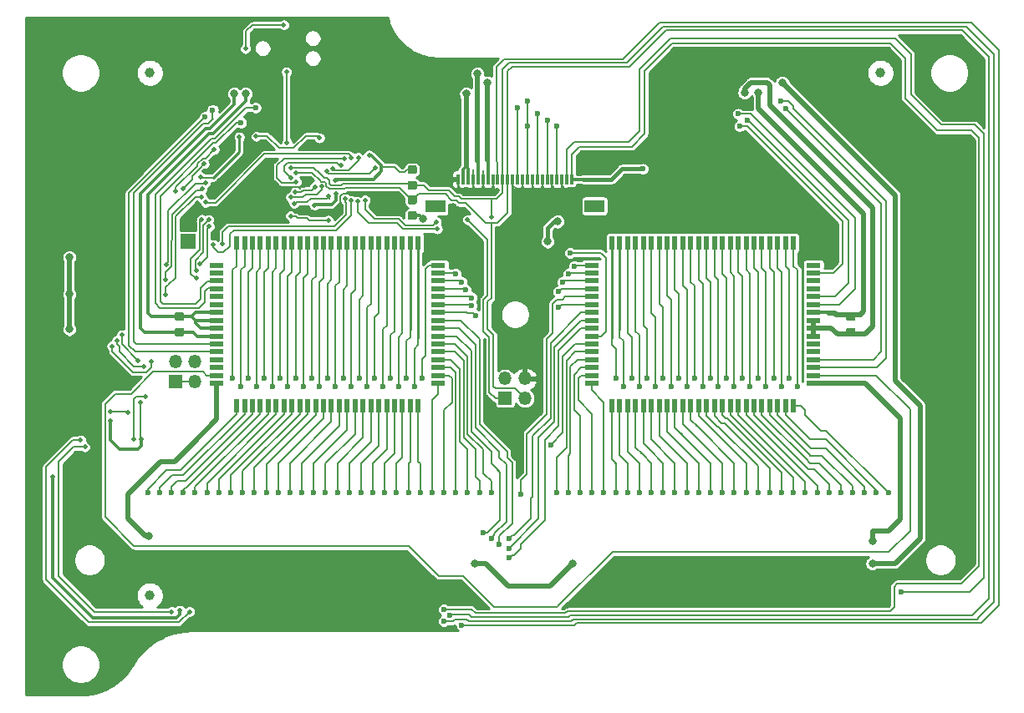
<source format=gbr>
G04 #@! TF.GenerationSoftware,KiCad,Pcbnew,5.1.5+dfsg1-2build2*
G04 #@! TF.CreationDate,2022-02-17T14:46:20+01:00*
G04 #@! TF.ProjectId,ModulAdapter_universal,4d6f6475-6c41-4646-9170-7465725f756e,rev?*
G04 #@! TF.SameCoordinates,Original*
G04 #@! TF.FileFunction,Copper,L2,Bot*
G04 #@! TF.FilePolarity,Positive*
%FSLAX46Y46*%
G04 Gerber Fmt 4.6, Leading zero omitted, Abs format (unit mm)*
G04 Created by KiCad (PCBNEW 5.1.5+dfsg1-2build2) date 2022-02-17 14:46:20*
%MOMM*%
%LPD*%
G04 APERTURE LIST*
%ADD10R,0.500000X1.480000*%
%ADD11R,1.480000X0.500000*%
%ADD12R,2.000000X1.300000*%
%ADD13R,0.300000X1.000000*%
%ADD14C,0.100000*%
%ADD15R,1.350000X1.350000*%
%ADD16O,1.350000X1.350000*%
%ADD17C,1.000000*%
%ADD18R,1.501140X1.501140*%
%ADD19C,0.600000*%
%ADD20C,0.800000*%
%ADD21C,0.500000*%
%ADD22C,0.200000*%
%ADD23C,0.500000*%
%ADD24C,0.300000*%
%ADD25C,0.250000*%
%ADD26C,0.150000*%
%ADD27C,0.152400*%
%ADD28C,0.450000*%
%ADD29C,0.254000*%
G04 APERTURE END LIST*
D10*
X109800000Y-91260000D03*
X110600000Y-91260000D03*
X111400000Y-91260000D03*
X112200000Y-91260000D03*
X113000000Y-91260000D03*
X113800000Y-91260000D03*
X114600000Y-91260000D03*
X115400000Y-91260000D03*
X116200000Y-91260000D03*
X117000000Y-91260000D03*
X117800000Y-91260000D03*
X118600000Y-91260000D03*
X119400000Y-91260000D03*
X120200000Y-91260000D03*
X121000000Y-91260000D03*
X121800000Y-91260000D03*
X122600000Y-91260000D03*
X123400000Y-91260000D03*
X124200000Y-91260000D03*
X125000000Y-91260000D03*
X125800000Y-91260000D03*
X126600000Y-91260000D03*
X127400000Y-91260000D03*
X128200000Y-91260000D03*
D11*
X130240000Y-93500000D03*
X130240000Y-94300000D03*
X130240000Y-95100000D03*
X130240000Y-95900000D03*
X130240000Y-96700000D03*
X130240000Y-97500000D03*
X130240000Y-98300000D03*
X130240000Y-99100000D03*
X130240000Y-99900000D03*
X130240000Y-100700000D03*
X130240000Y-101500000D03*
X130240000Y-102300000D03*
X130240000Y-103100000D03*
X130240000Y-103900000D03*
X130240000Y-104700000D03*
X130240000Y-105500000D03*
D10*
X128200000Y-107740000D03*
X127400000Y-107740000D03*
X126600000Y-107740000D03*
X125800000Y-107740000D03*
X125000000Y-107740000D03*
X124200000Y-107740000D03*
X123400000Y-107740000D03*
X122600000Y-107740000D03*
X121800000Y-107740000D03*
X121000000Y-107740000D03*
X120200000Y-107740000D03*
X119400000Y-107740000D03*
X118600000Y-107740000D03*
X117800000Y-107740000D03*
X117000000Y-107740000D03*
X116200000Y-107740000D03*
X115400000Y-107740000D03*
X114600000Y-107740000D03*
X113800000Y-107740000D03*
X113000000Y-107740000D03*
X112200000Y-107740000D03*
X111400000Y-107740000D03*
X110600000Y-107740000D03*
X109800000Y-107740000D03*
D11*
X107760000Y-105500000D03*
X107760000Y-104700000D03*
X107760000Y-103900000D03*
X107760000Y-103100000D03*
X107760000Y-102300000D03*
X107760000Y-101500000D03*
X107760000Y-100700000D03*
X107760000Y-99900000D03*
X107760000Y-99100000D03*
X107760000Y-98300000D03*
X107760000Y-97500000D03*
X107760000Y-96700000D03*
X107760000Y-95900000D03*
X107760000Y-95100000D03*
X107760000Y-94300000D03*
X107760000Y-93500000D03*
D10*
X90200000Y-107740000D03*
X89400000Y-107740000D03*
X88600000Y-107740000D03*
X87800000Y-107740000D03*
X87000000Y-107740000D03*
X86200000Y-107740000D03*
X85400000Y-107740000D03*
X84600000Y-107740000D03*
X83800000Y-107740000D03*
X83000000Y-107740000D03*
X82200000Y-107740000D03*
X81400000Y-107740000D03*
X80600000Y-107740000D03*
X79800000Y-107740000D03*
X79000000Y-107740000D03*
X78200000Y-107740000D03*
X77400000Y-107740000D03*
X76600000Y-107740000D03*
X75800000Y-107740000D03*
X75000000Y-107740000D03*
X74200000Y-107740000D03*
X73400000Y-107740000D03*
X72600000Y-107740000D03*
X71800000Y-107740000D03*
D11*
X69760000Y-105500000D03*
X69760000Y-104700000D03*
X69760000Y-103900000D03*
X69760000Y-103100000D03*
X69760000Y-102300000D03*
X69760000Y-101500000D03*
X69760000Y-100700000D03*
X69760000Y-99900000D03*
X69760000Y-99100000D03*
X69760000Y-98300000D03*
X69760000Y-97500000D03*
X69760000Y-96700000D03*
X69760000Y-95900000D03*
X69760000Y-95100000D03*
X69760000Y-94300000D03*
X69760000Y-93500000D03*
D10*
X71800000Y-91260000D03*
X72600000Y-91260000D03*
X73400000Y-91260000D03*
X74200000Y-91260000D03*
X75000000Y-91260000D03*
X75800000Y-91260000D03*
X76600000Y-91260000D03*
X77400000Y-91260000D03*
X78200000Y-91260000D03*
X79000000Y-91260000D03*
X79800000Y-91260000D03*
X80600000Y-91260000D03*
X81400000Y-91260000D03*
X82200000Y-91260000D03*
X83000000Y-91260000D03*
X83800000Y-91260000D03*
X84600000Y-91260000D03*
X85400000Y-91260000D03*
X86200000Y-91260000D03*
X87000000Y-91260000D03*
X87800000Y-91260000D03*
X88600000Y-91260000D03*
X89400000Y-91260000D03*
X90200000Y-91260000D03*
D11*
X92240000Y-93500000D03*
X92240000Y-94300000D03*
X92240000Y-95100000D03*
X92240000Y-95900000D03*
X92240000Y-96700000D03*
X92240000Y-97500000D03*
X92240000Y-98300000D03*
X92240000Y-99100000D03*
X92240000Y-99900000D03*
X92240000Y-100700000D03*
X92240000Y-101500000D03*
X92240000Y-102300000D03*
X92240000Y-103100000D03*
X92240000Y-103900000D03*
X92240000Y-104700000D03*
X92240000Y-105500000D03*
D12*
X108050000Y-87500000D03*
X91950000Y-87500000D03*
D13*
X105750000Y-84800000D03*
X105250000Y-84800000D03*
X104750000Y-84800000D03*
X104250000Y-84800000D03*
X103750000Y-84800000D03*
X103250000Y-84800000D03*
X102750000Y-84800000D03*
X102250000Y-84800000D03*
X101750000Y-84800000D03*
X101250000Y-84800000D03*
X100750000Y-84800000D03*
X100250000Y-84800000D03*
X99750000Y-84800000D03*
X99250000Y-84800000D03*
X98750000Y-84800000D03*
X98250000Y-84800000D03*
X97750000Y-84800000D03*
X97250000Y-84800000D03*
X96750000Y-84800000D03*
X96250000Y-84800000D03*
X95750000Y-84800000D03*
X95250000Y-84800000D03*
X94750000Y-84800000D03*
X94250000Y-84800000D03*
G04 #@! TA.AperFunction,SMDPad,CuDef*
D14*
G36*
X134277691Y-98276053D02*
G01*
X134298926Y-98279203D01*
X134319750Y-98284419D01*
X134339962Y-98291651D01*
X134359368Y-98300830D01*
X134377781Y-98311866D01*
X134395024Y-98324654D01*
X134410930Y-98339070D01*
X134425346Y-98354976D01*
X134438134Y-98372219D01*
X134449170Y-98390632D01*
X134458349Y-98410038D01*
X134465581Y-98430250D01*
X134470797Y-98451074D01*
X134473947Y-98472309D01*
X134475000Y-98493750D01*
X134475000Y-98931250D01*
X134473947Y-98952691D01*
X134470797Y-98973926D01*
X134465581Y-98994750D01*
X134458349Y-99014962D01*
X134449170Y-99034368D01*
X134438134Y-99052781D01*
X134425346Y-99070024D01*
X134410930Y-99085930D01*
X134395024Y-99100346D01*
X134377781Y-99113134D01*
X134359368Y-99124170D01*
X134339962Y-99133349D01*
X134319750Y-99140581D01*
X134298926Y-99145797D01*
X134277691Y-99148947D01*
X134256250Y-99150000D01*
X133743750Y-99150000D01*
X133722309Y-99148947D01*
X133701074Y-99145797D01*
X133680250Y-99140581D01*
X133660038Y-99133349D01*
X133640632Y-99124170D01*
X133622219Y-99113134D01*
X133604976Y-99100346D01*
X133589070Y-99085930D01*
X133574654Y-99070024D01*
X133561866Y-99052781D01*
X133550830Y-99034368D01*
X133541651Y-99014962D01*
X133534419Y-98994750D01*
X133529203Y-98973926D01*
X133526053Y-98952691D01*
X133525000Y-98931250D01*
X133525000Y-98493750D01*
X133526053Y-98472309D01*
X133529203Y-98451074D01*
X133534419Y-98430250D01*
X133541651Y-98410038D01*
X133550830Y-98390632D01*
X133561866Y-98372219D01*
X133574654Y-98354976D01*
X133589070Y-98339070D01*
X133604976Y-98324654D01*
X133622219Y-98311866D01*
X133640632Y-98300830D01*
X133660038Y-98291651D01*
X133680250Y-98284419D01*
X133701074Y-98279203D01*
X133722309Y-98276053D01*
X133743750Y-98275000D01*
X134256250Y-98275000D01*
X134277691Y-98276053D01*
G37*
G04 #@! TD.AperFunction*
G04 #@! TA.AperFunction,SMDPad,CuDef*
G36*
X134277691Y-99851053D02*
G01*
X134298926Y-99854203D01*
X134319750Y-99859419D01*
X134339962Y-99866651D01*
X134359368Y-99875830D01*
X134377781Y-99886866D01*
X134395024Y-99899654D01*
X134410930Y-99914070D01*
X134425346Y-99929976D01*
X134438134Y-99947219D01*
X134449170Y-99965632D01*
X134458349Y-99985038D01*
X134465581Y-100005250D01*
X134470797Y-100026074D01*
X134473947Y-100047309D01*
X134475000Y-100068750D01*
X134475000Y-100506250D01*
X134473947Y-100527691D01*
X134470797Y-100548926D01*
X134465581Y-100569750D01*
X134458349Y-100589962D01*
X134449170Y-100609368D01*
X134438134Y-100627781D01*
X134425346Y-100645024D01*
X134410930Y-100660930D01*
X134395024Y-100675346D01*
X134377781Y-100688134D01*
X134359368Y-100699170D01*
X134339962Y-100708349D01*
X134319750Y-100715581D01*
X134298926Y-100720797D01*
X134277691Y-100723947D01*
X134256250Y-100725000D01*
X133743750Y-100725000D01*
X133722309Y-100723947D01*
X133701074Y-100720797D01*
X133680250Y-100715581D01*
X133660038Y-100708349D01*
X133640632Y-100699170D01*
X133622219Y-100688134D01*
X133604976Y-100675346D01*
X133589070Y-100660930D01*
X133574654Y-100645024D01*
X133561866Y-100627781D01*
X133550830Y-100609368D01*
X133541651Y-100589962D01*
X133534419Y-100569750D01*
X133529203Y-100548926D01*
X133526053Y-100527691D01*
X133525000Y-100506250D01*
X133525000Y-100068750D01*
X133526053Y-100047309D01*
X133529203Y-100026074D01*
X133534419Y-100005250D01*
X133541651Y-99985038D01*
X133550830Y-99965632D01*
X133561866Y-99947219D01*
X133574654Y-99929976D01*
X133589070Y-99914070D01*
X133604976Y-99899654D01*
X133622219Y-99886866D01*
X133640632Y-99875830D01*
X133660038Y-99866651D01*
X133680250Y-99859419D01*
X133701074Y-99854203D01*
X133722309Y-99851053D01*
X133743750Y-99850000D01*
X134256250Y-99850000D01*
X134277691Y-99851053D01*
G37*
G04 #@! TD.AperFunction*
G04 #@! TA.AperFunction,SMDPad,CuDef*
G36*
X66277691Y-98276053D02*
G01*
X66298926Y-98279203D01*
X66319750Y-98284419D01*
X66339962Y-98291651D01*
X66359368Y-98300830D01*
X66377781Y-98311866D01*
X66395024Y-98324654D01*
X66410930Y-98339070D01*
X66425346Y-98354976D01*
X66438134Y-98372219D01*
X66449170Y-98390632D01*
X66458349Y-98410038D01*
X66465581Y-98430250D01*
X66470797Y-98451074D01*
X66473947Y-98472309D01*
X66475000Y-98493750D01*
X66475000Y-98931250D01*
X66473947Y-98952691D01*
X66470797Y-98973926D01*
X66465581Y-98994750D01*
X66458349Y-99014962D01*
X66449170Y-99034368D01*
X66438134Y-99052781D01*
X66425346Y-99070024D01*
X66410930Y-99085930D01*
X66395024Y-99100346D01*
X66377781Y-99113134D01*
X66359368Y-99124170D01*
X66339962Y-99133349D01*
X66319750Y-99140581D01*
X66298926Y-99145797D01*
X66277691Y-99148947D01*
X66256250Y-99150000D01*
X65743750Y-99150000D01*
X65722309Y-99148947D01*
X65701074Y-99145797D01*
X65680250Y-99140581D01*
X65660038Y-99133349D01*
X65640632Y-99124170D01*
X65622219Y-99113134D01*
X65604976Y-99100346D01*
X65589070Y-99085930D01*
X65574654Y-99070024D01*
X65561866Y-99052781D01*
X65550830Y-99034368D01*
X65541651Y-99014962D01*
X65534419Y-98994750D01*
X65529203Y-98973926D01*
X65526053Y-98952691D01*
X65525000Y-98931250D01*
X65525000Y-98493750D01*
X65526053Y-98472309D01*
X65529203Y-98451074D01*
X65534419Y-98430250D01*
X65541651Y-98410038D01*
X65550830Y-98390632D01*
X65561866Y-98372219D01*
X65574654Y-98354976D01*
X65589070Y-98339070D01*
X65604976Y-98324654D01*
X65622219Y-98311866D01*
X65640632Y-98300830D01*
X65660038Y-98291651D01*
X65680250Y-98284419D01*
X65701074Y-98279203D01*
X65722309Y-98276053D01*
X65743750Y-98275000D01*
X66256250Y-98275000D01*
X66277691Y-98276053D01*
G37*
G04 #@! TD.AperFunction*
G04 #@! TA.AperFunction,SMDPad,CuDef*
G36*
X66277691Y-99851053D02*
G01*
X66298926Y-99854203D01*
X66319750Y-99859419D01*
X66339962Y-99866651D01*
X66359368Y-99875830D01*
X66377781Y-99886866D01*
X66395024Y-99899654D01*
X66410930Y-99914070D01*
X66425346Y-99929976D01*
X66438134Y-99947219D01*
X66449170Y-99965632D01*
X66458349Y-99985038D01*
X66465581Y-100005250D01*
X66470797Y-100026074D01*
X66473947Y-100047309D01*
X66475000Y-100068750D01*
X66475000Y-100506250D01*
X66473947Y-100527691D01*
X66470797Y-100548926D01*
X66465581Y-100569750D01*
X66458349Y-100589962D01*
X66449170Y-100609368D01*
X66438134Y-100627781D01*
X66425346Y-100645024D01*
X66410930Y-100660930D01*
X66395024Y-100675346D01*
X66377781Y-100688134D01*
X66359368Y-100699170D01*
X66339962Y-100708349D01*
X66319750Y-100715581D01*
X66298926Y-100720797D01*
X66277691Y-100723947D01*
X66256250Y-100725000D01*
X65743750Y-100725000D01*
X65722309Y-100723947D01*
X65701074Y-100720797D01*
X65680250Y-100715581D01*
X65660038Y-100708349D01*
X65640632Y-100699170D01*
X65622219Y-100688134D01*
X65604976Y-100675346D01*
X65589070Y-100660930D01*
X65574654Y-100645024D01*
X65561866Y-100627781D01*
X65550830Y-100609368D01*
X65541651Y-100589962D01*
X65534419Y-100569750D01*
X65529203Y-100548926D01*
X65526053Y-100527691D01*
X65525000Y-100506250D01*
X65525000Y-100068750D01*
X65526053Y-100047309D01*
X65529203Y-100026074D01*
X65534419Y-100005250D01*
X65541651Y-99985038D01*
X65550830Y-99965632D01*
X65561866Y-99947219D01*
X65574654Y-99929976D01*
X65589070Y-99914070D01*
X65604976Y-99899654D01*
X65622219Y-99886866D01*
X65640632Y-99875830D01*
X65660038Y-99866651D01*
X65680250Y-99859419D01*
X65701074Y-99854203D01*
X65722309Y-99851053D01*
X65743750Y-99850000D01*
X66256250Y-99850000D01*
X66277691Y-99851053D01*
G37*
G04 #@! TD.AperFunction*
D15*
X99000000Y-107000000D03*
D16*
X101000000Y-107000000D03*
X99000000Y-105000000D03*
X101000000Y-105000000D03*
D15*
X65600000Y-105300000D03*
D16*
X67600000Y-105300000D03*
X65600000Y-103300000D03*
X67600000Y-103300000D03*
G04 #@! TA.AperFunction,SMDPad,CuDef*
D14*
G36*
X89863691Y-88032053D02*
G01*
X89884926Y-88035203D01*
X89905750Y-88040419D01*
X89925962Y-88047651D01*
X89945368Y-88056830D01*
X89963781Y-88067866D01*
X89981024Y-88080654D01*
X89996930Y-88095070D01*
X90011346Y-88110976D01*
X90024134Y-88128219D01*
X90035170Y-88146632D01*
X90044349Y-88166038D01*
X90051581Y-88186250D01*
X90056797Y-88207074D01*
X90059947Y-88228309D01*
X90061000Y-88249750D01*
X90061000Y-88687250D01*
X90059947Y-88708691D01*
X90056797Y-88729926D01*
X90051581Y-88750750D01*
X90044349Y-88770962D01*
X90035170Y-88790368D01*
X90024134Y-88808781D01*
X90011346Y-88826024D01*
X89996930Y-88841930D01*
X89981024Y-88856346D01*
X89963781Y-88869134D01*
X89945368Y-88880170D01*
X89925962Y-88889349D01*
X89905750Y-88896581D01*
X89884926Y-88901797D01*
X89863691Y-88904947D01*
X89842250Y-88906000D01*
X89329750Y-88906000D01*
X89308309Y-88904947D01*
X89287074Y-88901797D01*
X89266250Y-88896581D01*
X89246038Y-88889349D01*
X89226632Y-88880170D01*
X89208219Y-88869134D01*
X89190976Y-88856346D01*
X89175070Y-88841930D01*
X89160654Y-88826024D01*
X89147866Y-88808781D01*
X89136830Y-88790368D01*
X89127651Y-88770962D01*
X89120419Y-88750750D01*
X89115203Y-88729926D01*
X89112053Y-88708691D01*
X89111000Y-88687250D01*
X89111000Y-88249750D01*
X89112053Y-88228309D01*
X89115203Y-88207074D01*
X89120419Y-88186250D01*
X89127651Y-88166038D01*
X89136830Y-88146632D01*
X89147866Y-88128219D01*
X89160654Y-88110976D01*
X89175070Y-88095070D01*
X89190976Y-88080654D01*
X89208219Y-88067866D01*
X89226632Y-88056830D01*
X89246038Y-88047651D01*
X89266250Y-88040419D01*
X89287074Y-88035203D01*
X89308309Y-88032053D01*
X89329750Y-88031000D01*
X89842250Y-88031000D01*
X89863691Y-88032053D01*
G37*
G04 #@! TD.AperFunction*
G04 #@! TA.AperFunction,SMDPad,CuDef*
G36*
X89863691Y-86457053D02*
G01*
X89884926Y-86460203D01*
X89905750Y-86465419D01*
X89925962Y-86472651D01*
X89945368Y-86481830D01*
X89963781Y-86492866D01*
X89981024Y-86505654D01*
X89996930Y-86520070D01*
X90011346Y-86535976D01*
X90024134Y-86553219D01*
X90035170Y-86571632D01*
X90044349Y-86591038D01*
X90051581Y-86611250D01*
X90056797Y-86632074D01*
X90059947Y-86653309D01*
X90061000Y-86674750D01*
X90061000Y-87112250D01*
X90059947Y-87133691D01*
X90056797Y-87154926D01*
X90051581Y-87175750D01*
X90044349Y-87195962D01*
X90035170Y-87215368D01*
X90024134Y-87233781D01*
X90011346Y-87251024D01*
X89996930Y-87266930D01*
X89981024Y-87281346D01*
X89963781Y-87294134D01*
X89945368Y-87305170D01*
X89925962Y-87314349D01*
X89905750Y-87321581D01*
X89884926Y-87326797D01*
X89863691Y-87329947D01*
X89842250Y-87331000D01*
X89329750Y-87331000D01*
X89308309Y-87329947D01*
X89287074Y-87326797D01*
X89266250Y-87321581D01*
X89246038Y-87314349D01*
X89226632Y-87305170D01*
X89208219Y-87294134D01*
X89190976Y-87281346D01*
X89175070Y-87266930D01*
X89160654Y-87251024D01*
X89147866Y-87233781D01*
X89136830Y-87215368D01*
X89127651Y-87195962D01*
X89120419Y-87175750D01*
X89115203Y-87154926D01*
X89112053Y-87133691D01*
X89111000Y-87112250D01*
X89111000Y-86674750D01*
X89112053Y-86653309D01*
X89115203Y-86632074D01*
X89120419Y-86611250D01*
X89127651Y-86591038D01*
X89136830Y-86571632D01*
X89147866Y-86553219D01*
X89160654Y-86535976D01*
X89175070Y-86520070D01*
X89190976Y-86505654D01*
X89208219Y-86492866D01*
X89226632Y-86481830D01*
X89246038Y-86472651D01*
X89266250Y-86465419D01*
X89287074Y-86460203D01*
X89308309Y-86457053D01*
X89329750Y-86456000D01*
X89842250Y-86456000D01*
X89863691Y-86457053D01*
G37*
G04 #@! TD.AperFunction*
G04 #@! TA.AperFunction,SMDPad,CuDef*
G36*
X89863691Y-84958553D02*
G01*
X89884926Y-84961703D01*
X89905750Y-84966919D01*
X89925962Y-84974151D01*
X89945368Y-84983330D01*
X89963781Y-84994366D01*
X89981024Y-85007154D01*
X89996930Y-85021570D01*
X90011346Y-85037476D01*
X90024134Y-85054719D01*
X90035170Y-85073132D01*
X90044349Y-85092538D01*
X90051581Y-85112750D01*
X90056797Y-85133574D01*
X90059947Y-85154809D01*
X90061000Y-85176250D01*
X90061000Y-85613750D01*
X90059947Y-85635191D01*
X90056797Y-85656426D01*
X90051581Y-85677250D01*
X90044349Y-85697462D01*
X90035170Y-85716868D01*
X90024134Y-85735281D01*
X90011346Y-85752524D01*
X89996930Y-85768430D01*
X89981024Y-85782846D01*
X89963781Y-85795634D01*
X89945368Y-85806670D01*
X89925962Y-85815849D01*
X89905750Y-85823081D01*
X89884926Y-85828297D01*
X89863691Y-85831447D01*
X89842250Y-85832500D01*
X89329750Y-85832500D01*
X89308309Y-85831447D01*
X89287074Y-85828297D01*
X89266250Y-85823081D01*
X89246038Y-85815849D01*
X89226632Y-85806670D01*
X89208219Y-85795634D01*
X89190976Y-85782846D01*
X89175070Y-85768430D01*
X89160654Y-85752524D01*
X89147866Y-85735281D01*
X89136830Y-85716868D01*
X89127651Y-85697462D01*
X89120419Y-85677250D01*
X89115203Y-85656426D01*
X89112053Y-85635191D01*
X89111000Y-85613750D01*
X89111000Y-85176250D01*
X89112053Y-85154809D01*
X89115203Y-85133574D01*
X89120419Y-85112750D01*
X89127651Y-85092538D01*
X89136830Y-85073132D01*
X89147866Y-85054719D01*
X89160654Y-85037476D01*
X89175070Y-85021570D01*
X89190976Y-85007154D01*
X89208219Y-84994366D01*
X89226632Y-84983330D01*
X89246038Y-84974151D01*
X89266250Y-84966919D01*
X89287074Y-84961703D01*
X89308309Y-84958553D01*
X89329750Y-84957500D01*
X89842250Y-84957500D01*
X89863691Y-84958553D01*
G37*
G04 #@! TD.AperFunction*
G04 #@! TA.AperFunction,SMDPad,CuDef*
G36*
X89863691Y-83383553D02*
G01*
X89884926Y-83386703D01*
X89905750Y-83391919D01*
X89925962Y-83399151D01*
X89945368Y-83408330D01*
X89963781Y-83419366D01*
X89981024Y-83432154D01*
X89996930Y-83446570D01*
X90011346Y-83462476D01*
X90024134Y-83479719D01*
X90035170Y-83498132D01*
X90044349Y-83517538D01*
X90051581Y-83537750D01*
X90056797Y-83558574D01*
X90059947Y-83579809D01*
X90061000Y-83601250D01*
X90061000Y-84038750D01*
X90059947Y-84060191D01*
X90056797Y-84081426D01*
X90051581Y-84102250D01*
X90044349Y-84122462D01*
X90035170Y-84141868D01*
X90024134Y-84160281D01*
X90011346Y-84177524D01*
X89996930Y-84193430D01*
X89981024Y-84207846D01*
X89963781Y-84220634D01*
X89945368Y-84231670D01*
X89925962Y-84240849D01*
X89905750Y-84248081D01*
X89884926Y-84253297D01*
X89863691Y-84256447D01*
X89842250Y-84257500D01*
X89329750Y-84257500D01*
X89308309Y-84256447D01*
X89287074Y-84253297D01*
X89266250Y-84248081D01*
X89246038Y-84240849D01*
X89226632Y-84231670D01*
X89208219Y-84220634D01*
X89190976Y-84207846D01*
X89175070Y-84193430D01*
X89160654Y-84177524D01*
X89147866Y-84160281D01*
X89136830Y-84141868D01*
X89127651Y-84122462D01*
X89120419Y-84102250D01*
X89115203Y-84081426D01*
X89112053Y-84060191D01*
X89111000Y-84038750D01*
X89111000Y-83601250D01*
X89112053Y-83579809D01*
X89115203Y-83558574D01*
X89120419Y-83537750D01*
X89127651Y-83517538D01*
X89136830Y-83498132D01*
X89147866Y-83479719D01*
X89160654Y-83462476D01*
X89175070Y-83446570D01*
X89190976Y-83432154D01*
X89208219Y-83419366D01*
X89226632Y-83408330D01*
X89246038Y-83399151D01*
X89266250Y-83391919D01*
X89287074Y-83386703D01*
X89308309Y-83383553D01*
X89329750Y-83382500D01*
X89842250Y-83382500D01*
X89863691Y-83383553D01*
G37*
G04 #@! TD.AperFunction*
D17*
X63000000Y-74000000D03*
X137000000Y-74000000D03*
X63000000Y-127000000D03*
D18*
X66853000Y-91110000D03*
D19*
X139116000Y-126670000D03*
D20*
X71552000Y-76124000D03*
X97206000Y-74981000D03*
X124638000Y-75997000D03*
X123241000Y-75997000D03*
X95047000Y-76124000D03*
X72695000Y-76124000D03*
D19*
X71400000Y-105000000D03*
X62800000Y-116600000D03*
X72200000Y-105800000D03*
X64000000Y-116600000D03*
X73000000Y-105000000D03*
X65200000Y-116600000D03*
X73800000Y-105800000D03*
X66400000Y-116600000D03*
X74600000Y-105000000D03*
X67600000Y-116600000D03*
X75400000Y-105800000D03*
X68800000Y-116600000D03*
X76200000Y-105000000D03*
X70000000Y-116600000D03*
X77000000Y-105800000D03*
X71200000Y-116600000D03*
X77800000Y-105000000D03*
X72400000Y-116600000D03*
X78600000Y-105800000D03*
X73600000Y-116600000D03*
X79400000Y-105000000D03*
X74800000Y-116600000D03*
X80200000Y-105800000D03*
X76000000Y-116600000D03*
X81000000Y-105000000D03*
X77200000Y-116600000D03*
X81800000Y-105800000D03*
X78400000Y-116600000D03*
X82600000Y-105000000D03*
X79600000Y-116600000D03*
X83400000Y-105800000D03*
X80800000Y-116600000D03*
X84200000Y-105000000D03*
X82000000Y-116600000D03*
X85000000Y-105800000D03*
X83200000Y-116600000D03*
X85800000Y-105000000D03*
X84400000Y-116600000D03*
X86600000Y-105800000D03*
X85600000Y-116600000D03*
X87400000Y-105000000D03*
X86800000Y-116600000D03*
X88200000Y-105800000D03*
X88000000Y-116600000D03*
X89000000Y-105000000D03*
X89200000Y-116600000D03*
X89800000Y-105800000D03*
X90400000Y-116600000D03*
X90600000Y-105000000D03*
X91600000Y-116600000D03*
X94000000Y-94400000D03*
X92800000Y-116600000D03*
X94600000Y-95200000D03*
X94000000Y-116600000D03*
X95000000Y-96000000D03*
X95200000Y-116600000D03*
X96400000Y-116600000D03*
X103600000Y-111700000D03*
X104200000Y-116600000D03*
X105400000Y-116600000D03*
X106600000Y-116600000D03*
X105400000Y-94400000D03*
X107800000Y-116600000D03*
X106000000Y-93600000D03*
X109000000Y-116600000D03*
X110200000Y-104990248D03*
X110200000Y-116590248D03*
X111000000Y-105790248D03*
X111400000Y-116590248D03*
X111800000Y-104990248D03*
X112600000Y-116590248D03*
X112600000Y-105790248D03*
X113800000Y-116590248D03*
X113400000Y-104990248D03*
X115000000Y-116590248D03*
X114200000Y-105790248D03*
X116200000Y-116590248D03*
X115000000Y-104990248D03*
X117400000Y-116590248D03*
X115800000Y-105790248D03*
X118600000Y-116590248D03*
X116600000Y-104990248D03*
X119800000Y-116590248D03*
X117400000Y-105790248D03*
X121000000Y-116590248D03*
X118200000Y-104990248D03*
X122200000Y-116590248D03*
X119000000Y-105790248D03*
X123400000Y-116590248D03*
X119800000Y-104990248D03*
X124600000Y-116590248D03*
X120600000Y-105790248D03*
X125800000Y-116590248D03*
X121400000Y-104990248D03*
X127000000Y-116590248D03*
X122200000Y-105790248D03*
X128200000Y-116590248D03*
X123000000Y-104990248D03*
X129400000Y-116590248D03*
X123800000Y-105790248D03*
X130600000Y-116590248D03*
X124600000Y-104990248D03*
X131800000Y-116590248D03*
X125400000Y-105790248D03*
X133000000Y-116590248D03*
X126200000Y-104990248D03*
X134200000Y-116590248D03*
X127000000Y-105790248D03*
X135400000Y-116590248D03*
X127800000Y-104990248D03*
X136600000Y-116590248D03*
X128600000Y-105790248D03*
X137800000Y-116590248D03*
X95600000Y-96800000D03*
X95600000Y-97600000D03*
X97600000Y-116600000D03*
X96000000Y-98600000D03*
X105588000Y-92253000D03*
X104400000Y-97800000D03*
X100600000Y-116700000D03*
X104400000Y-96200000D03*
X104800000Y-95200000D03*
X96800000Y-120600000D03*
X97600000Y-121200000D03*
X98400000Y-121800000D03*
X99400000Y-123200000D03*
D20*
X127051000Y-74981000D03*
X136195000Y-123749000D03*
X136195000Y-121463000D03*
X96190000Y-74092000D03*
X105842000Y-123749000D03*
X95936000Y-123750000D03*
X62916000Y-120955000D03*
D19*
X126924000Y-76886000D03*
X101270000Y-76886000D03*
X101250000Y-79426000D03*
X72250500Y-79045000D03*
X100254000Y-77521000D03*
X127432000Y-77648000D03*
X73711000Y-77521000D03*
X99400000Y-122200000D03*
X99400000Y-121200000D03*
X94600000Y-130000000D03*
D20*
X69393000Y-128765500D03*
X88570000Y-87554000D03*
X88000000Y-123250000D03*
X88570000Y-83236000D03*
X88000000Y-123250000D03*
X57201000Y-79045000D03*
X100762000Y-86792000D03*
X113208000Y-86030000D03*
D21*
X87757200Y-88138200D03*
D20*
X93700000Y-87600000D03*
D21*
X82982000Y-81229400D03*
X72568000Y-88874800D03*
D20*
X61074500Y-105207000D03*
X140640000Y-70853500D03*
D21*
X85649000Y-86220500D03*
X87109500Y-86601500D03*
X78664000Y-85395000D03*
X69964500Y-89586000D03*
X66726000Y-89713000D03*
X68059500Y-87681000D03*
X73076000Y-80823000D03*
X82410500Y-87871500D03*
X68504000Y-83934500D03*
D19*
X122733000Y-79426000D03*
X104250000Y-79426000D03*
X123495000Y-78791000D03*
X103250000Y-78791000D03*
X68618300Y-78448100D03*
X122606000Y-78156000D03*
X102250000Y-78156000D03*
X69380300Y-77762300D03*
X93400000Y-129000000D03*
D21*
X77775000Y-84125000D03*
D19*
X92800000Y-129600000D03*
D21*
X95200000Y-88900000D03*
X97600000Y-88600000D03*
X77330500Y-83617000D03*
D19*
X92800000Y-128400000D03*
X112954000Y-83744000D03*
D20*
X103302000Y-91110000D03*
X104318000Y-89078000D03*
D21*
X85217200Y-82347000D03*
X79680000Y-87427000D03*
X81839000Y-86284000D03*
X81775500Y-84887000D03*
X72060000Y-80505500D03*
X68186500Y-84569500D03*
D20*
X90665500Y-88760500D03*
D21*
X70383600Y-91364000D03*
X82791500Y-86728500D03*
X83413800Y-86944400D03*
X69456500Y-91427500D03*
X84810800Y-86893600D03*
X92024400Y-89128800D03*
X84074200Y-87046000D03*
X92126000Y-89840000D03*
X79730800Y-85547400D03*
X77736900Y-86093500D03*
X81077000Y-88951000D03*
X77267000Y-88506500D03*
X82347000Y-83388400D03*
X77330500Y-84633000D03*
X82702600Y-82728000D03*
X77838500Y-85077500D03*
X83413800Y-82575600D03*
X68656400Y-87134900D03*
X84125000Y-82575600D03*
X81508800Y-83718600D03*
X77622600Y-87236500D03*
X81140500Y-86538000D03*
X85852200Y-83642400D03*
X80391200Y-85522000D03*
X80924600Y-84010700D03*
X77292400Y-86614200D03*
X80188000Y-80594400D03*
X73774500Y-80442000D03*
X69520000Y-81775500D03*
X65646500Y-85966500D03*
X68504000Y-83236000D03*
X66345000Y-85776000D03*
X59042500Y-108318500D03*
X60820500Y-108445500D03*
X62154000Y-111176000D03*
X62027000Y-107429500D03*
X59042500Y-109271000D03*
X64617800Y-94970800D03*
X68313500Y-85712500D03*
X56439000Y-111938000D03*
X65202000Y-128638500D03*
X66027500Y-128511500D03*
X53137000Y-114986000D03*
X64643200Y-93459500D03*
X68631000Y-85141000D03*
X55994500Y-111239500D03*
X67043500Y-128638500D03*
X76886000Y-81077000D03*
X76847900Y-73901500D03*
X72695000Y-71552000D03*
X76568500Y-69139000D03*
X61836500Y-103175000D03*
X60185500Y-100571500D03*
X66789500Y-91491000D03*
D20*
X54851500Y-92697500D03*
X54851500Y-96444000D03*
X54851500Y-100000000D03*
D21*
X62408000Y-103746500D03*
X59677500Y-101143000D03*
X63170000Y-103238500D03*
X59169500Y-101714500D03*
X68275400Y-88874800D03*
X67729300Y-94805700D03*
X68973900Y-88887500D03*
X67716600Y-94031000D03*
X69037400Y-89573300D03*
X68097600Y-93345200D03*
X61392000Y-111176000D03*
X62535000Y-106858000D03*
X64630500Y-96532900D03*
X68250000Y-86601500D03*
D22*
X144323000Y-126670000D02*
X139116000Y-126670000D01*
X147500000Y-125200000D02*
X146030000Y-126670000D01*
X146030000Y-126670000D02*
X144323000Y-126670000D01*
X106000000Y-81000000D02*
X111500000Y-81000000D01*
X105250000Y-84800000D02*
X105250000Y-81750000D01*
X105250000Y-81750000D02*
X106000000Y-81000000D01*
X111500000Y-81000000D02*
X112600000Y-79900000D01*
X112600000Y-73600000D02*
X115700000Y-70500000D01*
X138500000Y-70500000D02*
X140100000Y-72100000D01*
X143150000Y-79250000D02*
X146550000Y-79250000D01*
X140100000Y-72100000D02*
X140100000Y-76200000D01*
X112600000Y-79900000D02*
X112600000Y-73600000D01*
X140100000Y-76200000D02*
X143150000Y-79250000D01*
X146550000Y-79250000D02*
X147500000Y-80200000D01*
X115700000Y-70500000D02*
X138500000Y-70500000D01*
X147500000Y-80200000D02*
X147500000Y-125200000D01*
D23*
X134000000Y-98500000D02*
X132536000Y-98500000D01*
X132536000Y-98500000D02*
X132385000Y-98349000D01*
X132385000Y-98349000D02*
X131750000Y-98349000D01*
X97206000Y-78664000D02*
X97206000Y-82855000D01*
X97206000Y-75489000D02*
X97206000Y-78664000D01*
D24*
X97250000Y-82899000D02*
X97206000Y-82855000D01*
X97250000Y-84800000D02*
X97250000Y-82899000D01*
X131701000Y-98300000D02*
X131750000Y-98349000D01*
X130240000Y-98300000D02*
X131701000Y-98300000D01*
D23*
X97206000Y-75870000D02*
X97206000Y-74981000D01*
X134000000Y-98500000D02*
X135052000Y-98500000D01*
X135052000Y-98500000D02*
X135052000Y-98476000D01*
X135052000Y-98476000D02*
X135306000Y-98222000D01*
X135306000Y-98222000D02*
X135306000Y-88316000D01*
X124638000Y-77648000D02*
X125273000Y-78283000D01*
X124638000Y-75997000D02*
X124638000Y-77648000D01*
X135306000Y-88316000D02*
X125273000Y-78283000D01*
X125273000Y-78283000D02*
X125019000Y-78029000D01*
D24*
X69760000Y-100700000D02*
X67807000Y-100700000D01*
X67394500Y-100287500D02*
X66000000Y-100287500D01*
X67807000Y-100700000D02*
X67394500Y-100287500D01*
X69075500Y-79616500D02*
X71552000Y-77203500D01*
X71552000Y-77203500D02*
X71552000Y-76124000D01*
X68694500Y-79616500D02*
X69075500Y-79616500D01*
X62027000Y-86284000D02*
X68694500Y-79616500D01*
X62027000Y-99873000D02*
X62027000Y-86284000D01*
X62441500Y-100287500D02*
X62027000Y-99873000D01*
X66000000Y-100287500D02*
X62441500Y-100287500D01*
D23*
X130240000Y-99100000D02*
X130240000Y-100700000D01*
X134000000Y-100500000D02*
X132631000Y-100500000D01*
X132031000Y-99900000D02*
X130240000Y-99900000D01*
X132631000Y-100500000D02*
X132031000Y-99900000D01*
X95047000Y-78029000D02*
X95047000Y-76378000D01*
X95047000Y-83490000D02*
X95047000Y-78029000D01*
X95047000Y-76124000D02*
X94920000Y-75997000D01*
X95047000Y-76759000D02*
X95047000Y-76124000D01*
X135441000Y-100500000D02*
X134000000Y-100500000D01*
X136195000Y-99746000D02*
X135441000Y-100500000D01*
X136195000Y-87681000D02*
X136195000Y-99746000D01*
X123241000Y-75997000D02*
X123241000Y-75870000D01*
X125781000Y-77267000D02*
X136195000Y-87681000D01*
X125781000Y-77267000D02*
X125781000Y-75235000D01*
X125781000Y-75235000D02*
X125527000Y-74981000D01*
X125527000Y-74981000D02*
X123876000Y-74981000D01*
X123241000Y-75616000D02*
X123241000Y-75997000D01*
X123876000Y-74981000D02*
X123241000Y-75616000D01*
D24*
X95250000Y-83693000D02*
X95047000Y-83490000D01*
X95250000Y-84800000D02*
X95250000Y-83693000D01*
X94750000Y-83787000D02*
X95047000Y-83490000D01*
X94750000Y-84800000D02*
X94750000Y-83787000D01*
X69760000Y-99100000D02*
X67604000Y-99100000D01*
X67216500Y-98712500D02*
X66000000Y-98712500D01*
X67604000Y-99100000D02*
X67216500Y-98712500D01*
X67629000Y-98300000D02*
X67216500Y-98712500D01*
X69760000Y-98300000D02*
X67629000Y-98300000D01*
X69760000Y-99900000D02*
X68150000Y-99900000D01*
X67604000Y-99354000D02*
X67604000Y-99100000D01*
X68150000Y-99900000D02*
X67604000Y-99354000D01*
X72695000Y-76886000D02*
X72695000Y-76124000D01*
X69393000Y-80124500D02*
X72695000Y-76886000D01*
X69012000Y-80124500D02*
X69393000Y-80124500D01*
X62789000Y-86347500D02*
X69012000Y-80124500D01*
X62789000Y-98349000D02*
X62789000Y-86347500D01*
X63152500Y-98712500D02*
X62789000Y-98349000D01*
X66000000Y-98712500D02*
X63152500Y-98712500D01*
D22*
X71800000Y-91260000D02*
X71800000Y-93600000D01*
X71400000Y-94000000D02*
X71400000Y-105000000D01*
X71800000Y-93600000D02*
X71400000Y-94000000D01*
X64700000Y-114300000D02*
X62800000Y-116200000D01*
X62800000Y-116200000D02*
X62800000Y-116600000D01*
X66100000Y-114300000D02*
X64700000Y-114300000D01*
X71800000Y-107740000D02*
X71800000Y-108600000D01*
X71800000Y-108600000D02*
X66100000Y-114300000D01*
X72600000Y-91260000D02*
X72600000Y-93600000D01*
X72200000Y-94000000D02*
X72200000Y-105800000D01*
X72600000Y-93600000D02*
X72200000Y-94000000D01*
X64000000Y-116100000D02*
X64000000Y-116600000D01*
X65300000Y-114800000D02*
X64000000Y-116100000D01*
X66400000Y-114800000D02*
X65300000Y-114800000D01*
X72600000Y-108600000D02*
X66400000Y-114800000D01*
X72600000Y-107740000D02*
X72600000Y-108600000D01*
X73400000Y-91260000D02*
X73400000Y-93800000D01*
X73400000Y-93800000D02*
X73000000Y-94200000D01*
X73000000Y-94200000D02*
X73000000Y-105000000D01*
X73400000Y-108600000D02*
X66600000Y-115400000D01*
X73400000Y-107740000D02*
X73400000Y-108600000D01*
X65200000Y-116000000D02*
X65800000Y-115400000D01*
X66600000Y-115400000D02*
X65800000Y-115400000D01*
X65200000Y-116000000D02*
X65200000Y-116600000D01*
X73800000Y-105800000D02*
X73800000Y-94200000D01*
X74200000Y-93800000D02*
X74200000Y-91260000D01*
X73800000Y-94200000D02*
X74200000Y-93800000D01*
X74200000Y-108600000D02*
X66700000Y-116100000D01*
X74200000Y-107740000D02*
X74200000Y-108600000D01*
X66600000Y-116100000D02*
X66400000Y-116300000D01*
X66400000Y-116300000D02*
X66400000Y-116600000D01*
X66700000Y-116100000D02*
X66600000Y-116100000D01*
X74600000Y-105000000D02*
X74600000Y-94200000D01*
X75000000Y-93800000D02*
X75000000Y-91260000D01*
X74600000Y-94200000D02*
X75000000Y-93800000D01*
X67600000Y-116000000D02*
X67600000Y-116600000D01*
X75000000Y-108600000D02*
X67600000Y-116000000D01*
X75000000Y-107740000D02*
X75000000Y-108600000D01*
X75400000Y-105800000D02*
X75400000Y-94200000D01*
X75800000Y-93800000D02*
X75800000Y-91260000D01*
X75400000Y-94200000D02*
X75800000Y-93800000D01*
X68800000Y-115600000D02*
X68800000Y-116600000D01*
X75800000Y-108600000D02*
X68800000Y-115600000D01*
X75800000Y-107740000D02*
X75800000Y-108600000D01*
X76200000Y-105000000D02*
X76200000Y-94400000D01*
X76600000Y-94000000D02*
X76600000Y-91260000D01*
X76200000Y-94400000D02*
X76600000Y-94000000D01*
X76600000Y-108600000D02*
X76600000Y-107740000D01*
X70000000Y-115200000D02*
X76600000Y-108600000D01*
X70000000Y-116600000D02*
X70000000Y-115200000D01*
X77000000Y-105800000D02*
X77000000Y-94600000D01*
X77400000Y-94200000D02*
X77400000Y-91260000D01*
X77000000Y-94600000D02*
X77400000Y-94200000D01*
X71200000Y-116600000D02*
X71200000Y-114800000D01*
X71200000Y-114800000D02*
X77400000Y-108600000D01*
X77400000Y-108600000D02*
X77400000Y-107740000D01*
X77800000Y-105000000D02*
X77800000Y-94600000D01*
X78200000Y-94200000D02*
X78200000Y-91260000D01*
X77800000Y-94600000D02*
X78200000Y-94200000D01*
X72400000Y-116600000D02*
X72400000Y-114400000D01*
X72400000Y-114400000D02*
X78200000Y-108600000D01*
X78200000Y-108600000D02*
X78200000Y-107740000D01*
X78600000Y-105800000D02*
X78600000Y-94800000D01*
X79000000Y-94400000D02*
X79000000Y-91260000D01*
X78600000Y-94800000D02*
X79000000Y-94400000D01*
X73600000Y-114000000D02*
X73600000Y-116600000D01*
X79000000Y-107740000D02*
X79000000Y-108600000D01*
X79000000Y-108600000D02*
X73600000Y-114000000D01*
X79400000Y-105000000D02*
X79400000Y-95000000D01*
X79800000Y-94600000D02*
X79800000Y-91260000D01*
X79400000Y-95000000D02*
X79800000Y-94600000D01*
X79800000Y-108680000D02*
X79800000Y-107740000D01*
X74800000Y-113680000D02*
X79800000Y-108680000D01*
X74800000Y-113800000D02*
X74800000Y-113680000D01*
X74800000Y-116600000D02*
X74800000Y-113800000D01*
X80200000Y-105800000D02*
X80200000Y-95200000D01*
X80600000Y-94800000D02*
X80600000Y-91260000D01*
X80200000Y-95200000D02*
X80600000Y-94800000D01*
X76000000Y-116600000D02*
X76000000Y-113600000D01*
X80600000Y-109000000D02*
X80600000Y-107740000D01*
X76000000Y-113600000D02*
X80600000Y-109000000D01*
X81000000Y-105000000D02*
X81000000Y-95400000D01*
X81400000Y-95000000D02*
X81400000Y-91260000D01*
X81000000Y-95400000D02*
X81400000Y-95000000D01*
X77200000Y-116600000D02*
X77200000Y-113600000D01*
X81400000Y-109400000D02*
X81400000Y-107740000D01*
X77200000Y-113600000D02*
X81400000Y-109400000D01*
X81800000Y-105800000D02*
X81800000Y-95600000D01*
X82200000Y-95200000D02*
X82200000Y-91260000D01*
X81800000Y-95600000D02*
X82200000Y-95200000D01*
X82200000Y-109800000D02*
X82200000Y-107740000D01*
X78400000Y-113600000D02*
X82200000Y-109800000D01*
X78400000Y-116600000D02*
X78400000Y-113600000D01*
X82600000Y-105000000D02*
X82600000Y-96000000D01*
X83000000Y-95600000D02*
X83000000Y-91260000D01*
X82600000Y-96000000D02*
X83000000Y-95600000D01*
X79600000Y-116600000D02*
X79600000Y-113600000D01*
X83000000Y-110200000D02*
X83000000Y-107740000D01*
X79600000Y-113600000D02*
X83000000Y-110200000D01*
X83400000Y-105800000D02*
X83400000Y-96400000D01*
X83800000Y-96000000D02*
X83800000Y-91260000D01*
X83400000Y-96400000D02*
X83800000Y-96000000D01*
X80800000Y-116600000D02*
X80800000Y-113600000D01*
X83800000Y-110600000D02*
X83800000Y-107740000D01*
X80800000Y-113600000D02*
X83800000Y-110600000D01*
X84200000Y-105000000D02*
X84200000Y-97000000D01*
X84600000Y-96600000D02*
X84600000Y-91260000D01*
X84200000Y-97000000D02*
X84600000Y-96600000D01*
X82000000Y-116600000D02*
X82000000Y-113600000D01*
X84600000Y-111000000D02*
X84600000Y-107740000D01*
X82000000Y-113600000D02*
X84600000Y-111000000D01*
X85000000Y-105800000D02*
X85000000Y-97800000D01*
X85400000Y-97400000D02*
X85400000Y-91260000D01*
X85000000Y-97800000D02*
X85400000Y-97400000D01*
X83200000Y-116600000D02*
X83200000Y-113600000D01*
X85400000Y-111400000D02*
X85400000Y-107740000D01*
X83200000Y-113600000D02*
X85400000Y-111400000D01*
X85800000Y-105000000D02*
X85800000Y-98800000D01*
X86200000Y-98400000D02*
X86200000Y-91260000D01*
X85800000Y-98800000D02*
X86200000Y-98400000D01*
X84400000Y-116600000D02*
X84400000Y-113600000D01*
X86200000Y-111800000D02*
X86200000Y-107740000D01*
X84400000Y-113600000D02*
X86200000Y-111800000D01*
X86600000Y-105800000D02*
X86600000Y-100000000D01*
X87000000Y-99600000D02*
X87000000Y-91260000D01*
X86600000Y-100000000D02*
X87000000Y-99600000D01*
X85600000Y-116600000D02*
X85600000Y-113600000D01*
X87000000Y-112200000D02*
X87000000Y-107740000D01*
X85600000Y-113600000D02*
X87000000Y-112200000D01*
X87400000Y-105000000D02*
X87400000Y-100600000D01*
X87800000Y-100200000D02*
X87800000Y-91260000D01*
X87400000Y-100600000D02*
X87800000Y-100200000D01*
X87800000Y-112600000D02*
X87800000Y-112200000D01*
X87800000Y-112200000D02*
X87800000Y-107740000D01*
X86800000Y-113600000D02*
X87800000Y-112600000D01*
X86800000Y-116600000D02*
X86800000Y-113600000D01*
X88600000Y-100400000D02*
X88600000Y-91260000D01*
X88200000Y-105800000D02*
X88200000Y-100800000D01*
X88200000Y-100800000D02*
X88600000Y-100400000D01*
X88000000Y-116600000D02*
X88000000Y-113600000D01*
X88600000Y-113000000D02*
X88600000Y-107740000D01*
X88000000Y-113600000D02*
X88600000Y-113000000D01*
D25*
X89400000Y-91260000D02*
X89400000Y-100068000D01*
D22*
X89000000Y-105000000D02*
X89000000Y-101200000D01*
X89400000Y-100800000D02*
X89400000Y-100068000D01*
X89000000Y-101200000D02*
X89400000Y-100800000D01*
X89200000Y-116600000D02*
X89200000Y-113600000D01*
X89400000Y-113400000D02*
X89400000Y-107740000D01*
X89200000Y-113600000D02*
X89400000Y-113400000D01*
D25*
X90200000Y-91260000D02*
X90200000Y-98074000D01*
X90200000Y-98074000D02*
X90200000Y-100868000D01*
D22*
X89800000Y-105800000D02*
X89800000Y-102000000D01*
X90200000Y-101600000D02*
X90200000Y-100868000D01*
X89800000Y-102000000D02*
X90200000Y-101600000D01*
X90200000Y-113400000D02*
X90400000Y-113600000D01*
X90200000Y-107740000D02*
X90200000Y-113400000D01*
X90400000Y-113600000D02*
X90400000Y-116600000D01*
X91300000Y-93500000D02*
X92240000Y-93500000D01*
X90898001Y-93901999D02*
X91300000Y-93500000D01*
X90898001Y-102200000D02*
X90898001Y-93901999D01*
X90898001Y-102200000D02*
X90898001Y-102701999D01*
X90898001Y-102701999D02*
X90600000Y-103000000D01*
X90600000Y-103000000D02*
X90600000Y-105000000D01*
X91600000Y-116600000D02*
X91600000Y-107200000D01*
X92240000Y-106560000D02*
X92240000Y-105500000D01*
X91600000Y-107200000D02*
X92240000Y-106560000D01*
X93900000Y-94300000D02*
X94000000Y-94400000D01*
X92240000Y-94300000D02*
X93900000Y-94300000D01*
X92800000Y-108200000D02*
X92800000Y-116600000D01*
X93600000Y-105000000D02*
X93600000Y-107400000D01*
X92240000Y-104700000D02*
X93300000Y-104700000D01*
X93600000Y-107400000D02*
X92800000Y-108200000D01*
X93300000Y-104700000D02*
X93600000Y-105000000D01*
X92340000Y-95200000D02*
X92240000Y-95100000D01*
X94500000Y-95100000D02*
X94600000Y-95200000D01*
X92240000Y-95100000D02*
X94500000Y-95100000D01*
X93500000Y-103900000D02*
X92240000Y-103900000D01*
X94000000Y-104400000D02*
X93500000Y-103900000D01*
X94000000Y-116600000D02*
X94000000Y-104400000D01*
X94900000Y-95900000D02*
X95000000Y-96000000D01*
X92240000Y-95900000D02*
X94900000Y-95900000D01*
X92240000Y-103100000D02*
X93180000Y-103100000D01*
X93180000Y-103100000D02*
X93200000Y-103100000D01*
X95200000Y-116000000D02*
X95200000Y-116600000D01*
X93500000Y-103100000D02*
X93180000Y-103100000D01*
X94400000Y-104000000D02*
X93500000Y-103100000D01*
X94400000Y-111400000D02*
X94400000Y-104000000D01*
X95200000Y-112200000D02*
X94400000Y-111400000D01*
X95200000Y-116600000D02*
X95200000Y-112200000D01*
X92240000Y-102300000D02*
X93900000Y-102300000D01*
X96400000Y-115400000D02*
X96000000Y-115000000D01*
X96400000Y-116600000D02*
X96400000Y-115400000D01*
X96000000Y-112200000D02*
X94800000Y-111000000D01*
X96000000Y-112200000D02*
X96000000Y-115000000D01*
X94800000Y-111000000D02*
X94800000Y-103200000D01*
X93900000Y-102300000D02*
X94800000Y-103200000D01*
X104800000Y-110500000D02*
X103600000Y-111700000D01*
X106100000Y-101500000D02*
X104800000Y-102800000D01*
X107760000Y-101500000D02*
X106100000Y-101500000D01*
X104800000Y-102800000D02*
X104800000Y-110500000D01*
X105200000Y-112000000D02*
X104200000Y-113000000D01*
X104200000Y-113000000D02*
X104200000Y-116600000D01*
X107760000Y-102300000D02*
X106100000Y-102300000D01*
X106100000Y-102300000D02*
X105200000Y-103200000D01*
X105200000Y-103200000D02*
X105200000Y-112000000D01*
X105600000Y-112600000D02*
X105400000Y-112800000D01*
X105600000Y-103800000D02*
X105600000Y-112600000D01*
X105400000Y-112800000D02*
X105400000Y-116600000D01*
X106300000Y-103100000D02*
X105600000Y-103800000D01*
X107760000Y-103100000D02*
X106300000Y-103100000D01*
X106600000Y-108800000D02*
X106600000Y-116600000D01*
X106000000Y-108200000D02*
X106600000Y-108800000D01*
X106000000Y-104600000D02*
X106000000Y-108200000D01*
X106700000Y-103900000D02*
X106000000Y-104600000D01*
X107760000Y-103900000D02*
X106700000Y-103900000D01*
X105500000Y-94300000D02*
X105400000Y-94400000D01*
X107760000Y-94300000D02*
X105500000Y-94300000D01*
X107800000Y-116600000D02*
X107800000Y-108600000D01*
X107800000Y-108600000D02*
X106400000Y-107200000D01*
X106400000Y-107200000D02*
X106400000Y-105000000D01*
X106700000Y-104700000D02*
X107760000Y-104700000D01*
X106400000Y-105000000D02*
X106700000Y-104700000D01*
X107660000Y-93600000D02*
X107760000Y-93500000D01*
X106100000Y-93500000D02*
X106000000Y-93600000D01*
X107760000Y-93500000D02*
X106100000Y-93500000D01*
X109000000Y-116600000D02*
X109000000Y-107400000D01*
X107760000Y-106160000D02*
X107760000Y-105500000D01*
X109000000Y-107400000D02*
X107760000Y-106160000D01*
X109800000Y-101600000D02*
X109800000Y-100868000D01*
X110200000Y-102000000D02*
X109800000Y-101600000D01*
D25*
X109800000Y-91260000D02*
X109800000Y-98074000D01*
X109800000Y-98074000D02*
X109800000Y-100868000D01*
D22*
X110200000Y-104300000D02*
X110200000Y-104990248D01*
X110200000Y-104300000D02*
X110200000Y-102000000D01*
X110200000Y-113590248D02*
X110190248Y-113590248D01*
X110200000Y-113900000D02*
X110200000Y-113590248D01*
X110200000Y-114100000D02*
X110200000Y-113600000D01*
X110200000Y-114100000D02*
X110200000Y-116590248D01*
X110200000Y-113900000D02*
X110200000Y-114100000D01*
X109800000Y-113200000D02*
X109800000Y-107740000D01*
X110200000Y-113600000D02*
X109800000Y-113200000D01*
X111000000Y-105000000D02*
X111000000Y-101200000D01*
X110600000Y-100800000D02*
X110600000Y-100068000D01*
X111000000Y-101200000D02*
X110600000Y-100800000D01*
D25*
X110600000Y-91260000D02*
X110600000Y-100068000D01*
D22*
X111000000Y-105000000D02*
X111000000Y-105790248D01*
X111400000Y-116590248D02*
X111400000Y-113590248D01*
X111400000Y-113590248D02*
X111200000Y-113390248D01*
X110600000Y-112790248D02*
X111200000Y-113390248D01*
X110600000Y-107740000D02*
X110600000Y-112790248D01*
X111400000Y-100400000D02*
X111400000Y-91260000D01*
X111800000Y-100800000D02*
X111400000Y-100400000D01*
X111800000Y-104300000D02*
X111800000Y-104990248D01*
X111800000Y-104300000D02*
X111800000Y-100800000D01*
X112600000Y-116590248D02*
X112600000Y-113590248D01*
X112600000Y-113590248D02*
X112000000Y-112990248D01*
X111400000Y-112390248D02*
X112000000Y-112990248D01*
X111400000Y-107740000D02*
X111400000Y-112390248D01*
X112600000Y-105000000D02*
X112600000Y-100600000D01*
X112200000Y-100200000D02*
X112200000Y-91260000D01*
X112600000Y-100600000D02*
X112200000Y-100200000D01*
X112600000Y-105000000D02*
X112600000Y-105790248D01*
X113800000Y-116590248D02*
X113800000Y-113590248D01*
X112200000Y-111990248D02*
X112900000Y-112690248D01*
X113800000Y-113590248D02*
X112900000Y-112690248D01*
X112200000Y-107740000D02*
X112200000Y-111990248D01*
X112900000Y-112690248D02*
X112800000Y-112590248D01*
X113000000Y-99600000D02*
X113000000Y-91260000D01*
X113400000Y-100000000D02*
X113000000Y-99600000D01*
X113400000Y-104300000D02*
X113400000Y-100000000D01*
X113400000Y-104300000D02*
X113400000Y-104990248D01*
X115000000Y-116590248D02*
X115000000Y-113590248D01*
X115000000Y-113590248D02*
X113600000Y-112190248D01*
X113000000Y-111590248D02*
X113600000Y-112190248D01*
X113000000Y-107740000D02*
X113000000Y-111590248D01*
X113800000Y-98400000D02*
X113800000Y-91260000D01*
X114200000Y-98800000D02*
X113800000Y-98400000D01*
X114200000Y-104900000D02*
X114200000Y-105790248D01*
X114200000Y-104900000D02*
X114200000Y-98800000D01*
X114200000Y-105000000D02*
X114200000Y-104900000D01*
X113800000Y-107740000D02*
X113800000Y-111190248D01*
X116200000Y-113590248D02*
X116200000Y-116590248D01*
X113800000Y-111190248D02*
X116200000Y-113590248D01*
X114600000Y-97400000D02*
X114600000Y-91260000D01*
X115000000Y-97800000D02*
X114600000Y-97400000D01*
X115000000Y-104300000D02*
X115000000Y-104990248D01*
X115000000Y-104300000D02*
X115000000Y-97800000D01*
X117400000Y-116590248D02*
X117400000Y-113590248D01*
X114600000Y-107740000D02*
X114600000Y-110790248D01*
X117400000Y-113590248D02*
X115300000Y-111490248D01*
X114600000Y-110790248D02*
X115300000Y-111490248D01*
X115300000Y-111490248D02*
X115200000Y-111390248D01*
X115800000Y-105000000D02*
X115800000Y-97000000D01*
X115400000Y-96600000D02*
X115400000Y-91260000D01*
X115800000Y-97000000D02*
X115400000Y-96600000D01*
X115800000Y-105000000D02*
X115800000Y-105790248D01*
X118600000Y-116590248D02*
X118600000Y-113590248D01*
X115400000Y-110390248D02*
X116109752Y-111100000D01*
X118600000Y-113590248D02*
X116109752Y-111100000D01*
X115400000Y-107740000D02*
X115400000Y-110390248D01*
X116109752Y-111100000D02*
X116000000Y-110990248D01*
X116200000Y-96000000D02*
X116200000Y-91260000D01*
X116600000Y-96400000D02*
X116200000Y-96000000D01*
X116600000Y-104300000D02*
X116600000Y-104990248D01*
X116600000Y-104300000D02*
X116600000Y-96400000D01*
X119800000Y-116590248D02*
X119800000Y-113590248D01*
X116200000Y-109990248D02*
X117200000Y-110990248D01*
X116200000Y-107740000D02*
X116200000Y-109990248D01*
X119800000Y-113590248D02*
X117200000Y-110990248D01*
X117200000Y-110990248D02*
X116800000Y-110590248D01*
X117400000Y-105000000D02*
X117400000Y-96000000D01*
X117000000Y-95600000D02*
X117000000Y-91260000D01*
X117400000Y-96000000D02*
X117000000Y-95600000D01*
X117400000Y-105000000D02*
X117400000Y-105790248D01*
X117000000Y-107740000D02*
X117000000Y-109590248D01*
X121000000Y-113590248D02*
X121000000Y-116590248D01*
X117000000Y-109590248D02*
X121000000Y-113590248D01*
X117800000Y-95200000D02*
X117800000Y-91260000D01*
X118200000Y-95600000D02*
X117800000Y-95200000D01*
X118200000Y-104400000D02*
X118200000Y-104990248D01*
X118200000Y-104400000D02*
X118200000Y-95600000D01*
X122200000Y-116590248D02*
X122200000Y-113590248D01*
X117800000Y-109190248D02*
X118509752Y-109900000D01*
X117800000Y-107740000D02*
X117800000Y-109190248D01*
X122200000Y-113590248D02*
X118509752Y-109900000D01*
X118509752Y-109900000D02*
X118400000Y-109790248D01*
X118600000Y-95000000D02*
X118600000Y-91260000D01*
X119000000Y-95400000D02*
X118600000Y-95000000D01*
X119000000Y-104900000D02*
X119000000Y-105790248D01*
X119000000Y-104900000D02*
X119000000Y-95400000D01*
X119000000Y-105000000D02*
X119000000Y-104900000D01*
X123400000Y-116590248D02*
X123400000Y-113590248D01*
X118600000Y-108790248D02*
X119509752Y-109700000D01*
X123400000Y-113590248D02*
X119509752Y-109700000D01*
X118600000Y-107740000D02*
X118600000Y-108790248D01*
X119509752Y-109700000D02*
X119200000Y-109390248D01*
X119400000Y-94800000D02*
X119400000Y-91260000D01*
X119800000Y-95200000D02*
X119400000Y-94800000D01*
X119800000Y-104300000D02*
X119800000Y-104990248D01*
X119800000Y-104300000D02*
X119800000Y-95200000D01*
X119400000Y-108800000D02*
X120500000Y-109900000D01*
X119400000Y-107740000D02*
X119400000Y-108800000D01*
X120600000Y-109900000D02*
X124600000Y-113900000D01*
X124600000Y-113900000D02*
X124600000Y-116590248D01*
X120500000Y-109900000D02*
X120600000Y-109900000D01*
X120600000Y-105000000D02*
X120600000Y-95000000D01*
X120200000Y-94600000D02*
X120200000Y-91260000D01*
X120600000Y-95000000D02*
X120200000Y-94600000D01*
X120600000Y-105000000D02*
X120600000Y-105790248D01*
X120900000Y-109500000D02*
X120200000Y-108800000D01*
X121200000Y-109500000D02*
X120900000Y-109500000D01*
X120200000Y-108800000D02*
X120200000Y-107740000D01*
X125800000Y-114100000D02*
X121200000Y-109500000D01*
X125800000Y-116590248D02*
X125800000Y-114100000D01*
X121000000Y-94400000D02*
X121000000Y-91260000D01*
X121400000Y-94800000D02*
X121000000Y-94400000D01*
X121400000Y-104300000D02*
X121400000Y-104990248D01*
X121400000Y-104300000D02*
X121400000Y-94800000D01*
X127000000Y-114900000D02*
X127000000Y-116590248D01*
X127000000Y-114500000D02*
X127000000Y-114900000D01*
X121330010Y-109030010D02*
X121530010Y-109030010D01*
X121530010Y-109030010D02*
X127000000Y-114500000D01*
X121000000Y-107740000D02*
X121000000Y-108700000D01*
X121000000Y-108700000D02*
X121330010Y-109030010D01*
X121800000Y-94200000D02*
X121800000Y-91260000D01*
X122200000Y-94600000D02*
X121800000Y-94200000D01*
X122200000Y-104900000D02*
X122200000Y-105790248D01*
X122200000Y-104900000D02*
X122200000Y-94600000D01*
X122200000Y-105000000D02*
X122200000Y-104900000D01*
X121800000Y-108680000D02*
X128200000Y-115080000D01*
X121800000Y-107740000D02*
X121800000Y-108680000D01*
X128200000Y-115080000D02*
X128200000Y-115300000D01*
X128200000Y-116590248D02*
X128200000Y-115300000D01*
X128200000Y-115300000D02*
X128200000Y-115200000D01*
X122600000Y-94200000D02*
X122600000Y-91260000D01*
X123000000Y-94600000D02*
X122600000Y-94200000D01*
X123000000Y-104200000D02*
X123000000Y-104990248D01*
X123000000Y-104200000D02*
X123000000Y-94600000D01*
X129400000Y-116165984D02*
X129400000Y-116590248D01*
X129400000Y-115480000D02*
X129400000Y-116165984D01*
X122600000Y-108680000D02*
X129400000Y-115480000D01*
X122600000Y-107740000D02*
X122600000Y-108680000D01*
X123400000Y-94000000D02*
X123400000Y-91260000D01*
X123800000Y-94400000D02*
X123400000Y-94000000D01*
X123800000Y-104900000D02*
X123800000Y-105790248D01*
X123800000Y-104900000D02*
X123800000Y-94400000D01*
X123800000Y-105000000D02*
X123800000Y-104900000D01*
X130600000Y-116300000D02*
X130600000Y-116590248D01*
X130600000Y-115880000D02*
X130600000Y-116300000D01*
X123400000Y-107740000D02*
X123400000Y-108680000D01*
X123400000Y-108680000D02*
X130600000Y-115880000D01*
X124600000Y-94200000D02*
X124200000Y-93800000D01*
X124200000Y-93800000D02*
X124200000Y-91260000D01*
X124600000Y-104200000D02*
X124600000Y-104990248D01*
X124600000Y-104200000D02*
X124600000Y-94200000D01*
X129720000Y-114200000D02*
X124200000Y-108680000D01*
X124200000Y-108680000D02*
X124200000Y-107740000D01*
X130300000Y-114200000D02*
X129720000Y-114200000D01*
X131800000Y-116590248D02*
X131800000Y-115700000D01*
X131800000Y-115700000D02*
X130300000Y-114200000D01*
X125000000Y-93800000D02*
X125000000Y-91260000D01*
X125400000Y-94200000D02*
X125000000Y-93800000D01*
X125400000Y-103600000D02*
X125400000Y-94200000D01*
X125400000Y-103600000D02*
X125400000Y-105790248D01*
X125000000Y-108680000D02*
X129700000Y-113380000D01*
X125000000Y-107740000D02*
X125000000Y-108680000D01*
X129700000Y-113380000D02*
X129700000Y-113400000D01*
X129700000Y-113400000D02*
X129900000Y-113600000D01*
X129900000Y-113600000D02*
X130800000Y-113600000D01*
X133000000Y-115800000D02*
X133000000Y-116590248D01*
X130800000Y-113600000D02*
X133000000Y-115800000D01*
X125800000Y-93800000D02*
X125800000Y-91260000D01*
X126200000Y-94200000D02*
X125800000Y-93800000D01*
X126200000Y-103200000D02*
X126200000Y-94200000D01*
X126200000Y-103200000D02*
X126200000Y-104990248D01*
X125800000Y-108690248D02*
X129900000Y-112790248D01*
X125800000Y-107740000D02*
X125800000Y-108690248D01*
X129900000Y-112790248D02*
X129900000Y-112800000D01*
X129900000Y-112800000D02*
X130800000Y-112800000D01*
X130800000Y-112800000D02*
X130900000Y-112800000D01*
X134200000Y-115900000D02*
X134200000Y-116590248D01*
X131100000Y-112800000D02*
X134200000Y-115900000D01*
X130800000Y-112800000D02*
X131100000Y-112800000D01*
X126600000Y-93800000D02*
X127000000Y-94200000D01*
X126600000Y-91260000D02*
X126600000Y-93800000D01*
X127000000Y-94200000D02*
X127000000Y-103900000D01*
X127000000Y-103900000D02*
X127000000Y-105790248D01*
X126600000Y-108680000D02*
X129910248Y-111990248D01*
X126600000Y-107740000D02*
X126600000Y-108680000D01*
X129910248Y-111990248D02*
X129910248Y-112010248D01*
X129910248Y-112010248D02*
X130000000Y-112100000D01*
X131300000Y-112100000D02*
X131500000Y-112100000D01*
X130000000Y-112100000D02*
X131300000Y-112100000D01*
X135400000Y-116000000D02*
X135400000Y-116100000D01*
X131500000Y-112100000D02*
X135400000Y-116000000D01*
X135400000Y-116100000D02*
X135400000Y-116590248D01*
X127400000Y-91260000D02*
X127400000Y-93600000D01*
X127400000Y-93600000D02*
X127800000Y-94000000D01*
X127800000Y-94000000D02*
X127800000Y-103700000D01*
X127800000Y-103700000D02*
X127800000Y-104990248D01*
X129910248Y-111190248D02*
X130700000Y-111190248D01*
X127400000Y-107740000D02*
X127400000Y-108680000D01*
X127400000Y-108680000D02*
X129910248Y-111190248D01*
X130700000Y-111190248D02*
X130520000Y-111190248D01*
X136600000Y-116300000D02*
X136600000Y-116590248D01*
X130700000Y-111190248D02*
X131490248Y-111190248D01*
X131490248Y-111190248D02*
X136600000Y-116300000D01*
X128200000Y-93600000D02*
X128600000Y-94000000D01*
X128200000Y-91260000D02*
X128200000Y-93600000D01*
X128600000Y-94000000D02*
X128600000Y-104800000D01*
X128600000Y-104800000D02*
X128600000Y-105790248D01*
X128990248Y-107740000D02*
X128200000Y-107740000D01*
X129000000Y-107730248D02*
X128990248Y-107740000D01*
X129000000Y-107730248D02*
X128800000Y-107730248D01*
X128200000Y-107740000D02*
X128949752Y-107740000D01*
X131496000Y-110286248D02*
X130987248Y-110286248D01*
X131496000Y-110286248D02*
X137800000Y-116590248D01*
X129401252Y-108700252D02*
X129401252Y-108191500D01*
X130987248Y-110286248D02*
X129401252Y-108700252D01*
X128949752Y-107740000D02*
X129401252Y-108191500D01*
X95500000Y-96700000D02*
X95600000Y-96800000D01*
X92240000Y-96700000D02*
X95500000Y-96700000D01*
X95500000Y-97500000D02*
X95600000Y-97600000D01*
X92240000Y-97500000D02*
X95500000Y-97500000D01*
X96800000Y-112200000D02*
X95200000Y-110600000D01*
X96800000Y-114600000D02*
X96800000Y-112200000D01*
X97600000Y-115400000D02*
X96800000Y-114600000D01*
X97600000Y-116600000D02*
X97600000Y-115400000D01*
X93900000Y-101500000D02*
X95200000Y-102800000D01*
X95200000Y-110600000D02*
X95200000Y-102800000D01*
X93900000Y-101500000D02*
X92240000Y-101500000D01*
X92240000Y-98300000D02*
X95100000Y-98300000D01*
X95100000Y-98300000D02*
X95200000Y-98400000D01*
X95200000Y-98400000D02*
X95800000Y-98400000D01*
X108700000Y-100700000D02*
X107760000Y-100700000D01*
X109200000Y-92800000D02*
X109200000Y-100200000D01*
X109200000Y-100200000D02*
X108700000Y-100700000D01*
X108653000Y-92253000D02*
X108780000Y-92380000D01*
X105588000Y-92253000D02*
X108653000Y-92253000D01*
X108780000Y-92380000D02*
X109200000Y-92800000D01*
X107660000Y-97600000D02*
X107760000Y-97500000D01*
X104700000Y-97500000D02*
X104400000Y-97800000D01*
X107760000Y-97500000D02*
X104700000Y-97500000D01*
X100600000Y-115300000D02*
X100600000Y-116700000D01*
X101200000Y-114700000D02*
X100600000Y-115300000D01*
X103200000Y-108600000D02*
X101200000Y-110600000D01*
X101200000Y-110600000D02*
X101200000Y-114700000D01*
X107760000Y-96700000D02*
X105100000Y-96700000D01*
X105100000Y-96700000D02*
X104800000Y-97000000D01*
X104800000Y-97000000D02*
X104200000Y-97000000D01*
X103800000Y-100400000D02*
X103200000Y-101000000D01*
X103800000Y-97400000D02*
X103800000Y-100400000D01*
X103200000Y-101000000D02*
X103200000Y-108600000D01*
X104200000Y-97000000D02*
X103800000Y-97400000D01*
X106820000Y-95900000D02*
X107760000Y-95900000D01*
X104700000Y-95900000D02*
X104400000Y-96200000D01*
X107760000Y-95900000D02*
X104700000Y-95900000D01*
X104900000Y-95100000D02*
X104800000Y-95200000D01*
X107760000Y-95100000D02*
X104900000Y-95100000D01*
X97900000Y-113900000D02*
X98500000Y-114500000D01*
X98500000Y-114500000D02*
X98400000Y-114400000D01*
X97900000Y-113900000D02*
X98400000Y-114400000D01*
X98500000Y-118600000D02*
X98500000Y-114500000D01*
X98500000Y-119324264D02*
X98500000Y-118600000D01*
X96800000Y-120600000D02*
X97224264Y-120600000D01*
X97224264Y-120600000D02*
X98500000Y-119324264D01*
X97600000Y-113600000D02*
X97900000Y-113900000D01*
X97600000Y-112400000D02*
X97600000Y-113600000D01*
X95600000Y-110400000D02*
X97600000Y-112400000D01*
X94100000Y-100700000D02*
X95600000Y-102200000D01*
X95600000Y-102200000D02*
X95600000Y-110400000D01*
X92240000Y-100700000D02*
X94100000Y-100700000D01*
X97899999Y-120700001D02*
X97899999Y-120900001D01*
X99100000Y-119500000D02*
X97899999Y-120700001D01*
X99100000Y-113700000D02*
X99100000Y-119500000D01*
X98400000Y-113000000D02*
X99100000Y-113700000D01*
X97899999Y-120900001D02*
X97600000Y-121200000D01*
X98400000Y-112400000D02*
X98400000Y-113000000D01*
X96000000Y-110000000D02*
X98400000Y-112400000D01*
X96000000Y-101600000D02*
X96000000Y-110000000D01*
X94300000Y-99900000D02*
X96000000Y-101600000D01*
X92240000Y-99900000D02*
X94300000Y-99900000D01*
X99200000Y-112400000D02*
X96400000Y-109600000D01*
X99200000Y-113000000D02*
X99200000Y-112400000D01*
X99700000Y-113500000D02*
X99200000Y-113000000D01*
X99700000Y-119700000D02*
X99700000Y-113500000D01*
X98400000Y-121000000D02*
X99700000Y-119700000D01*
X98400000Y-121800000D02*
X98400000Y-121000000D01*
X94506193Y-99106193D02*
X96400000Y-101000000D01*
X96400000Y-109600000D02*
X96400000Y-101000000D01*
X94106193Y-99106193D02*
X94506193Y-99106193D01*
X94106193Y-99106193D02*
X92240000Y-99100000D01*
X99899999Y-122900001D02*
X99699999Y-122900001D01*
X100600000Y-122200000D02*
X99899999Y-122900001D01*
X100600000Y-121800000D02*
X100600000Y-122200000D01*
X103000000Y-119400000D02*
X100600000Y-121800000D01*
X103000000Y-111200000D02*
X103000000Y-119400000D01*
X104400000Y-109800000D02*
X103000000Y-111200000D01*
X99699999Y-122900001D02*
X99400000Y-123200000D01*
X106700000Y-99900000D02*
X104400000Y-102200000D01*
X107760000Y-99900000D02*
X106700000Y-99900000D01*
X104400000Y-102200000D02*
X104400000Y-109800000D01*
D23*
X99285000Y-126035000D02*
X97000000Y-123750000D01*
X136195000Y-120447000D02*
X136195000Y-121463000D01*
X96190000Y-82982000D02*
X96190000Y-77013000D01*
D24*
X96250000Y-83042000D02*
X96190000Y-82982000D01*
X96250000Y-84800000D02*
X96250000Y-83042000D01*
D23*
X96190000Y-77394000D02*
X96190000Y-74092000D01*
X138989000Y-109017000D02*
X135472000Y-105500000D01*
X138989000Y-119304000D02*
X138989000Y-109017000D01*
X135472000Y-105500000D02*
X130240000Y-105500000D01*
X137846000Y-120447000D02*
X138989000Y-119304000D01*
X136195000Y-120447000D02*
X137846000Y-120447000D01*
X103556000Y-126035000D02*
X102413000Y-126035000D01*
X105842000Y-123749000D02*
X103556000Y-126035000D01*
X102413000Y-126035000D02*
X99285000Y-126035000D01*
X97000000Y-123750000D02*
X95936000Y-123750000D01*
X136195000Y-123749000D02*
X138481000Y-123749000D01*
X138481000Y-123749000D02*
X141021000Y-121209000D01*
X141021000Y-121209000D02*
X141021000Y-107747000D01*
X141021000Y-107747000D02*
X138481000Y-105207000D01*
X138481000Y-105207000D02*
X138481000Y-86411000D01*
X138481000Y-86411000D02*
X127051000Y-74981000D01*
X69760000Y-109158000D02*
X69760000Y-105500000D01*
X67259400Y-111760200D02*
X69760000Y-109158000D01*
X65557600Y-113462000D02*
X67259400Y-111760200D01*
X64059000Y-113462000D02*
X65557600Y-113462000D01*
X60757000Y-116764000D02*
X64059000Y-113462000D01*
X60757000Y-119177000D02*
X60757000Y-116764000D01*
X62535000Y-120955000D02*
X60757000Y-119177000D01*
X62916000Y-120955000D02*
X62535000Y-120955000D01*
D22*
X101270000Y-84780000D02*
X101250000Y-84800000D01*
X101250000Y-78176000D02*
X101270000Y-78156000D01*
X101270000Y-78156000D02*
X101270000Y-76886000D01*
X101250000Y-84800000D02*
X101250000Y-79426000D01*
X101250000Y-79426000D02*
X101250000Y-78176000D01*
X136613000Y-103900000D02*
X137592000Y-102921000D01*
X130240000Y-103900000D02*
X136613000Y-103900000D01*
X137592000Y-102921000D02*
X137592000Y-87046000D01*
X127686000Y-76886000D02*
X126924000Y-76886000D01*
X137592000Y-87046000D02*
X128194000Y-77648000D01*
X128194000Y-77648000D02*
X128194000Y-77394000D01*
X128194000Y-77394000D02*
X127686000Y-76886000D01*
X64059000Y-97155200D02*
X64059000Y-86474500D01*
X64351100Y-97447300D02*
X64059000Y-97155200D01*
X67640400Y-97447300D02*
X64351100Y-97447300D01*
X71806000Y-79045000D02*
X72250500Y-79045000D01*
X68135700Y-96952000D02*
X67640400Y-97447300D01*
X68135700Y-95783600D02*
X68135700Y-96952000D01*
X68808800Y-95110500D02*
X68135700Y-95783600D01*
X69760000Y-95100000D02*
X68808800Y-95110500D01*
X64059000Y-86474500D02*
X69456500Y-81077000D01*
X69456500Y-81077000D02*
X69710500Y-81077000D01*
X69710500Y-81077000D02*
X71806000Y-79045000D01*
X100254000Y-81962000D02*
X100250000Y-81966000D01*
X100250000Y-81966000D02*
X100250000Y-84800000D01*
X100250000Y-77525000D02*
X100254000Y-77521000D01*
X137084000Y-87300000D02*
X127432000Y-77648000D01*
X137084000Y-102286000D02*
X137084000Y-87300000D01*
X130240000Y-103100000D02*
X136270000Y-103100000D01*
X136270000Y-103100000D02*
X137084000Y-102286000D01*
X100250000Y-81966000D02*
X100250000Y-78791000D01*
X100250000Y-78791000D02*
X100250000Y-77525000D01*
X73711000Y-77521000D02*
X73711000Y-77724200D01*
X72758500Y-77521000D02*
X73711000Y-77521000D01*
X69583500Y-80632500D02*
X72758500Y-77521000D01*
X69266000Y-80632500D02*
X69583500Y-80632500D01*
X64008200Y-97841000D02*
X63551000Y-97383800D01*
X63551000Y-86347500D02*
X69266000Y-80632500D01*
X68008700Y-97841000D02*
X64008200Y-97841000D01*
X68554800Y-97294900D02*
X68008700Y-97841000D01*
X68554800Y-96190000D02*
X68554800Y-97294900D01*
X68897700Y-95847100D02*
X68554800Y-96190000D01*
X63551000Y-97383800D02*
X63551000Y-86347500D01*
X69760000Y-95900000D02*
X68897700Y-95847100D01*
X140005000Y-108128000D02*
X136577000Y-104700000D01*
X140005000Y-120447000D02*
X140005000Y-108128000D01*
X137846000Y-122606000D02*
X140005000Y-120447000D01*
X136577000Y-104700000D02*
X130240000Y-104700000D01*
X109894000Y-122606000D02*
X137846000Y-122606000D01*
X63360500Y-104318000D02*
X68377000Y-104318000D01*
X68759000Y-104700000D02*
X69760000Y-104700000D01*
X61138000Y-106540500D02*
X63360500Y-104318000D01*
X59487000Y-106540500D02*
X61138000Y-106540500D01*
X58471000Y-119050000D02*
X58471000Y-107556500D01*
X58471000Y-107556500D02*
X59487000Y-106540500D01*
X89221000Y-121971000D02*
X61392000Y-121971000D01*
X61392000Y-121971000D02*
X58471000Y-119050000D01*
X92250000Y-125000000D02*
X89221000Y-121971000D01*
X68377000Y-104318000D02*
X68759000Y-104700000D01*
X94700000Y-125000000D02*
X92250000Y-125000000D01*
X104261500Y-128138500D02*
X97838500Y-128138500D01*
X104300000Y-128100000D02*
X109894000Y-122606000D01*
X97838500Y-128138500D02*
X94700000Y-125000000D01*
X102400000Y-118000000D02*
X102400000Y-117800000D01*
X99400000Y-122200000D02*
X102400000Y-119200000D01*
X102400000Y-118800000D02*
X102400000Y-117800000D01*
X102400000Y-119200000D02*
X102400000Y-118800000D01*
X102400000Y-111000000D02*
X102400000Y-117800000D01*
X104000000Y-109400000D02*
X102400000Y-111000000D01*
X106700000Y-99100000D02*
X104000000Y-101800000D01*
X107760000Y-99100000D02*
X106700000Y-99100000D01*
X104000000Y-101800000D02*
X104000000Y-109400000D01*
X101600000Y-119200000D02*
X99899999Y-120900001D01*
X101600000Y-117200000D02*
X101600000Y-119200000D01*
X99699999Y-120900001D02*
X99400000Y-121200000D01*
X101800000Y-117000000D02*
X101600000Y-117200000D01*
X101800000Y-110800000D02*
X101800000Y-117000000D01*
X103600000Y-109000000D02*
X101800000Y-110800000D01*
X99899999Y-120900001D02*
X99699999Y-120900001D01*
X106700000Y-98300000D02*
X103600000Y-101400000D01*
X107760000Y-98300000D02*
X106700000Y-98300000D01*
X103600000Y-101400000D02*
X103600000Y-109000000D01*
X143600000Y-68900000D02*
X114600000Y-68900000D01*
X98250000Y-83137000D02*
X98095000Y-82982000D01*
X98250000Y-84800000D02*
X98250000Y-83137000D01*
X98095000Y-82982000D02*
X98095000Y-75489000D01*
X98095000Y-75870000D02*
X98095000Y-75743000D01*
X98095000Y-73838000D02*
X98095000Y-73711000D01*
X98095000Y-75870000D02*
X98095000Y-74605000D01*
X98095000Y-74605000D02*
X98095000Y-73838000D01*
X98095000Y-73405000D02*
X98095000Y-74605000D01*
X110900000Y-72600000D02*
X98900000Y-72600000D01*
X98900000Y-72600000D02*
X98095000Y-73405000D01*
X114600000Y-68900000D02*
X110900000Y-72600000D01*
X143600000Y-68900000D02*
X146200000Y-68900000D01*
X146200000Y-68900000D02*
X149000000Y-71700000D01*
X149000000Y-71700000D02*
X149000000Y-75300000D01*
X149000000Y-75300000D02*
X149000000Y-75400000D01*
X105100000Y-130000000D02*
X94700000Y-130000000D01*
X106000000Y-130000000D02*
X105100000Y-130000000D01*
X106250000Y-129750000D02*
X106000000Y-130000000D01*
X147250000Y-129750000D02*
X106250000Y-129750000D01*
X149000000Y-128000000D02*
X147250000Y-129750000D01*
X149000000Y-75300000D02*
X149000000Y-128000000D01*
X94700000Y-130000000D02*
X94600000Y-130000000D01*
D24*
X88824000Y-82982000D02*
X88570000Y-83236000D01*
X90856000Y-82982000D02*
X88824000Y-82982000D01*
X91364000Y-83490000D02*
X90856000Y-82982000D01*
X91364000Y-84506000D02*
X91364000Y-83490000D01*
X91658000Y-84800000D02*
X91364000Y-84506000D01*
X92039000Y-84800000D02*
X91658000Y-84800000D01*
X88000000Y-123250000D02*
X60250000Y-123250000D01*
X60250000Y-123250000D02*
X57250000Y-120250000D01*
D22*
X95750000Y-84800000D02*
X95750000Y-83812000D01*
X96750000Y-84800000D02*
X96750000Y-83923000D01*
D24*
X57250000Y-98603000D02*
X57250000Y-79377000D01*
X57250000Y-98603000D02*
X57250000Y-98250000D01*
X57250000Y-120250000D02*
X57250000Y-98603000D01*
D22*
X94250000Y-84800000D02*
X94250000Y-85487000D01*
X94250000Y-85487000D02*
X94666000Y-85903000D01*
X97750000Y-85613000D02*
X97750000Y-84800000D01*
X97460000Y-85903000D02*
X97750000Y-85613000D01*
X96750000Y-85851000D02*
X96698000Y-85903000D01*
X96750000Y-84800000D02*
X96750000Y-85851000D01*
X96698000Y-85903000D02*
X97460000Y-85903000D01*
X95750000Y-84800000D02*
X95750000Y-85844000D01*
X95750000Y-85844000D02*
X95809000Y-85903000D01*
X94666000Y-85903000D02*
X95809000Y-85903000D01*
X95809000Y-85903000D02*
X96698000Y-85903000D01*
X104750000Y-85725000D02*
X104699000Y-85776000D01*
X104750000Y-84800000D02*
X104750000Y-85725000D01*
X103750000Y-84800000D02*
X103750000Y-85709000D01*
X103750000Y-85709000D02*
X103683000Y-85776000D01*
X103683000Y-85776000D02*
X104699000Y-85776000D01*
X102750000Y-84800000D02*
X102750000Y-85693000D01*
X102750000Y-85693000D02*
X102667000Y-85776000D01*
X102667000Y-85776000D02*
X103683000Y-85776000D01*
X101750000Y-85748000D02*
X101778000Y-85776000D01*
X101750000Y-84800000D02*
X101750000Y-85748000D01*
X101778000Y-85776000D02*
X102667000Y-85776000D01*
X99750000Y-84800000D02*
X99750000Y-85399000D01*
X101016000Y-85776000D02*
X101143000Y-85776000D01*
X99750000Y-85399000D02*
X100127000Y-85776000D01*
X101143000Y-85776000D02*
X101778000Y-85776000D01*
X100750000Y-85764000D02*
X100762000Y-85776000D01*
X100750000Y-84800000D02*
X100750000Y-85764000D01*
X100127000Y-85776000D02*
X100762000Y-85776000D01*
X100762000Y-85776000D02*
X101143000Y-85776000D01*
D23*
X57250000Y-79377000D02*
X57250000Y-79094000D01*
X57250000Y-79094000D02*
X57201000Y-79045000D01*
X100762000Y-86792000D02*
X105715000Y-86792000D01*
X105715000Y-86792000D02*
X106477000Y-86030000D01*
X106477000Y-86030000D02*
X113208000Y-86030000D01*
X100762000Y-85776000D02*
X100762000Y-86792000D01*
D26*
X78664000Y-85395000D02*
X78410000Y-85395000D01*
D22*
X78410000Y-85395000D02*
X78219500Y-85585500D01*
X78219500Y-85585500D02*
X77076500Y-85585500D01*
D26*
X77076500Y-85585500D02*
X76949500Y-85712500D01*
X82283500Y-87744500D02*
X82410500Y-87871500D01*
X82537500Y-86220500D02*
X82283500Y-86474500D01*
D22*
X85141000Y-86220500D02*
X82537500Y-86220500D01*
D26*
X82283500Y-86474500D02*
X82283500Y-87744500D01*
X85458500Y-86538000D02*
X85141000Y-86220500D01*
D22*
X93205500Y-84823500D02*
X92039000Y-84800000D01*
D24*
X93967500Y-85903000D02*
X93205500Y-85141000D01*
D22*
X94158000Y-85903000D02*
X93967500Y-85903000D01*
X94250000Y-85811000D02*
X94158000Y-85903000D01*
X93205500Y-85141000D02*
X93205500Y-84823500D01*
X94250000Y-84800000D02*
X94250000Y-85811000D01*
D26*
X130302000Y-94300000D02*
X130322000Y-94300000D01*
D22*
X104318000Y-84732000D02*
X104250000Y-84800000D01*
X104250000Y-84800000D02*
X104250000Y-81712000D01*
X104250000Y-81712000D02*
X104250000Y-79934000D01*
X104250000Y-79934000D02*
X104250000Y-79875000D01*
X104250000Y-80061000D02*
X104250000Y-79934000D01*
X104250000Y-79426000D02*
X104250000Y-80061000D01*
X131877000Y-94300000D02*
X132004000Y-94300000D01*
X131877000Y-94300000D02*
X132243000Y-94300000D01*
X130240000Y-94300000D02*
X131877000Y-94300000D01*
X132243000Y-94300000D02*
X133147000Y-93396000D01*
X133147000Y-93396000D02*
X133147000Y-89078000D01*
X133147000Y-89078000D02*
X123495000Y-79426000D01*
X123495000Y-79426000D02*
X122733000Y-79426000D01*
X63424000Y-102300000D02*
X63057000Y-102300000D01*
X69760000Y-102300000D02*
X63424000Y-102300000D01*
X103250000Y-79553000D02*
X103250000Y-84800000D01*
X130240000Y-96700000D02*
X132383000Y-96700000D01*
X103250000Y-78791000D02*
X103250000Y-79553000D01*
X133782000Y-95301000D02*
X133782000Y-88951000D01*
X132383000Y-96700000D02*
X133782000Y-95301000D01*
X133782000Y-88951000D02*
X123622000Y-78791000D01*
X63424000Y-102300000D02*
X62648000Y-102300000D01*
X62648000Y-102300000D02*
X61533000Y-102300000D01*
X61533000Y-102300000D02*
X60884000Y-101651000D01*
X60884000Y-86157000D02*
X61773000Y-85268000D01*
X60884000Y-101651000D02*
X60884000Y-86157000D01*
X61773000Y-85268000D02*
X68199200Y-78791000D01*
X68542100Y-78448100D02*
X68199200Y-78791000D01*
X68618300Y-78448100D02*
X68542100Y-78448100D01*
X64059000Y-101500000D02*
X63781000Y-101500000D01*
X69760000Y-101500000D02*
X64059000Y-101500000D01*
X102250000Y-78918000D02*
X102250000Y-84800000D01*
X130240000Y-97500000D02*
X132853000Y-97500000D01*
X102250000Y-78156000D02*
X102250000Y-78918000D01*
X134417000Y-95936000D02*
X134417000Y-88697000D01*
X132853000Y-97500000D02*
X134417000Y-95936000D01*
X123876000Y-78156000D02*
X123495000Y-78156000D01*
X134417000Y-88697000D02*
X123876000Y-78156000D01*
X123495000Y-78156000D02*
X122606000Y-78156000D01*
X69393000Y-78664000D02*
X69380300Y-78651300D01*
X68948500Y-79108500D02*
X69393000Y-78664000D01*
X68440500Y-79108500D02*
X68948500Y-79108500D01*
X61392000Y-86157000D02*
X68440500Y-79108500D01*
X61392000Y-101270000D02*
X61392000Y-86157000D01*
X61622000Y-101500000D02*
X61392000Y-101270000D01*
X69380300Y-78651300D02*
X69380300Y-77762300D01*
X64059000Y-101500000D02*
X61622000Y-101500000D01*
X99250000Y-74250000D02*
X99250000Y-73850000D01*
X99250000Y-84800000D02*
X99250000Y-74250000D01*
X99250000Y-73850000D02*
X99700000Y-73400000D01*
X99700000Y-73400000D02*
X111600000Y-73400000D01*
X115300000Y-69700000D02*
X112200000Y-72800000D01*
X112200000Y-72800000D02*
X112300000Y-72700000D01*
X111600000Y-73400000D02*
X112200000Y-72800000D01*
X143900000Y-69700000D02*
X143600000Y-69700000D01*
X143600000Y-69700000D02*
X115300000Y-69700000D01*
X105400000Y-129200000D02*
X104300000Y-129200000D01*
X105600000Y-129000000D02*
X105400000Y-129200000D01*
X146300000Y-129000000D02*
X105600000Y-129000000D01*
X148000000Y-127300000D02*
X146300000Y-129000000D01*
X104300000Y-129200000D02*
X95700000Y-129200000D01*
X148000000Y-72400000D02*
X148000000Y-127300000D01*
X145300000Y-69700000D02*
X148000000Y-72400000D01*
X143600000Y-69700000D02*
X145300000Y-69700000D01*
X95700000Y-129200000D02*
X95600000Y-129200000D01*
X93450000Y-128950000D02*
X93400000Y-129000000D01*
X95350000Y-128950000D02*
X93450000Y-128950000D01*
X95600000Y-129200000D02*
X95350000Y-128950000D01*
X97800000Y-103200000D02*
X97800000Y-105800000D01*
X97800000Y-103200000D02*
X97800000Y-103400000D01*
X97800000Y-105800000D02*
X98000000Y-106000000D01*
X100000000Y-106000000D02*
X100600000Y-106600000D01*
X98000000Y-106000000D02*
X100000000Y-106000000D01*
X97600000Y-96800000D02*
X97600000Y-95400000D01*
X97600000Y-95400000D02*
X97600000Y-89200000D01*
X97200000Y-97200000D02*
X97600000Y-96800000D01*
X97200000Y-100000000D02*
X97200000Y-97200000D01*
X97800000Y-100600000D02*
X97200000Y-100000000D01*
X97800000Y-103200000D02*
X97800000Y-100600000D01*
D27*
X89586000Y-86893500D02*
X89331900Y-86893500D01*
D26*
X80721400Y-85039400D02*
X80340400Y-85039400D01*
X80873800Y-85191800D02*
X80721400Y-85039400D01*
X79426000Y-84125000D02*
X80315000Y-85014000D01*
X77775000Y-84125000D02*
X79426000Y-84125000D01*
D27*
X80340400Y-85039400D02*
X80315000Y-85014000D01*
D26*
X88341500Y-85649000D02*
X89586000Y-86893500D01*
X82791500Y-85649000D02*
X88341500Y-85649000D01*
X81172250Y-85744250D02*
X80886500Y-85458500D01*
X82696250Y-85744250D02*
X81172250Y-85744250D01*
X80886500Y-85458500D02*
X80873800Y-85191800D01*
X82696250Y-85744250D02*
X82791500Y-85649000D01*
D22*
X99250000Y-86105500D02*
X99250000Y-88177000D01*
X99250000Y-84800000D02*
X99250000Y-86105500D01*
X99250000Y-86105500D02*
X99250000Y-86272000D01*
X98227000Y-89200000D02*
X97600000Y-89200000D01*
X99250000Y-88177000D02*
X98227000Y-89200000D01*
X89586000Y-86919000D02*
X89332000Y-86919000D01*
X93586500Y-86919000D02*
X92951500Y-86284000D01*
X92951500Y-86284000D02*
X90221000Y-86284000D01*
X94031000Y-86919000D02*
X93586500Y-86919000D01*
X94285000Y-87173000D02*
X94031000Y-86919000D01*
X94983500Y-87173000D02*
X94285000Y-87173000D01*
X90221000Y-86284000D02*
X89586000Y-86919000D01*
X97010500Y-89200000D02*
X94983500Y-87173000D01*
X97600000Y-89200000D02*
X97010500Y-89200000D01*
X98750000Y-84800000D02*
X98750000Y-86137000D01*
X98750000Y-86137000D02*
X98095000Y-86792000D01*
X98750000Y-74000000D02*
X98750000Y-73750000D01*
X98750000Y-74250000D02*
X98750000Y-73650000D01*
X98750000Y-84800000D02*
X98750000Y-74250000D01*
X98750000Y-74250000D02*
X98750000Y-74000000D01*
X98750000Y-73650000D02*
X99400000Y-73000000D01*
X99400000Y-73000000D02*
X111300000Y-73000000D01*
X111300000Y-73000000D02*
X111700000Y-72600000D01*
X115000000Y-69300000D02*
X111300000Y-73000000D01*
X143800000Y-69300000D02*
X115000000Y-69300000D01*
X143800000Y-69300000D02*
X145700000Y-69300000D01*
X145700000Y-69300000D02*
X148500000Y-72100000D01*
X148500000Y-72100000D02*
X148500000Y-75500000D01*
X148500000Y-75500000D02*
X148500000Y-75600000D01*
X148500000Y-127000000D02*
X148500000Y-127700000D01*
X148500000Y-75500000D02*
X148500000Y-127000000D01*
X148500000Y-127000000D02*
X148500000Y-127100000D01*
X147000000Y-129200000D02*
X146900000Y-129300000D01*
X148500000Y-127700000D02*
X147000000Y-129200000D01*
X93900000Y-129400000D02*
X93700000Y-129600000D01*
X95100000Y-129400000D02*
X93900000Y-129400000D01*
X95300000Y-129600000D02*
X95100000Y-129400000D01*
X105900000Y-129400000D02*
X105700000Y-129600000D01*
X105700000Y-129600000D02*
X95300000Y-129600000D01*
X146800000Y-129400000D02*
X105900000Y-129400000D01*
X147000000Y-129200000D02*
X146800000Y-129400000D01*
X93700000Y-129600000D02*
X92800000Y-129600000D01*
X97206000Y-93194000D02*
X97206000Y-96594000D01*
X97206000Y-93396000D02*
X97206000Y-93194000D01*
X97206000Y-93194000D02*
X97206000Y-92994000D01*
X97206000Y-96594000D02*
X96800000Y-97000000D01*
X96800000Y-97000000D02*
X96800000Y-100200000D01*
X96800000Y-100200000D02*
X97400000Y-100800000D01*
X97400000Y-100800000D02*
X97400000Y-106400000D01*
X98000000Y-107000000D02*
X99000000Y-107000000D01*
X97400000Y-106400000D02*
X98000000Y-107000000D01*
X97206000Y-90906000D02*
X95200000Y-88900000D01*
X97206000Y-92206000D02*
X97206000Y-90906000D01*
X97206000Y-92994000D02*
X97206000Y-92206000D01*
X97206000Y-92206000D02*
X97206000Y-91364000D01*
D26*
X81204000Y-84937800D02*
X80924600Y-84658400D01*
X80924600Y-84658400D02*
X80670600Y-84658400D01*
X79616500Y-83617000D02*
X80251500Y-84252000D01*
X77330500Y-83617000D02*
X79616500Y-83617000D01*
X80251500Y-84252000D02*
X80670600Y-84658400D01*
X79692700Y-83680500D02*
X80251500Y-84252000D01*
X89459000Y-85268000D02*
X89586000Y-85395000D01*
X82537500Y-85268000D02*
X89459000Y-85268000D01*
X81394500Y-85395000D02*
X81204000Y-85204500D01*
X81204000Y-85204500D02*
X81204000Y-84937800D01*
X82410500Y-85395000D02*
X81394500Y-85395000D01*
X82410500Y-85395000D02*
X82537500Y-85268000D01*
D22*
X97600000Y-86805000D02*
X97587000Y-86792000D01*
X97600000Y-88600000D02*
X97600000Y-86805000D01*
X98095000Y-86792000D02*
X97587000Y-86792000D01*
X91237000Y-85903000D02*
X90729000Y-85395000D01*
X93269000Y-85903000D02*
X91237000Y-85903000D01*
X93904000Y-86538000D02*
X93269000Y-85903000D01*
X94285000Y-86538000D02*
X93904000Y-86538000D01*
X90729000Y-85395000D02*
X89586000Y-85395000D01*
X94539000Y-86792000D02*
X94285000Y-86538000D01*
X97587000Y-86792000D02*
X94539000Y-86792000D01*
X105750000Y-82250000D02*
X106500000Y-81500000D01*
X116600000Y-71000000D02*
X117200000Y-71000000D01*
X139500000Y-76600000D02*
X139800000Y-76900000D01*
X139500000Y-72500000D02*
X139500000Y-76600000D01*
X138000000Y-71000000D02*
X139500000Y-72500000D01*
X117200000Y-71000000D02*
X138000000Y-71000000D01*
X142750000Y-79850000D02*
X146250000Y-79850000D01*
X139800000Y-76900000D02*
X142750000Y-79850000D01*
X146250000Y-79850000D02*
X147000000Y-80600000D01*
X147000000Y-80600000D02*
X147000000Y-111900000D01*
X147000000Y-111900000D02*
X147000000Y-124000000D01*
X147000000Y-124000000D02*
X145200000Y-125800000D01*
X145200000Y-125800000D02*
X138700000Y-125800000D01*
X138700000Y-125800000D02*
X138400000Y-126100000D01*
X138400000Y-126100000D02*
X138400000Y-128200000D01*
X138400000Y-128200000D02*
X138200000Y-128400000D01*
X138200000Y-128400000D02*
X138000000Y-128600000D01*
X138000000Y-128600000D02*
X132800000Y-128600000D01*
X105300000Y-128600000D02*
X105100000Y-128800000D01*
X132800000Y-128600000D02*
X105300000Y-128600000D01*
X96100000Y-128800000D02*
X96000000Y-128800000D01*
X105100000Y-128800000D02*
X96100000Y-128800000D01*
X95600000Y-128400000D02*
X95000000Y-128400000D01*
X96000000Y-128800000D02*
X95600000Y-128400000D01*
X95000000Y-128400000D02*
X92800000Y-128400000D01*
X95400000Y-128400000D02*
X95000000Y-128400000D01*
X115900000Y-71000000D02*
X116200000Y-71000000D01*
X113100000Y-73800000D02*
X115900000Y-71000000D01*
X113100000Y-80200000D02*
X113100000Y-73800000D01*
X116200000Y-71000000D02*
X117200000Y-71000000D01*
X111800000Y-81500000D02*
X113100000Y-80200000D01*
X106500000Y-81500000D02*
X111800000Y-81500000D01*
D28*
X103302000Y-91110000D02*
X103302000Y-89713000D01*
X103937000Y-89078000D02*
X103302000Y-89713000D01*
D22*
X105750000Y-84795000D02*
X105778500Y-84823500D01*
X105750000Y-82250000D02*
X105750000Y-84795000D01*
D24*
X82118400Y-84785400D02*
X85674400Y-84785400D01*
D22*
X89586000Y-83820000D02*
X89573500Y-83820000D01*
X89573500Y-83820000D02*
X89332000Y-84061500D01*
X89586000Y-83820000D02*
X89078200Y-83820000D01*
X89078200Y-83820000D02*
X88824000Y-84074200D01*
X88824000Y-84074200D02*
X88341400Y-84074200D01*
X88341400Y-84074200D02*
X87808000Y-83540800D01*
X87808000Y-83540800D02*
X86461800Y-83540800D01*
X86461800Y-83540800D02*
X86461800Y-83413800D01*
X85395000Y-82347000D02*
X85217200Y-82347000D01*
D24*
X86461800Y-83413800D02*
X85395000Y-82347000D01*
X86461800Y-83540800D02*
X86461800Y-83998000D01*
X86461800Y-83998000D02*
X85674400Y-84785400D01*
D22*
X79775250Y-87331750D02*
X79680000Y-87427000D01*
D24*
X80791250Y-87331750D02*
X81070650Y-87331750D01*
X80791250Y-87331750D02*
X79775250Y-87331750D01*
D26*
X81864400Y-84975900D02*
X81775500Y-84887000D01*
X81927900Y-84975900D02*
X81864400Y-84975900D01*
X81877100Y-84785400D02*
X81775500Y-84887000D01*
D24*
X82118400Y-84785400D02*
X81877100Y-84785400D01*
X81839000Y-86284000D02*
X81839000Y-86919000D01*
X81426250Y-87331750D02*
X81070650Y-87331750D01*
X81839000Y-86919000D02*
X81426250Y-87331750D01*
D26*
X68250000Y-84633000D02*
X68186500Y-84569500D01*
D22*
X69456500Y-84633000D02*
X68250000Y-84633000D01*
D25*
X72060000Y-82029500D02*
X69456500Y-84633000D01*
X72060000Y-80505500D02*
X72060000Y-82029500D01*
D24*
X90373500Y-88468500D02*
X90665500Y-88760500D01*
X89586000Y-88468500D02*
X90373500Y-88468500D01*
D28*
X110820400Y-83744000D02*
X112954000Y-83744000D01*
X109764400Y-84800000D02*
X110820400Y-83744000D01*
D24*
X105750000Y-84800000D02*
X106898000Y-84800000D01*
D28*
X109764400Y-84800000D02*
X106898000Y-84800000D01*
X104318000Y-89078000D02*
X103937000Y-89078000D01*
D26*
X70383600Y-91364000D02*
X70256600Y-91364000D01*
D22*
X70383600Y-91364000D02*
X70383600Y-90119400D01*
X70383600Y-90119400D02*
X70917000Y-89586000D01*
X70917000Y-89586000D02*
X71298000Y-89586000D01*
D26*
X80759500Y-89586000D02*
X81712000Y-89586000D01*
D27*
X81432600Y-89586000D02*
X80759500Y-89586000D01*
D22*
X80759500Y-89586000D02*
X71298000Y-89586000D01*
X81712000Y-89586000D02*
X82918500Y-88379500D01*
X82918500Y-88379500D02*
X82918500Y-87236500D01*
X82791500Y-86728500D02*
X82791500Y-87046000D01*
X82918500Y-87236500D02*
X82791500Y-87046000D01*
X83413800Y-86944400D02*
X83413800Y-88417600D01*
X83413800Y-88417600D02*
X81889800Y-89941600D01*
X71717100Y-89941600D02*
X71513900Y-89941600D01*
X81889800Y-89941600D02*
X72098100Y-89941600D01*
X71513900Y-89941600D02*
X71107500Y-90348000D01*
X71107500Y-90348000D02*
X71107500Y-91554500D01*
X71107500Y-91554500D02*
X70472500Y-92189500D01*
X70472500Y-92189500D02*
X69964500Y-92189500D01*
X69456500Y-91681500D02*
X69456500Y-91427500D01*
X69964500Y-92189500D02*
X69456500Y-91681500D01*
X71717100Y-89941600D02*
X72098100Y-89941600D01*
D27*
X84810800Y-86893600D02*
X84810800Y-87833400D01*
X84810800Y-87833400D02*
X85801400Y-88824000D01*
X88189000Y-88824000D02*
X88214400Y-88824000D01*
X88214400Y-88824000D02*
X88874800Y-89484400D01*
X91668800Y-89484400D02*
X92024400Y-89128800D01*
X88874800Y-89484400D02*
X91668800Y-89484400D01*
D26*
X85801400Y-88824000D02*
X88214400Y-88824000D01*
D22*
X91414800Y-89840000D02*
X92126000Y-89840000D01*
D27*
X88671600Y-89840000D02*
X88011200Y-89179600D01*
X84074200Y-88112800D02*
X84074200Y-87046000D01*
X85141000Y-89179600D02*
X84074200Y-88112800D01*
X91414800Y-89840000D02*
X88671600Y-89840000D01*
D26*
X88011200Y-89179600D02*
X85141000Y-89179600D01*
X77736900Y-86093500D02*
X77724200Y-86080800D01*
X79400600Y-85877600D02*
X79730800Y-85547400D01*
X78562400Y-85877600D02*
X79400600Y-85877600D01*
X78346500Y-86093500D02*
X78562400Y-85877600D01*
X77736900Y-86093500D02*
X78346500Y-86093500D01*
X78918000Y-88722400D02*
X79133900Y-88938300D01*
X77978200Y-88722400D02*
X78918000Y-88722400D01*
X81077000Y-88951000D02*
X79133900Y-88938300D01*
X77336850Y-88576350D02*
X77267000Y-88506500D01*
X77832150Y-88576350D02*
X77336850Y-88576350D01*
X77978200Y-88722400D02*
X77832150Y-88576350D01*
X82347000Y-83388400D02*
X82245400Y-83388400D01*
X82245400Y-83388400D02*
X81966000Y-83109000D01*
X76949500Y-83109000D02*
X76632000Y-83426500D01*
X80378500Y-83109000D02*
X76949500Y-83109000D01*
X76632000Y-83426500D02*
X76886000Y-83185200D01*
X81966000Y-83109000D02*
X80378500Y-83109000D01*
X80378500Y-83109000D02*
X80251500Y-83109000D01*
X76632000Y-83934500D02*
X76632000Y-83426500D01*
X77330500Y-84633000D02*
X76632000Y-83934500D01*
D27*
X82702600Y-82728000D02*
X76962200Y-82728000D01*
D26*
X76962200Y-82728000D02*
X76581200Y-82728000D01*
X75882700Y-84645700D02*
X75882700Y-83388400D01*
D27*
X76581200Y-82728000D02*
X75882700Y-83388400D01*
D26*
X77838500Y-85077500D02*
X77584500Y-85077500D01*
X77584500Y-85077500D02*
X77521000Y-85141000D01*
X77521000Y-85141000D02*
X76378000Y-85141000D01*
X76378000Y-85141000D02*
X75933500Y-84696500D01*
X75933500Y-84696500D02*
X75882700Y-84645700D01*
D27*
X83413800Y-82575600D02*
X83261400Y-82575600D01*
X83413800Y-82575600D02*
X83413800Y-82474000D01*
X83413800Y-82474000D02*
X83159800Y-82220000D01*
D26*
X83159800Y-82220000D02*
X82626400Y-82220000D01*
D27*
X82778800Y-82220000D02*
X82626400Y-82220000D01*
D26*
X68669100Y-87147600D02*
X69520000Y-87147600D01*
X68656400Y-87134900D02*
X68669100Y-87147600D01*
X69520000Y-87147600D02*
X69672400Y-87147600D01*
X69672400Y-87147600D02*
X74600000Y-82220000D01*
X74600000Y-82220000D02*
X75044500Y-82220000D01*
D27*
X82626400Y-82220000D02*
X75044500Y-82220000D01*
X84125000Y-82575600D02*
X84125000Y-82677200D01*
X84125000Y-82575600D02*
X84125000Y-82702600D01*
X84125000Y-82575600D02*
X84125000Y-82905800D01*
X84125000Y-82905800D02*
X83134400Y-83896400D01*
X81686600Y-83896400D02*
X81508800Y-83718600D01*
X83134400Y-83896400D02*
X81686600Y-83896400D01*
D26*
X81178600Y-86741200D02*
X81204000Y-86715800D01*
D27*
X80899200Y-86741200D02*
X80696000Y-86741200D01*
D26*
X79324400Y-86741200D02*
X79629200Y-86741200D01*
X77863900Y-87084100D02*
X78943400Y-87084100D01*
X77838500Y-87109500D02*
X77863900Y-87084100D01*
X78943400Y-87084100D02*
X79324400Y-86741200D01*
X77775000Y-87084100D02*
X77863900Y-87084100D01*
X77622600Y-87236500D02*
X77775000Y-87084100D01*
X80327700Y-86741200D02*
X80937300Y-86741200D01*
D27*
X80696000Y-86741200D02*
X80327700Y-86741200D01*
X80327700Y-86741200D02*
X79629200Y-86741200D01*
D26*
X80937300Y-86741200D02*
X81140500Y-86538000D01*
X80696000Y-86741200D02*
X80937300Y-86741200D01*
D27*
X85242600Y-84252000D02*
X82499400Y-84252000D01*
X85852200Y-83642400D02*
X85242600Y-84252000D01*
D26*
X79934000Y-86309400D02*
X79959400Y-86309400D01*
X79680000Y-86309400D02*
X79959400Y-86309400D01*
D27*
X79146600Y-86309400D02*
X79680000Y-86309400D01*
X79680000Y-86309400D02*
X79934000Y-86309400D01*
D26*
X79680000Y-86309400D02*
X79883200Y-86309400D01*
X79680000Y-86309400D02*
X79921300Y-86309400D01*
X79680000Y-86309400D02*
X79946700Y-86309400D01*
X80391200Y-85864900D02*
X80391200Y-85522000D01*
X79946700Y-86309400D02*
X80391200Y-85864900D01*
X80924600Y-84010700D02*
X81140500Y-84226600D01*
D27*
X82499400Y-84252000D02*
X81140500Y-84226600D01*
D26*
X77292400Y-86614200D02*
X77241600Y-86563400D01*
X77292400Y-86614200D02*
X78524300Y-86614200D01*
X78829100Y-86309400D02*
X79146600Y-86309400D01*
X78524300Y-86614200D02*
X78829100Y-86309400D01*
D27*
X80188000Y-80594400D02*
X79984800Y-80391200D01*
X79984800Y-80391200D02*
X78791000Y-80391200D01*
X78791000Y-80391200D02*
X77546400Y-81635800D01*
X77546400Y-81635800D02*
X76124000Y-81635800D01*
X76124000Y-81635800D02*
X74879400Y-80391200D01*
D26*
X73825300Y-80391200D02*
X73774500Y-80442000D01*
X74879400Y-80391200D02*
X73825300Y-80391200D01*
X69520000Y-81775500D02*
X68631000Y-82664500D01*
X68631000Y-82664500D02*
X68377000Y-82664500D01*
X68377000Y-82664500D02*
X67805500Y-83236000D01*
X67805500Y-83236000D02*
X67805500Y-83426500D01*
X65646500Y-85585500D02*
X65646500Y-85966500D01*
X67805500Y-83426500D02*
X65646500Y-85585500D01*
X68504000Y-83236000D02*
X68059500Y-83680500D01*
X68059500Y-83680500D02*
X67297500Y-84442500D01*
X67297500Y-84823500D02*
X66345000Y-85776000D01*
X67297500Y-84442500D02*
X67297500Y-84823500D01*
D22*
X60693500Y-108318500D02*
X60820500Y-108445500D01*
X59042500Y-108318500D02*
X60693500Y-108318500D01*
X65600000Y-105300000D02*
X67600000Y-105300000D01*
X62027000Y-111049000D02*
X62027000Y-107874000D01*
X62154000Y-111176000D02*
X62027000Y-111049000D01*
X62027000Y-107874000D02*
X62027000Y-107429500D01*
D24*
X59042500Y-109271000D02*
X59042500Y-111239500D01*
X59042500Y-111239500D02*
X59931500Y-112128500D01*
X59931500Y-112128500D02*
X61836500Y-112128500D01*
X62154000Y-111811000D02*
X62154000Y-111176000D01*
X61836500Y-112128500D02*
X62154000Y-111811000D01*
D26*
X64617800Y-94196100D02*
X65227400Y-93586500D01*
X64617800Y-94716800D02*
X64617800Y-94196100D01*
X67742000Y-85903000D02*
X65265500Y-88379500D01*
X65227400Y-93586500D02*
X65265500Y-88379500D01*
X68123000Y-85903000D02*
X67742000Y-85903000D01*
X68313500Y-85712500D02*
X68123000Y-85903000D01*
X64617800Y-94716800D02*
X64617800Y-94970800D01*
D22*
X56439000Y-111938000D02*
X55296000Y-111938000D01*
X55296000Y-111938000D02*
X53772000Y-113462000D01*
X53772000Y-113462000D02*
X53772000Y-125019000D01*
X53772000Y-125019000D02*
X57391500Y-128638500D01*
X57391500Y-128638500D02*
X65202000Y-128638500D01*
D24*
X66027500Y-128511500D02*
X66027500Y-128892500D01*
X66027500Y-128892500D02*
X66027500Y-128956000D01*
X66027500Y-128956000D02*
X65710000Y-129273500D01*
X65710000Y-129273500D02*
X57201000Y-129273500D01*
X57201000Y-129273500D02*
X53137000Y-125209500D01*
X53137000Y-125209500D02*
X53137000Y-114986000D01*
D26*
X68377000Y-85204500D02*
X67615000Y-85204500D01*
X64884500Y-87935000D02*
X64884500Y-88189000D01*
X67615000Y-85204500D02*
X64884500Y-87935000D01*
X68440500Y-85141000D02*
X68377000Y-85204500D01*
X68631000Y-85141000D02*
X68440500Y-85141000D01*
X64872341Y-93230359D02*
X64643200Y-93459500D01*
X64872341Y-92773159D02*
X64872341Y-93230359D01*
X64884500Y-88189000D02*
X64872341Y-92773159D01*
X64872341Y-92773159D02*
X64871800Y-92976900D01*
D22*
X55232500Y-111239500D02*
X55994500Y-111239500D01*
X52502000Y-113970000D02*
X55232500Y-111239500D01*
X52502000Y-125400000D02*
X52502000Y-113970000D01*
X56820000Y-129718000D02*
X52502000Y-125400000D01*
X65964000Y-129718000D02*
X56820000Y-129718000D01*
X67043500Y-128638500D02*
X65964000Y-129718000D01*
D27*
X76886000Y-81077000D02*
X76860600Y-81051600D01*
X76860600Y-81051600D02*
X76860600Y-74574600D01*
D26*
X76860600Y-73914200D02*
X76847900Y-73901500D01*
X76860600Y-74574600D02*
X76860600Y-73914200D01*
X72695000Y-71552000D02*
X72758500Y-71488500D01*
X72758500Y-71488500D02*
X72758500Y-69774000D01*
X73393500Y-69139000D02*
X76568500Y-69139000D01*
X72758500Y-69774000D02*
X73393500Y-69139000D01*
X60185500Y-101524000D02*
X60185500Y-100571500D01*
X61836500Y-103175000D02*
X60185500Y-101524000D01*
D22*
X66853000Y-91237000D02*
X66789500Y-91300500D01*
X66853000Y-91110000D02*
X66853000Y-91237000D01*
D24*
X66853000Y-91427500D02*
X66789500Y-91491000D01*
X66853000Y-91110000D02*
X66853000Y-91427500D01*
D23*
X54851500Y-96444000D02*
X54851500Y-92697500D01*
X54851500Y-100000000D02*
X54851500Y-96444000D01*
D26*
X62408000Y-103746500D02*
X61392000Y-103746500D01*
X59677500Y-101524000D02*
X59677500Y-101143000D01*
X59931500Y-102286000D02*
X59931500Y-101778000D01*
X61392000Y-103746500D02*
X59931500Y-102286000D01*
X59931500Y-101778000D02*
X59677500Y-101524000D01*
X63170000Y-103238500D02*
X63170000Y-103873500D01*
X63170000Y-103873500D02*
X62662000Y-104381500D01*
X62662000Y-104381500D02*
X61328500Y-104381500D01*
X59169500Y-102222500D02*
X59169500Y-101714500D01*
X61328500Y-104381500D02*
X59169500Y-102222500D01*
X68059500Y-89090700D02*
X68275400Y-88874800D01*
X68059500Y-91935500D02*
X68059500Y-89090700D01*
X67170500Y-92824500D02*
X68059500Y-91935500D01*
X67170500Y-94348500D02*
X67170500Y-92824500D01*
X67627700Y-94805700D02*
X67170500Y-94348500D01*
X67856300Y-94805700D02*
X67627700Y-94805700D01*
X68415100Y-89433600D02*
X68961200Y-88887500D01*
X68415100Y-92214900D02*
X68415100Y-89433600D01*
X68961200Y-88887500D02*
X68973900Y-88887500D01*
X67615000Y-93015000D02*
X68415100Y-92214900D01*
X67615000Y-93802400D02*
X67615000Y-93015000D01*
X67843600Y-94031000D02*
X67615000Y-93802400D01*
X68097600Y-93345200D02*
X68173800Y-93345200D01*
X68173800Y-93345200D02*
X68821500Y-92697500D01*
X68821500Y-89789200D02*
X69037400Y-89573300D01*
X68821500Y-92697500D02*
X68821500Y-89789200D01*
D22*
X61392000Y-111176000D02*
X61392000Y-108636000D01*
X61392000Y-108636000D02*
X61392000Y-108509000D01*
X61646000Y-106858000D02*
X62535000Y-106858000D01*
X61392000Y-107112000D02*
X61646000Y-106858000D01*
X61392000Y-108636000D02*
X61392000Y-107112000D01*
D26*
X64871800Y-95516900D02*
X64630500Y-95758200D01*
X64884500Y-95516900D02*
X64871800Y-95516900D01*
X65633800Y-94767600D02*
X64884500Y-95516900D01*
X64630500Y-95758200D02*
X64630500Y-96278900D01*
X67615000Y-86601500D02*
X65646500Y-88570000D01*
X65646500Y-88570000D02*
X65633800Y-94767600D01*
X68250000Y-86601500D02*
X67615000Y-86601500D01*
X64630500Y-96278900D02*
X64630500Y-96532900D01*
D29*
G36*
X111938000Y-87935000D02*
G01*
X109479066Y-87935000D01*
X109479066Y-86850000D01*
X109470822Y-86766293D01*
X109446405Y-86685804D01*
X109406755Y-86611624D01*
X109353395Y-86546605D01*
X109288376Y-86493245D01*
X109214196Y-86453595D01*
X109133707Y-86429178D01*
X109050000Y-86420934D01*
X107050000Y-86420934D01*
X106966293Y-86429178D01*
X106885804Y-86453595D01*
X106811624Y-86493245D01*
X106746605Y-86546605D01*
X106693245Y-86611624D01*
X106653595Y-86685804D01*
X106629178Y-86766293D01*
X106620934Y-86850000D01*
X106620934Y-88150000D01*
X106629178Y-88233707D01*
X106653595Y-88314196D01*
X106693245Y-88388376D01*
X106731000Y-88434380D01*
X106731000Y-91726000D01*
X106089134Y-91726000D01*
X106051436Y-91688302D01*
X105932364Y-91608741D01*
X105800058Y-91553938D01*
X105659603Y-91526000D01*
X105516397Y-91526000D01*
X105375942Y-91553938D01*
X105243636Y-91608741D01*
X105124564Y-91688302D01*
X105023302Y-91789564D01*
X104943741Y-91908636D01*
X104888938Y-92040942D01*
X104861000Y-92181397D01*
X104861000Y-92324603D01*
X104888938Y-92465058D01*
X104943741Y-92597364D01*
X105023302Y-92716436D01*
X105124564Y-92817698D01*
X105243636Y-92897259D01*
X105375942Y-92952062D01*
X105516397Y-92980000D01*
X105619330Y-92980000D01*
X105536564Y-93035302D01*
X105435302Y-93136564D01*
X105355741Y-93255636D01*
X105300938Y-93387942D01*
X105273000Y-93528397D01*
X105273000Y-93671603D01*
X105275376Y-93683547D01*
X105187942Y-93700938D01*
X105055636Y-93755741D01*
X104936564Y-93835302D01*
X104835302Y-93936564D01*
X104755741Y-94055636D01*
X104700938Y-94187942D01*
X104673000Y-94328397D01*
X104673000Y-94471603D01*
X104675376Y-94483547D01*
X104587942Y-94500938D01*
X104455636Y-94555741D01*
X104336564Y-94635302D01*
X104235302Y-94736564D01*
X104155741Y-94855636D01*
X104100938Y-94987942D01*
X104073000Y-95128397D01*
X104073000Y-95271603D01*
X104100938Y-95412058D01*
X104145103Y-95518682D01*
X104055636Y-95555741D01*
X103936564Y-95635302D01*
X103835302Y-95736564D01*
X103755741Y-95855636D01*
X103700938Y-95987942D01*
X103673000Y-96128397D01*
X103673000Y-96271603D01*
X103700938Y-96412058D01*
X103755741Y-96544364D01*
X103816973Y-96636005D01*
X103809049Y-96645661D01*
X103445666Y-97009045D01*
X103425552Y-97025552D01*
X103359696Y-97105798D01*
X103323003Y-97174447D01*
X103310761Y-97197351D01*
X103280626Y-97296691D01*
X103270451Y-97400000D01*
X103273000Y-97425881D01*
X103273001Y-100181709D01*
X102845666Y-100609045D01*
X102825552Y-100625552D01*
X102759696Y-100705798D01*
X102723178Y-100774120D01*
X102710761Y-100797351D01*
X102680626Y-100896691D01*
X102670451Y-101000000D01*
X102673000Y-101025881D01*
X102673000Y-104191000D01*
X101885985Y-104191000D01*
X101732816Y-104047215D01*
X101532856Y-103922557D01*
X101312419Y-103839305D01*
X101127000Y-103936472D01*
X101127000Y-104191000D01*
X100873000Y-104191000D01*
X100873000Y-103936472D01*
X100687581Y-103839305D01*
X100467144Y-103922557D01*
X100267184Y-104047215D01*
X100114015Y-104191000D01*
X99749463Y-104191000D01*
X99702484Y-104144021D01*
X99521993Y-104023420D01*
X99321442Y-103940349D01*
X99108538Y-103898000D01*
X98891462Y-103898000D01*
X98678558Y-103940349D01*
X98478007Y-104023420D01*
X98327000Y-104124320D01*
X98327000Y-100625880D01*
X98329549Y-100599999D01*
X98319374Y-100496690D01*
X98289239Y-100397350D01*
X98269113Y-100359697D01*
X98240304Y-100305798D01*
X98174448Y-100225552D01*
X98154339Y-100209049D01*
X97727000Y-99781711D01*
X97727000Y-98349604D01*
X98473000Y-98349604D01*
X98473000Y-98650396D01*
X98531681Y-98945410D01*
X98646790Y-99223306D01*
X98813901Y-99473406D01*
X99026594Y-99686099D01*
X99276694Y-99853210D01*
X99554590Y-99968319D01*
X99849604Y-100027000D01*
X100150396Y-100027000D01*
X100445410Y-99968319D01*
X100723306Y-99853210D01*
X100973406Y-99686099D01*
X101186099Y-99473406D01*
X101353210Y-99223306D01*
X101468319Y-98945410D01*
X101527000Y-98650396D01*
X101527000Y-98349604D01*
X101468319Y-98054590D01*
X101353210Y-97776694D01*
X101186099Y-97526594D01*
X100973406Y-97313901D01*
X100723306Y-97146790D01*
X100445410Y-97031681D01*
X100150396Y-96973000D01*
X99849604Y-96973000D01*
X99554590Y-97031681D01*
X99276694Y-97146790D01*
X99026594Y-97313901D01*
X98813901Y-97526594D01*
X98646790Y-97776694D01*
X98531681Y-98054590D01*
X98473000Y-98349604D01*
X97727000Y-98349604D01*
X97727000Y-97418289D01*
X97954339Y-97190951D01*
X97974448Y-97174448D01*
X98040304Y-97094202D01*
X98089239Y-97002650D01*
X98119374Y-96903310D01*
X98127000Y-96825881D01*
X98127000Y-96825879D01*
X98129549Y-96800001D01*
X98127000Y-96774123D01*
X98127000Y-91028548D01*
X102475000Y-91028548D01*
X102475000Y-91191452D01*
X102506782Y-91351227D01*
X102569123Y-91501731D01*
X102659628Y-91637181D01*
X102774819Y-91752372D01*
X102910269Y-91842877D01*
X103060773Y-91905218D01*
X103220548Y-91937000D01*
X103383452Y-91937000D01*
X103543227Y-91905218D01*
X103693731Y-91842877D01*
X103829181Y-91752372D01*
X103944372Y-91637181D01*
X104034877Y-91501731D01*
X104097218Y-91351227D01*
X104129000Y-91191452D01*
X104129000Y-91028548D01*
X104097218Y-90868773D01*
X104034877Y-90718269D01*
X103954000Y-90597228D01*
X103954000Y-89983066D01*
X104067634Y-89869432D01*
X104076773Y-89873218D01*
X104236548Y-89905000D01*
X104399452Y-89905000D01*
X104559227Y-89873218D01*
X104709731Y-89810877D01*
X104845181Y-89720372D01*
X104960372Y-89605181D01*
X105050877Y-89469731D01*
X105113218Y-89319227D01*
X105145000Y-89159452D01*
X105145000Y-88996548D01*
X105113218Y-88836773D01*
X105050877Y-88686269D01*
X104960372Y-88550819D01*
X104845181Y-88435628D01*
X104709731Y-88345123D01*
X104559227Y-88282782D01*
X104399452Y-88251000D01*
X104236548Y-88251000D01*
X104076773Y-88282782D01*
X103926269Y-88345123D01*
X103790819Y-88435628D01*
X103783099Y-88443348D01*
X103749979Y-88453395D01*
X103686283Y-88472717D01*
X103573016Y-88533259D01*
X103473736Y-88614736D01*
X103453320Y-88639614D01*
X102863614Y-89229320D01*
X102838737Y-89249736D01*
X102757260Y-89349016D01*
X102744635Y-89372636D01*
X102696717Y-89462284D01*
X102659435Y-89585186D01*
X102646846Y-89713000D01*
X102650001Y-89745032D01*
X102650000Y-90597228D01*
X102569123Y-90718269D01*
X102506782Y-90868773D01*
X102475000Y-91028548D01*
X98127000Y-91028548D01*
X98127000Y-89727000D01*
X98201119Y-89727000D01*
X98227000Y-89729549D01*
X98252881Y-89727000D01*
X98330310Y-89719374D01*
X98429650Y-89689239D01*
X98521202Y-89640304D01*
X98601448Y-89574448D01*
X98617955Y-89554334D01*
X99604339Y-88567951D01*
X99624448Y-88551448D01*
X99690304Y-88471202D01*
X99739239Y-88379650D01*
X99769374Y-88280310D01*
X99777000Y-88202881D01*
X99777000Y-88202879D01*
X99779549Y-88177001D01*
X99777000Y-88151123D01*
X99777000Y-85827000D01*
X99877002Y-85827000D01*
X99877002Y-85799252D01*
X99904750Y-85827000D01*
X100004925Y-85819051D01*
X100104171Y-85788608D01*
X100195570Y-85739387D01*
X100208067Y-85729066D01*
X100291933Y-85729066D01*
X100304430Y-85739387D01*
X100395829Y-85788608D01*
X100495075Y-85819051D01*
X100595250Y-85827000D01*
X100727000Y-85695250D01*
X100727000Y-85574632D01*
X100750000Y-85546607D01*
X100773000Y-85574632D01*
X100773000Y-85695250D01*
X100904750Y-85827000D01*
X101004925Y-85819051D01*
X101104171Y-85788608D01*
X101195570Y-85739387D01*
X101208067Y-85729066D01*
X101291933Y-85729066D01*
X101304430Y-85739387D01*
X101395829Y-85788608D01*
X101495075Y-85819051D01*
X101595250Y-85827000D01*
X101727000Y-85695250D01*
X101727000Y-85574632D01*
X101750000Y-85546607D01*
X101773000Y-85574632D01*
X101773000Y-85695250D01*
X101904750Y-85827000D01*
X102004925Y-85819051D01*
X102104171Y-85788608D01*
X102195570Y-85739387D01*
X102208067Y-85729066D01*
X102291933Y-85729066D01*
X102304430Y-85739387D01*
X102395829Y-85788608D01*
X102495075Y-85819051D01*
X102595250Y-85827000D01*
X102727000Y-85695250D01*
X102727000Y-85574632D01*
X102750000Y-85546607D01*
X102773000Y-85574632D01*
X102773000Y-85695250D01*
X102904750Y-85827000D01*
X103004925Y-85819051D01*
X103104171Y-85788608D01*
X103195570Y-85739387D01*
X103208067Y-85729066D01*
X103291933Y-85729066D01*
X103304430Y-85739387D01*
X103395829Y-85788608D01*
X103495075Y-85819051D01*
X103595250Y-85827000D01*
X103727000Y-85695250D01*
X103727000Y-85574632D01*
X103750000Y-85546607D01*
X103773000Y-85574632D01*
X103773000Y-85695250D01*
X103904750Y-85827000D01*
X104004925Y-85819051D01*
X104104171Y-85788608D01*
X104195570Y-85739387D01*
X104208067Y-85729066D01*
X104291933Y-85729066D01*
X104304430Y-85739387D01*
X104395829Y-85788608D01*
X104495075Y-85819051D01*
X104595250Y-85827000D01*
X104727000Y-85695250D01*
X104727000Y-85574632D01*
X104750000Y-85546607D01*
X104773000Y-85574632D01*
X104773000Y-85695250D01*
X104904750Y-85827000D01*
X105004925Y-85819051D01*
X105104171Y-85788608D01*
X105195570Y-85739387D01*
X105208067Y-85729066D01*
X105400000Y-85729066D01*
X105483707Y-85720822D01*
X105500000Y-85715879D01*
X105516293Y-85720822D01*
X105600000Y-85729066D01*
X105900000Y-85729066D01*
X105983707Y-85720822D01*
X106064196Y-85696405D01*
X106138376Y-85656755D01*
X106203395Y-85603395D01*
X106256755Y-85538376D01*
X106296405Y-85464196D01*
X106320822Y-85383707D01*
X106321483Y-85377000D01*
X106594369Y-85377000D01*
X106647283Y-85405283D01*
X106770186Y-85442565D01*
X106865978Y-85452000D01*
X109732378Y-85452000D01*
X109764400Y-85455154D01*
X109796422Y-85452000D01*
X109892214Y-85442565D01*
X110015117Y-85405283D01*
X110128384Y-85344741D01*
X110227664Y-85263264D01*
X110248085Y-85238381D01*
X111090467Y-84396000D01*
X111938000Y-84396000D01*
X111938000Y-87935000D01*
G37*
X111938000Y-87935000D02*
X109479066Y-87935000D01*
X109479066Y-86850000D01*
X109470822Y-86766293D01*
X109446405Y-86685804D01*
X109406755Y-86611624D01*
X109353395Y-86546605D01*
X109288376Y-86493245D01*
X109214196Y-86453595D01*
X109133707Y-86429178D01*
X109050000Y-86420934D01*
X107050000Y-86420934D01*
X106966293Y-86429178D01*
X106885804Y-86453595D01*
X106811624Y-86493245D01*
X106746605Y-86546605D01*
X106693245Y-86611624D01*
X106653595Y-86685804D01*
X106629178Y-86766293D01*
X106620934Y-86850000D01*
X106620934Y-88150000D01*
X106629178Y-88233707D01*
X106653595Y-88314196D01*
X106693245Y-88388376D01*
X106731000Y-88434380D01*
X106731000Y-91726000D01*
X106089134Y-91726000D01*
X106051436Y-91688302D01*
X105932364Y-91608741D01*
X105800058Y-91553938D01*
X105659603Y-91526000D01*
X105516397Y-91526000D01*
X105375942Y-91553938D01*
X105243636Y-91608741D01*
X105124564Y-91688302D01*
X105023302Y-91789564D01*
X104943741Y-91908636D01*
X104888938Y-92040942D01*
X104861000Y-92181397D01*
X104861000Y-92324603D01*
X104888938Y-92465058D01*
X104943741Y-92597364D01*
X105023302Y-92716436D01*
X105124564Y-92817698D01*
X105243636Y-92897259D01*
X105375942Y-92952062D01*
X105516397Y-92980000D01*
X105619330Y-92980000D01*
X105536564Y-93035302D01*
X105435302Y-93136564D01*
X105355741Y-93255636D01*
X105300938Y-93387942D01*
X105273000Y-93528397D01*
X105273000Y-93671603D01*
X105275376Y-93683547D01*
X105187942Y-93700938D01*
X105055636Y-93755741D01*
X104936564Y-93835302D01*
X104835302Y-93936564D01*
X104755741Y-94055636D01*
X104700938Y-94187942D01*
X104673000Y-94328397D01*
X104673000Y-94471603D01*
X104675376Y-94483547D01*
X104587942Y-94500938D01*
X104455636Y-94555741D01*
X104336564Y-94635302D01*
X104235302Y-94736564D01*
X104155741Y-94855636D01*
X104100938Y-94987942D01*
X104073000Y-95128397D01*
X104073000Y-95271603D01*
X104100938Y-95412058D01*
X104145103Y-95518682D01*
X104055636Y-95555741D01*
X103936564Y-95635302D01*
X103835302Y-95736564D01*
X103755741Y-95855636D01*
X103700938Y-95987942D01*
X103673000Y-96128397D01*
X103673000Y-96271603D01*
X103700938Y-96412058D01*
X103755741Y-96544364D01*
X103816973Y-96636005D01*
X103809049Y-96645661D01*
X103445666Y-97009045D01*
X103425552Y-97025552D01*
X103359696Y-97105798D01*
X103323003Y-97174447D01*
X103310761Y-97197351D01*
X103280626Y-97296691D01*
X103270451Y-97400000D01*
X103273000Y-97425881D01*
X103273001Y-100181709D01*
X102845666Y-100609045D01*
X102825552Y-100625552D01*
X102759696Y-100705798D01*
X102723178Y-100774120D01*
X102710761Y-100797351D01*
X102680626Y-100896691D01*
X102670451Y-101000000D01*
X102673000Y-101025881D01*
X102673000Y-104191000D01*
X101885985Y-104191000D01*
X101732816Y-104047215D01*
X101532856Y-103922557D01*
X101312419Y-103839305D01*
X101127000Y-103936472D01*
X101127000Y-104191000D01*
X100873000Y-104191000D01*
X100873000Y-103936472D01*
X100687581Y-103839305D01*
X100467144Y-103922557D01*
X100267184Y-104047215D01*
X100114015Y-104191000D01*
X99749463Y-104191000D01*
X99702484Y-104144021D01*
X99521993Y-104023420D01*
X99321442Y-103940349D01*
X99108538Y-103898000D01*
X98891462Y-103898000D01*
X98678558Y-103940349D01*
X98478007Y-104023420D01*
X98327000Y-104124320D01*
X98327000Y-100625880D01*
X98329549Y-100599999D01*
X98319374Y-100496690D01*
X98289239Y-100397350D01*
X98269113Y-100359697D01*
X98240304Y-100305798D01*
X98174448Y-100225552D01*
X98154339Y-100209049D01*
X97727000Y-99781711D01*
X97727000Y-98349604D01*
X98473000Y-98349604D01*
X98473000Y-98650396D01*
X98531681Y-98945410D01*
X98646790Y-99223306D01*
X98813901Y-99473406D01*
X99026594Y-99686099D01*
X99276694Y-99853210D01*
X99554590Y-99968319D01*
X99849604Y-100027000D01*
X100150396Y-100027000D01*
X100445410Y-99968319D01*
X100723306Y-99853210D01*
X100973406Y-99686099D01*
X101186099Y-99473406D01*
X101353210Y-99223306D01*
X101468319Y-98945410D01*
X101527000Y-98650396D01*
X101527000Y-98349604D01*
X101468319Y-98054590D01*
X101353210Y-97776694D01*
X101186099Y-97526594D01*
X100973406Y-97313901D01*
X100723306Y-97146790D01*
X100445410Y-97031681D01*
X100150396Y-96973000D01*
X99849604Y-96973000D01*
X99554590Y-97031681D01*
X99276694Y-97146790D01*
X99026594Y-97313901D01*
X98813901Y-97526594D01*
X98646790Y-97776694D01*
X98531681Y-98054590D01*
X98473000Y-98349604D01*
X97727000Y-98349604D01*
X97727000Y-97418289D01*
X97954339Y-97190951D01*
X97974448Y-97174448D01*
X98040304Y-97094202D01*
X98089239Y-97002650D01*
X98119374Y-96903310D01*
X98127000Y-96825881D01*
X98127000Y-96825879D01*
X98129549Y-96800001D01*
X98127000Y-96774123D01*
X98127000Y-91028548D01*
X102475000Y-91028548D01*
X102475000Y-91191452D01*
X102506782Y-91351227D01*
X102569123Y-91501731D01*
X102659628Y-91637181D01*
X102774819Y-91752372D01*
X102910269Y-91842877D01*
X103060773Y-91905218D01*
X103220548Y-91937000D01*
X103383452Y-91937000D01*
X103543227Y-91905218D01*
X103693731Y-91842877D01*
X103829181Y-91752372D01*
X103944372Y-91637181D01*
X104034877Y-91501731D01*
X104097218Y-91351227D01*
X104129000Y-91191452D01*
X104129000Y-91028548D01*
X104097218Y-90868773D01*
X104034877Y-90718269D01*
X103954000Y-90597228D01*
X103954000Y-89983066D01*
X104067634Y-89869432D01*
X104076773Y-89873218D01*
X104236548Y-89905000D01*
X104399452Y-89905000D01*
X104559227Y-89873218D01*
X104709731Y-89810877D01*
X104845181Y-89720372D01*
X104960372Y-89605181D01*
X105050877Y-89469731D01*
X105113218Y-89319227D01*
X105145000Y-89159452D01*
X105145000Y-88996548D01*
X105113218Y-88836773D01*
X105050877Y-88686269D01*
X104960372Y-88550819D01*
X104845181Y-88435628D01*
X104709731Y-88345123D01*
X104559227Y-88282782D01*
X104399452Y-88251000D01*
X104236548Y-88251000D01*
X104076773Y-88282782D01*
X103926269Y-88345123D01*
X103790819Y-88435628D01*
X103783099Y-88443348D01*
X103749979Y-88453395D01*
X103686283Y-88472717D01*
X103573016Y-88533259D01*
X103473736Y-88614736D01*
X103453320Y-88639614D01*
X102863614Y-89229320D01*
X102838737Y-89249736D01*
X102757260Y-89349016D01*
X102744635Y-89372636D01*
X102696717Y-89462284D01*
X102659435Y-89585186D01*
X102646846Y-89713000D01*
X102650001Y-89745032D01*
X102650000Y-90597228D01*
X102569123Y-90718269D01*
X102506782Y-90868773D01*
X102475000Y-91028548D01*
X98127000Y-91028548D01*
X98127000Y-89727000D01*
X98201119Y-89727000D01*
X98227000Y-89729549D01*
X98252881Y-89727000D01*
X98330310Y-89719374D01*
X98429650Y-89689239D01*
X98521202Y-89640304D01*
X98601448Y-89574448D01*
X98617955Y-89554334D01*
X99604339Y-88567951D01*
X99624448Y-88551448D01*
X99690304Y-88471202D01*
X99739239Y-88379650D01*
X99769374Y-88280310D01*
X99777000Y-88202881D01*
X99777000Y-88202879D01*
X99779549Y-88177001D01*
X99777000Y-88151123D01*
X99777000Y-85827000D01*
X99877002Y-85827000D01*
X99877002Y-85799252D01*
X99904750Y-85827000D01*
X100004925Y-85819051D01*
X100104171Y-85788608D01*
X100195570Y-85739387D01*
X100208067Y-85729066D01*
X100291933Y-85729066D01*
X100304430Y-85739387D01*
X100395829Y-85788608D01*
X100495075Y-85819051D01*
X100595250Y-85827000D01*
X100727000Y-85695250D01*
X100727000Y-85574632D01*
X100750000Y-85546607D01*
X100773000Y-85574632D01*
X100773000Y-85695250D01*
X100904750Y-85827000D01*
X101004925Y-85819051D01*
X101104171Y-85788608D01*
X101195570Y-85739387D01*
X101208067Y-85729066D01*
X101291933Y-85729066D01*
X101304430Y-85739387D01*
X101395829Y-85788608D01*
X101495075Y-85819051D01*
X101595250Y-85827000D01*
X101727000Y-85695250D01*
X101727000Y-85574632D01*
X101750000Y-85546607D01*
X101773000Y-85574632D01*
X101773000Y-85695250D01*
X101904750Y-85827000D01*
X102004925Y-85819051D01*
X102104171Y-85788608D01*
X102195570Y-85739387D01*
X102208067Y-85729066D01*
X102291933Y-85729066D01*
X102304430Y-85739387D01*
X102395829Y-85788608D01*
X102495075Y-85819051D01*
X102595250Y-85827000D01*
X102727000Y-85695250D01*
X102727000Y-85574632D01*
X102750000Y-85546607D01*
X102773000Y-85574632D01*
X102773000Y-85695250D01*
X102904750Y-85827000D01*
X103004925Y-85819051D01*
X103104171Y-85788608D01*
X103195570Y-85739387D01*
X103208067Y-85729066D01*
X103291933Y-85729066D01*
X103304430Y-85739387D01*
X103395829Y-85788608D01*
X103495075Y-85819051D01*
X103595250Y-85827000D01*
X103727000Y-85695250D01*
X103727000Y-85574632D01*
X103750000Y-85546607D01*
X103773000Y-85574632D01*
X103773000Y-85695250D01*
X103904750Y-85827000D01*
X104004925Y-85819051D01*
X104104171Y-85788608D01*
X104195570Y-85739387D01*
X104208067Y-85729066D01*
X104291933Y-85729066D01*
X104304430Y-85739387D01*
X104395829Y-85788608D01*
X104495075Y-85819051D01*
X104595250Y-85827000D01*
X104727000Y-85695250D01*
X104727000Y-85574632D01*
X104750000Y-85546607D01*
X104773000Y-85574632D01*
X104773000Y-85695250D01*
X104904750Y-85827000D01*
X105004925Y-85819051D01*
X105104171Y-85788608D01*
X105195570Y-85739387D01*
X105208067Y-85729066D01*
X105400000Y-85729066D01*
X105483707Y-85720822D01*
X105500000Y-85715879D01*
X105516293Y-85720822D01*
X105600000Y-85729066D01*
X105900000Y-85729066D01*
X105983707Y-85720822D01*
X106064196Y-85696405D01*
X106138376Y-85656755D01*
X106203395Y-85603395D01*
X106256755Y-85538376D01*
X106296405Y-85464196D01*
X106320822Y-85383707D01*
X106321483Y-85377000D01*
X106594369Y-85377000D01*
X106647283Y-85405283D01*
X106770186Y-85442565D01*
X106865978Y-85452000D01*
X109732378Y-85452000D01*
X109764400Y-85455154D01*
X109796422Y-85452000D01*
X109892214Y-85442565D01*
X110015117Y-85405283D01*
X110128384Y-85344741D01*
X110227664Y-85263264D01*
X110248085Y-85238381D01*
X111090467Y-84396000D01*
X111938000Y-84396000D01*
X111938000Y-87935000D01*
G36*
X96273000Y-97926181D02*
G01*
X96254897Y-97918682D01*
X96273000Y-97874976D01*
X96273000Y-97926181D01*
G37*
X96273000Y-97926181D02*
X96254897Y-97918682D01*
X96273000Y-97874976D01*
X96273000Y-97926181D01*
G36*
X96273000Y-97325023D02*
G01*
X96244259Y-97255636D01*
X96207084Y-97200000D01*
X96244259Y-97144364D01*
X96273000Y-97074977D01*
X96273000Y-97325023D01*
G37*
X96273000Y-97325023D02*
X96244259Y-97255636D01*
X96207084Y-97200000D01*
X96244259Y-97144364D01*
X96273000Y-97074977D01*
X96273000Y-97325023D01*
G36*
X93383850Y-87408239D02*
G01*
X93483190Y-87438374D01*
X93586500Y-87448549D01*
X93612381Y-87446000D01*
X93812711Y-87446000D01*
X93894045Y-87527334D01*
X93910552Y-87547448D01*
X93990798Y-87613304D01*
X94082350Y-87662239D01*
X94181690Y-87692374D01*
X94284999Y-87702549D01*
X94310880Y-87700000D01*
X94765211Y-87700000D01*
X95293557Y-88228346D01*
X95266679Y-88223000D01*
X95133321Y-88223000D01*
X95002526Y-88249016D01*
X94879320Y-88300050D01*
X94768437Y-88374140D01*
X94674140Y-88468437D01*
X94600050Y-88579320D01*
X94549016Y-88702526D01*
X94523000Y-88833321D01*
X94523000Y-88966679D01*
X94549016Y-89097474D01*
X94600050Y-89220680D01*
X94674140Y-89331563D01*
X94768437Y-89425860D01*
X94879320Y-89499950D01*
X95002526Y-89550984D01*
X95131311Y-89576600D01*
X96679001Y-91124291D01*
X96679001Y-91338112D01*
X96679000Y-91338119D01*
X96679000Y-93168120D01*
X96679001Y-96375709D01*
X96445666Y-96609045D01*
X96425552Y-96625552D01*
X96359696Y-96705798D01*
X96330888Y-96759696D01*
X96327000Y-96766970D01*
X96327000Y-96728397D01*
X96299062Y-96587942D01*
X96244259Y-96455636D01*
X96164698Y-96336564D01*
X96063436Y-96235302D01*
X95944364Y-96155741D01*
X95812058Y-96100938D01*
X95724624Y-96083547D01*
X95727000Y-96071603D01*
X95727000Y-95928397D01*
X95699062Y-95787942D01*
X95644259Y-95655636D01*
X95564698Y-95536564D01*
X95463436Y-95435302D01*
X95344364Y-95355741D01*
X95312860Y-95342691D01*
X95327000Y-95271603D01*
X95327000Y-95128397D01*
X95299062Y-94987942D01*
X95244259Y-94855636D01*
X95164698Y-94736564D01*
X95063436Y-94635302D01*
X94944364Y-94555741D01*
X94812058Y-94500938D01*
X94724624Y-94483547D01*
X94727000Y-94471603D01*
X94727000Y-94328397D01*
X94699062Y-94187942D01*
X94644259Y-94055636D01*
X94564698Y-93936564D01*
X94463436Y-93835302D01*
X94344364Y-93755741D01*
X94212058Y-93700938D01*
X94071603Y-93673000D01*
X93928397Y-93673000D01*
X93787942Y-93700938D01*
X93655636Y-93755741D01*
X93629806Y-93773000D01*
X93406801Y-93773000D01*
X93409066Y-93750000D01*
X93409066Y-93250000D01*
X93400822Y-93166293D01*
X93376405Y-93085804D01*
X93336755Y-93011624D01*
X93283395Y-92946605D01*
X93269000Y-92934791D01*
X93269000Y-88434380D01*
X93306755Y-88388376D01*
X93346405Y-88314196D01*
X93370822Y-88233707D01*
X93379066Y-88150000D01*
X93379066Y-87405682D01*
X93383850Y-87408239D01*
G37*
X93383850Y-87408239D02*
X93483190Y-87438374D01*
X93586500Y-87448549D01*
X93612381Y-87446000D01*
X93812711Y-87446000D01*
X93894045Y-87527334D01*
X93910552Y-87547448D01*
X93990798Y-87613304D01*
X94082350Y-87662239D01*
X94181690Y-87692374D01*
X94284999Y-87702549D01*
X94310880Y-87700000D01*
X94765211Y-87700000D01*
X95293557Y-88228346D01*
X95266679Y-88223000D01*
X95133321Y-88223000D01*
X95002526Y-88249016D01*
X94879320Y-88300050D01*
X94768437Y-88374140D01*
X94674140Y-88468437D01*
X94600050Y-88579320D01*
X94549016Y-88702526D01*
X94523000Y-88833321D01*
X94523000Y-88966679D01*
X94549016Y-89097474D01*
X94600050Y-89220680D01*
X94674140Y-89331563D01*
X94768437Y-89425860D01*
X94879320Y-89499950D01*
X95002526Y-89550984D01*
X95131311Y-89576600D01*
X96679001Y-91124291D01*
X96679001Y-91338112D01*
X96679000Y-91338119D01*
X96679000Y-93168120D01*
X96679001Y-96375709D01*
X96445666Y-96609045D01*
X96425552Y-96625552D01*
X96359696Y-96705798D01*
X96330888Y-96759696D01*
X96327000Y-96766970D01*
X96327000Y-96728397D01*
X96299062Y-96587942D01*
X96244259Y-96455636D01*
X96164698Y-96336564D01*
X96063436Y-96235302D01*
X95944364Y-96155741D01*
X95812058Y-96100938D01*
X95724624Y-96083547D01*
X95727000Y-96071603D01*
X95727000Y-95928397D01*
X95699062Y-95787942D01*
X95644259Y-95655636D01*
X95564698Y-95536564D01*
X95463436Y-95435302D01*
X95344364Y-95355741D01*
X95312860Y-95342691D01*
X95327000Y-95271603D01*
X95327000Y-95128397D01*
X95299062Y-94987942D01*
X95244259Y-94855636D01*
X95164698Y-94736564D01*
X95063436Y-94635302D01*
X94944364Y-94555741D01*
X94812058Y-94500938D01*
X94724624Y-94483547D01*
X94727000Y-94471603D01*
X94727000Y-94328397D01*
X94699062Y-94187942D01*
X94644259Y-94055636D01*
X94564698Y-93936564D01*
X94463436Y-93835302D01*
X94344364Y-93755741D01*
X94212058Y-93700938D01*
X94071603Y-93673000D01*
X93928397Y-93673000D01*
X93787942Y-93700938D01*
X93655636Y-93755741D01*
X93629806Y-93773000D01*
X93406801Y-93773000D01*
X93409066Y-93750000D01*
X93409066Y-93250000D01*
X93400822Y-93166293D01*
X93376405Y-93085804D01*
X93336755Y-93011624D01*
X93283395Y-92946605D01*
X93269000Y-92934791D01*
X93269000Y-88434380D01*
X93306755Y-88388376D01*
X93346405Y-88314196D01*
X93370822Y-88233707D01*
X93379066Y-88150000D01*
X93379066Y-87405682D01*
X93383850Y-87408239D01*
G36*
X106731000Y-92934791D02*
G01*
X106716605Y-92946605D01*
X106694943Y-92973000D01*
X106370194Y-92973000D01*
X106344364Y-92955741D01*
X106212058Y-92900938D01*
X106071603Y-92873000D01*
X105968670Y-92873000D01*
X106051436Y-92817698D01*
X106089134Y-92780000D01*
X106731000Y-92780000D01*
X106731000Y-92934791D01*
G37*
X106731000Y-92934791D02*
X106716605Y-92946605D01*
X106694943Y-92973000D01*
X106370194Y-92973000D01*
X106344364Y-92955741D01*
X106212058Y-92900938D01*
X106071603Y-92873000D01*
X105968670Y-92873000D01*
X106051436Y-92817698D01*
X106089134Y-92780000D01*
X106731000Y-92780000D01*
X106731000Y-92934791D01*
G36*
X88681934Y-86699369D02*
G01*
X88681934Y-87112250D01*
X88694382Y-87238633D01*
X88731246Y-87360158D01*
X88791111Y-87472157D01*
X88871675Y-87570325D01*
X88969843Y-87650889D01*
X89026176Y-87681000D01*
X88969843Y-87711111D01*
X88871675Y-87791675D01*
X88791111Y-87889843D01*
X88766974Y-87935000D01*
X88189000Y-87935000D01*
X88189000Y-86206434D01*
X88681934Y-86699369D01*
G37*
X88681934Y-86699369D02*
X88681934Y-87112250D01*
X88694382Y-87238633D01*
X88731246Y-87360158D01*
X88791111Y-87472157D01*
X88871675Y-87570325D01*
X88969843Y-87650889D01*
X89026176Y-87681000D01*
X88969843Y-87711111D01*
X88871675Y-87791675D01*
X88791111Y-87889843D01*
X88766974Y-87935000D01*
X88189000Y-87935000D01*
X88189000Y-86206434D01*
X88681934Y-86699369D01*
G36*
X94243245Y-85538376D02*
G01*
X94273000Y-85574632D01*
X94273000Y-85695250D01*
X94404750Y-85827000D01*
X94504925Y-85819051D01*
X94604171Y-85788608D01*
X94695570Y-85739387D01*
X94708067Y-85729066D01*
X94900000Y-85729066D01*
X94983707Y-85720822D01*
X95000000Y-85715879D01*
X95016293Y-85720822D01*
X95100000Y-85729066D01*
X95291933Y-85729066D01*
X95304430Y-85739387D01*
X95395829Y-85788608D01*
X95495075Y-85819051D01*
X95595250Y-85827000D01*
X95727000Y-85695250D01*
X95727000Y-85574632D01*
X95750000Y-85546607D01*
X95773000Y-85574632D01*
X95773000Y-85695250D01*
X95904750Y-85827000D01*
X96004925Y-85819051D01*
X96104171Y-85788608D01*
X96195570Y-85739387D01*
X96208067Y-85729066D01*
X96291933Y-85729066D01*
X96304430Y-85739387D01*
X96395829Y-85788608D01*
X96495075Y-85819051D01*
X96595250Y-85827000D01*
X96727000Y-85695250D01*
X96727000Y-85574632D01*
X96750000Y-85546607D01*
X96773000Y-85574632D01*
X96773000Y-85695250D01*
X96904750Y-85827000D01*
X97004925Y-85819051D01*
X97104171Y-85788608D01*
X97195570Y-85739387D01*
X97208067Y-85729066D01*
X97291933Y-85729066D01*
X97304430Y-85739387D01*
X97395829Y-85788608D01*
X97495075Y-85819051D01*
X97595250Y-85827000D01*
X97727000Y-85695250D01*
X97727000Y-85574632D01*
X97750000Y-85546607D01*
X97773000Y-85574632D01*
X97773000Y-85695250D01*
X97904750Y-85827000D01*
X98004925Y-85819051D01*
X98104171Y-85788608D01*
X98195570Y-85739387D01*
X98208067Y-85729066D01*
X98223001Y-85729066D01*
X98223001Y-85918709D01*
X97876711Y-86265000D01*
X97612881Y-86265000D01*
X97587000Y-86262451D01*
X97561119Y-86265000D01*
X94757289Y-86265000D01*
X94675955Y-86183666D01*
X94659448Y-86163552D01*
X94579202Y-86097696D01*
X94487650Y-86048761D01*
X94388310Y-86018626D01*
X94310881Y-86011000D01*
X94285000Y-86008451D01*
X94259119Y-86011000D01*
X94122290Y-86011000D01*
X93901698Y-85790408D01*
X93995075Y-85819051D01*
X94095250Y-85827000D01*
X94227000Y-85695250D01*
X94227000Y-85507984D01*
X94243245Y-85538376D01*
G37*
X94243245Y-85538376D02*
X94273000Y-85574632D01*
X94273000Y-85695250D01*
X94404750Y-85827000D01*
X94504925Y-85819051D01*
X94604171Y-85788608D01*
X94695570Y-85739387D01*
X94708067Y-85729066D01*
X94900000Y-85729066D01*
X94983707Y-85720822D01*
X95000000Y-85715879D01*
X95016293Y-85720822D01*
X95100000Y-85729066D01*
X95291933Y-85729066D01*
X95304430Y-85739387D01*
X95395829Y-85788608D01*
X95495075Y-85819051D01*
X95595250Y-85827000D01*
X95727000Y-85695250D01*
X95727000Y-85574632D01*
X95750000Y-85546607D01*
X95773000Y-85574632D01*
X95773000Y-85695250D01*
X95904750Y-85827000D01*
X96004925Y-85819051D01*
X96104171Y-85788608D01*
X96195570Y-85739387D01*
X96208067Y-85729066D01*
X96291933Y-85729066D01*
X96304430Y-85739387D01*
X96395829Y-85788608D01*
X96495075Y-85819051D01*
X96595250Y-85827000D01*
X96727000Y-85695250D01*
X96727000Y-85574632D01*
X96750000Y-85546607D01*
X96773000Y-85574632D01*
X96773000Y-85695250D01*
X96904750Y-85827000D01*
X97004925Y-85819051D01*
X97104171Y-85788608D01*
X97195570Y-85739387D01*
X97208067Y-85729066D01*
X97291933Y-85729066D01*
X97304430Y-85739387D01*
X97395829Y-85788608D01*
X97495075Y-85819051D01*
X97595250Y-85827000D01*
X97727000Y-85695250D01*
X97727000Y-85574632D01*
X97750000Y-85546607D01*
X97773000Y-85574632D01*
X97773000Y-85695250D01*
X97904750Y-85827000D01*
X98004925Y-85819051D01*
X98104171Y-85788608D01*
X98195570Y-85739387D01*
X98208067Y-85729066D01*
X98223001Y-85729066D01*
X98223001Y-85918709D01*
X97876711Y-86265000D01*
X97612881Y-86265000D01*
X97587000Y-86262451D01*
X97561119Y-86265000D01*
X94757289Y-86265000D01*
X94675955Y-86183666D01*
X94659448Y-86163552D01*
X94579202Y-86097696D01*
X94487650Y-86048761D01*
X94388310Y-86018626D01*
X94310881Y-86011000D01*
X94285000Y-86008451D01*
X94259119Y-86011000D01*
X94122290Y-86011000D01*
X93901698Y-85790408D01*
X93995075Y-85819051D01*
X94095250Y-85827000D01*
X94227000Y-85695250D01*
X94227000Y-85507984D01*
X94243245Y-85538376D01*
G36*
X94370000Y-83350999D02*
G01*
X94362034Y-83358965D01*
X94340027Y-83377026D01*
X94321966Y-83399033D01*
X94321963Y-83399036D01*
X94304243Y-83420628D01*
X94267922Y-83464885D01*
X94223696Y-83547628D01*
X94214344Y-83565124D01*
X94181349Y-83673889D01*
X94171589Y-83773000D01*
X94122998Y-83773000D01*
X94122998Y-83800748D01*
X94095250Y-83773000D01*
X93995075Y-83780949D01*
X93895829Y-83811392D01*
X93804430Y-83860613D01*
X93724389Y-83926718D01*
X93658782Y-84007169D01*
X93610132Y-84098873D01*
X93580306Y-84198306D01*
X93570453Y-84301647D01*
X93573000Y-84541250D01*
X93704750Y-84673000D01*
X94170934Y-84673000D01*
X94170934Y-84927000D01*
X93704750Y-84927000D01*
X93573000Y-85058750D01*
X93570453Y-85298353D01*
X93580306Y-85401694D01*
X93610132Y-85501127D01*
X93610210Y-85501275D01*
X93563202Y-85462696D01*
X93471650Y-85413761D01*
X93372310Y-85383626D01*
X93294881Y-85376000D01*
X93269000Y-85373451D01*
X93243119Y-85376000D01*
X91455290Y-85376000D01*
X91119955Y-85040666D01*
X91103448Y-85020552D01*
X91023202Y-84954696D01*
X90931650Y-84905761D01*
X90832310Y-84875626D01*
X90754881Y-84868000D01*
X90729000Y-84865451D01*
X90703119Y-84868000D01*
X90408500Y-84868000D01*
X90380889Y-84816343D01*
X90300325Y-84718175D01*
X90202157Y-84637611D01*
X90145824Y-84607500D01*
X90202157Y-84577389D01*
X90300325Y-84496825D01*
X90380889Y-84398657D01*
X90440754Y-84286658D01*
X90477618Y-84165133D01*
X90490066Y-84038750D01*
X90490066Y-83601250D01*
X90477618Y-83474867D01*
X90440754Y-83353342D01*
X90380889Y-83241343D01*
X90300325Y-83143175D01*
X90202157Y-83062611D01*
X90090158Y-83002746D01*
X89968633Y-82965882D01*
X89842250Y-82953434D01*
X89329750Y-82953434D01*
X89203367Y-82965882D01*
X89081842Y-83002746D01*
X88969843Y-83062611D01*
X88871675Y-83143175D01*
X88791111Y-83241343D01*
X88731246Y-83353342D01*
X88702995Y-83446475D01*
X88687245Y-83465666D01*
X88605711Y-83547200D01*
X88559690Y-83547200D01*
X88198955Y-83186466D01*
X88189000Y-83174336D01*
X88189000Y-82855000D01*
X94370000Y-82855000D01*
X94370000Y-83350999D01*
G37*
X94370000Y-83350999D02*
X94362034Y-83358965D01*
X94340027Y-83377026D01*
X94321966Y-83399033D01*
X94321963Y-83399036D01*
X94304243Y-83420628D01*
X94267922Y-83464885D01*
X94223696Y-83547628D01*
X94214344Y-83565124D01*
X94181349Y-83673889D01*
X94171589Y-83773000D01*
X94122998Y-83773000D01*
X94122998Y-83800748D01*
X94095250Y-83773000D01*
X93995075Y-83780949D01*
X93895829Y-83811392D01*
X93804430Y-83860613D01*
X93724389Y-83926718D01*
X93658782Y-84007169D01*
X93610132Y-84098873D01*
X93580306Y-84198306D01*
X93570453Y-84301647D01*
X93573000Y-84541250D01*
X93704750Y-84673000D01*
X94170934Y-84673000D01*
X94170934Y-84927000D01*
X93704750Y-84927000D01*
X93573000Y-85058750D01*
X93570453Y-85298353D01*
X93580306Y-85401694D01*
X93610132Y-85501127D01*
X93610210Y-85501275D01*
X93563202Y-85462696D01*
X93471650Y-85413761D01*
X93372310Y-85383626D01*
X93294881Y-85376000D01*
X93269000Y-85373451D01*
X93243119Y-85376000D01*
X91455290Y-85376000D01*
X91119955Y-85040666D01*
X91103448Y-85020552D01*
X91023202Y-84954696D01*
X90931650Y-84905761D01*
X90832310Y-84875626D01*
X90754881Y-84868000D01*
X90729000Y-84865451D01*
X90703119Y-84868000D01*
X90408500Y-84868000D01*
X90380889Y-84816343D01*
X90300325Y-84718175D01*
X90202157Y-84637611D01*
X90145824Y-84607500D01*
X90202157Y-84577389D01*
X90300325Y-84496825D01*
X90380889Y-84398657D01*
X90440754Y-84286658D01*
X90477618Y-84165133D01*
X90490066Y-84038750D01*
X90490066Y-83601250D01*
X90477618Y-83474867D01*
X90440754Y-83353342D01*
X90380889Y-83241343D01*
X90300325Y-83143175D01*
X90202157Y-83062611D01*
X90090158Y-83002746D01*
X89968633Y-82965882D01*
X89842250Y-82953434D01*
X89329750Y-82953434D01*
X89203367Y-82965882D01*
X89081842Y-83002746D01*
X88969843Y-83062611D01*
X88871675Y-83143175D01*
X88791111Y-83241343D01*
X88731246Y-83353342D01*
X88702995Y-83446475D01*
X88687245Y-83465666D01*
X88605711Y-83547200D01*
X88559690Y-83547200D01*
X88198955Y-83186466D01*
X88189000Y-83174336D01*
X88189000Y-82855000D01*
X94370000Y-82855000D01*
X94370000Y-83350999D01*
G36*
X111938000Y-83092000D02*
G01*
X110852422Y-83092000D01*
X110820400Y-83088846D01*
X110692585Y-83101435D01*
X110648807Y-83114715D01*
X110569683Y-83138717D01*
X110456416Y-83199259D01*
X110357136Y-83280736D01*
X110336720Y-83305613D01*
X109494334Y-84148000D01*
X106865978Y-84148000D01*
X106770186Y-84157435D01*
X106647283Y-84194717D01*
X106594369Y-84223000D01*
X106321483Y-84223000D01*
X106320822Y-84216293D01*
X106296405Y-84135804D01*
X106277000Y-84099500D01*
X106277000Y-82855000D01*
X111938000Y-82855000D01*
X111938000Y-83092000D01*
G37*
X111938000Y-83092000D02*
X110852422Y-83092000D01*
X110820400Y-83088846D01*
X110692585Y-83101435D01*
X110648807Y-83114715D01*
X110569683Y-83138717D01*
X110456416Y-83199259D01*
X110357136Y-83280736D01*
X110336720Y-83305613D01*
X109494334Y-84148000D01*
X106865978Y-84148000D01*
X106770186Y-84157435D01*
X106647283Y-84194717D01*
X106594369Y-84223000D01*
X106321483Y-84223000D01*
X106320822Y-84216293D01*
X106296405Y-84135804D01*
X106277000Y-84099500D01*
X106277000Y-82855000D01*
X111938000Y-82855000D01*
X111938000Y-83092000D01*
G36*
X87208842Y-68925489D02*
G01*
X87212937Y-68937223D01*
X87215594Y-68949372D01*
X87233164Y-68995778D01*
X87587126Y-69789408D01*
X87593726Y-69801248D01*
X87598926Y-69813779D01*
X87624436Y-69856340D01*
X88113345Y-70574746D01*
X88121939Y-70585232D01*
X88129274Y-70596641D01*
X88161917Y-70634012D01*
X88770317Y-71254486D01*
X88780635Y-71263287D01*
X88789872Y-71273214D01*
X88828617Y-71304213D01*
X89537278Y-71807143D01*
X89548986Y-71813974D01*
X89559840Y-71822113D01*
X89603462Y-71845761D01*
X90389984Y-72215249D01*
X90402721Y-72219901D01*
X90414840Y-72225986D01*
X90461961Y-72241536D01*
X91301484Y-72465904D01*
X91314844Y-72468227D01*
X91327849Y-72472070D01*
X91376979Y-72479030D01*
X92239719Y-72550914D01*
X92256832Y-72552600D01*
X98267163Y-72552600D01*
X97771594Y-73048170D01*
X97753236Y-73063236D01*
X97693128Y-73136478D01*
X97648464Y-73220040D01*
X97629952Y-73281067D01*
X97620960Y-73310708D01*
X97611673Y-73405000D01*
X97614000Y-73428627D01*
X97614001Y-74006824D01*
X97614000Y-74314317D01*
X97575942Y-74288887D01*
X97433809Y-74230013D01*
X97282922Y-74200000D01*
X97129078Y-74200000D01*
X96978191Y-74230013D01*
X96957112Y-74238744D01*
X96971000Y-74168922D01*
X96971000Y-74015078D01*
X96940987Y-73864191D01*
X96882113Y-73722058D01*
X96796642Y-73594141D01*
X96687859Y-73485358D01*
X96559942Y-73399887D01*
X96417809Y-73341013D01*
X96266922Y-73311000D01*
X96113078Y-73311000D01*
X95962191Y-73341013D01*
X95820058Y-73399887D01*
X95692141Y-73485358D01*
X95583358Y-73594141D01*
X95497887Y-73722058D01*
X95439013Y-73864191D01*
X95409000Y-74015078D01*
X95409000Y-74168922D01*
X95439013Y-74319809D01*
X95497887Y-74461942D01*
X95559001Y-74553406D01*
X95559001Y-75531500D01*
X95544859Y-75517358D01*
X95416942Y-75431887D01*
X95274809Y-75373013D01*
X95123922Y-75343000D01*
X94970078Y-75343000D01*
X94820556Y-75372742D01*
X94796303Y-75375130D01*
X94677359Y-75411211D01*
X94567740Y-75469804D01*
X94471657Y-75548657D01*
X94392804Y-75644740D01*
X94334211Y-75754359D01*
X94298130Y-75873303D01*
X94295742Y-75897556D01*
X94266000Y-76047078D01*
X94266000Y-76200922D01*
X94296013Y-76351809D01*
X94354887Y-76493942D01*
X94416000Y-76585405D01*
X94416000Y-76789997D01*
X94416001Y-76790005D01*
X94416000Y-78059997D01*
X94416001Y-78060007D01*
X94416000Y-83370054D01*
X94392971Y-83393083D01*
X94372711Y-83409710D01*
X94356084Y-83429970D01*
X94356083Y-83429971D01*
X94306354Y-83490565D01*
X94257047Y-83582813D01*
X94240234Y-83638239D01*
X94232116Y-83665000D01*
X94122998Y-83665000D01*
X94122998Y-83719748D01*
X94068250Y-83665000D01*
X93963391Y-83676723D01*
X93844421Y-83715350D01*
X93735272Y-83776445D01*
X93640140Y-83857660D01*
X93562680Y-83955874D01*
X93505869Y-84067312D01*
X93471889Y-84187692D01*
X93462048Y-84312388D01*
X93465000Y-84514250D01*
X93623750Y-84673000D01*
X94217157Y-84673000D01*
X94217157Y-84927000D01*
X93623750Y-84927000D01*
X93465000Y-85085750D01*
X93462048Y-85287612D01*
X93471889Y-85412308D01*
X93489753Y-85475595D01*
X93453961Y-85456464D01*
X93363292Y-85428960D01*
X93292626Y-85422000D01*
X93269000Y-85419673D01*
X93245374Y-85422000D01*
X91436237Y-85422000D01*
X91085830Y-85071594D01*
X91070764Y-85053236D01*
X90997522Y-84993128D01*
X90913961Y-84948464D01*
X90823292Y-84920960D01*
X90776994Y-84916400D01*
X90729000Y-84911673D01*
X90705374Y-84914000D01*
X90380929Y-84914000D01*
X90342456Y-84842023D01*
X90267640Y-84750860D01*
X90176477Y-84676044D01*
X90072470Y-84620451D01*
X90029777Y-84607500D01*
X90072470Y-84594549D01*
X90176477Y-84538956D01*
X90267640Y-84464140D01*
X90342456Y-84372977D01*
X90398049Y-84268970D01*
X90432284Y-84156115D01*
X90443843Y-84038750D01*
X90443843Y-83601250D01*
X90432284Y-83483885D01*
X90398049Y-83371030D01*
X90342456Y-83267023D01*
X90267640Y-83175860D01*
X90176477Y-83101044D01*
X90072470Y-83045451D01*
X89959615Y-83011216D01*
X89842250Y-82999657D01*
X89329750Y-82999657D01*
X89212385Y-83011216D01*
X89099530Y-83045451D01*
X88995523Y-83101044D01*
X88904360Y-83175860D01*
X88829544Y-83267023D01*
X88773951Y-83371030D01*
X88743085Y-83472779D01*
X88736436Y-83478236D01*
X88721370Y-83496594D01*
X88624764Y-83593200D01*
X88540636Y-83593200D01*
X88164830Y-83217394D01*
X88149764Y-83199036D01*
X88076522Y-83138928D01*
X87992961Y-83094264D01*
X87902292Y-83066760D01*
X87840287Y-83060653D01*
X87808000Y-83057473D01*
X87784374Y-83059800D01*
X86858204Y-83059800D01*
X86855717Y-83056770D01*
X85752029Y-81953083D01*
X85691435Y-81903354D01*
X85636629Y-81874060D01*
X85619439Y-81856870D01*
X85516091Y-81787815D01*
X85401256Y-81740249D01*
X85279348Y-81716000D01*
X85155052Y-81716000D01*
X85033144Y-81740249D01*
X84918309Y-81787815D01*
X84814961Y-81856870D01*
X84727070Y-81944761D01*
X84658015Y-82048109D01*
X84610449Y-82162944D01*
X84609497Y-82167728D01*
X84527239Y-82085470D01*
X84423891Y-82016415D01*
X84309056Y-81968849D01*
X84187148Y-81944600D01*
X84062852Y-81944600D01*
X83940944Y-81968849D01*
X83826109Y-82016415D01*
X83769400Y-82054307D01*
X83712691Y-82016415D01*
X83597856Y-81968849D01*
X83544641Y-81958264D01*
X83490322Y-81903945D01*
X83483801Y-81895999D01*
X83475855Y-81889478D01*
X83467207Y-81880830D01*
X83415035Y-81838013D01*
X83335609Y-81795560D01*
X83249426Y-81769416D01*
X83159800Y-81760589D01*
X83125166Y-81764000D01*
X82813444Y-81764000D01*
X82801260Y-81762800D01*
X78065977Y-81762800D01*
X78980378Y-80848400D01*
X79610221Y-80848400D01*
X79628815Y-80893291D01*
X79697870Y-80996639D01*
X79785761Y-81084530D01*
X79889109Y-81153585D01*
X80003944Y-81201151D01*
X80125852Y-81225400D01*
X80250148Y-81225400D01*
X80372056Y-81201151D01*
X80486891Y-81153585D01*
X80590239Y-81084530D01*
X80678130Y-80996639D01*
X80747185Y-80893291D01*
X80794751Y-80778456D01*
X80819000Y-80656548D01*
X80819000Y-80532252D01*
X80794751Y-80410344D01*
X80747185Y-80295509D01*
X80678130Y-80192161D01*
X80590239Y-80104270D01*
X80486891Y-80035215D01*
X80372056Y-79987649D01*
X80250148Y-79963400D01*
X80149536Y-79963400D01*
X80074427Y-79940615D01*
X80007260Y-79934000D01*
X80007250Y-79934000D01*
X79984800Y-79931789D01*
X79962350Y-79934000D01*
X78813449Y-79934000D01*
X78790999Y-79931789D01*
X78768549Y-79934000D01*
X78768540Y-79934000D01*
X78701373Y-79940615D01*
X78615191Y-79966759D01*
X78535764Y-80009213D01*
X78466147Y-80066347D01*
X78451830Y-80083792D01*
X77517000Y-81018623D01*
X77517000Y-81014852D01*
X77492751Y-80892944D01*
X77445185Y-80778109D01*
X77376130Y-80674761D01*
X77317800Y-80616431D01*
X77317800Y-74552140D01*
X77316600Y-74539956D01*
X77316600Y-74325169D01*
X77338030Y-74303739D01*
X77407085Y-74200391D01*
X77454651Y-74085556D01*
X77478900Y-73963648D01*
X77478900Y-73839352D01*
X77454651Y-73717444D01*
X77407085Y-73602609D01*
X77338030Y-73499261D01*
X77250139Y-73411370D01*
X77146791Y-73342315D01*
X77031956Y-73294749D01*
X76910048Y-73270500D01*
X76785752Y-73270500D01*
X76663844Y-73294749D01*
X76549009Y-73342315D01*
X76445661Y-73411370D01*
X76357770Y-73499261D01*
X76288715Y-73602609D01*
X76241149Y-73717444D01*
X76216900Y-73839352D01*
X76216900Y-73963648D01*
X76241149Y-74085556D01*
X76288715Y-74200391D01*
X76357770Y-74303739D01*
X76404600Y-74350569D01*
X76404600Y-74539965D01*
X76403401Y-74552140D01*
X76403400Y-80667231D01*
X76395870Y-80674761D01*
X76326815Y-80778109D01*
X76279249Y-80892944D01*
X76255000Y-81014852D01*
X76255000Y-81120222D01*
X75209922Y-80075145D01*
X75203401Y-80067199D01*
X75195455Y-80060678D01*
X75186807Y-80052030D01*
X75134635Y-80009213D01*
X75055209Y-79966760D01*
X74969026Y-79940616D01*
X74879400Y-79931789D01*
X74844766Y-79935200D01*
X74151791Y-79935200D01*
X74073391Y-79882815D01*
X73958556Y-79835249D01*
X73836648Y-79811000D01*
X73712352Y-79811000D01*
X73590444Y-79835249D01*
X73475609Y-79882815D01*
X73372261Y-79951870D01*
X73284370Y-80039761D01*
X73215315Y-80143109D01*
X73167749Y-80257944D01*
X73143500Y-80379852D01*
X73143500Y-80504148D01*
X73167749Y-80626056D01*
X73215315Y-80740891D01*
X73284370Y-80844239D01*
X73372261Y-80932130D01*
X73475609Y-81001185D01*
X73590444Y-81048751D01*
X73712352Y-81073000D01*
X73836648Y-81073000D01*
X73958556Y-81048751D01*
X74073391Y-81001185D01*
X74176739Y-80932130D01*
X74261669Y-80847200D01*
X74688823Y-80847200D01*
X75604422Y-81762800D01*
X75022040Y-81762800D01*
X75009856Y-81764000D01*
X74622396Y-81764000D01*
X74600000Y-81761794D01*
X74577604Y-81764000D01*
X74577601Y-81764000D01*
X74510608Y-81770598D01*
X74428324Y-81795559D01*
X74424652Y-81796673D01*
X74345434Y-81839015D01*
X74294483Y-81880830D01*
X74275999Y-81895999D01*
X74261721Y-81913397D01*
X69483519Y-86691600D01*
X69105469Y-86691600D01*
X69058639Y-86644770D01*
X68955291Y-86575715D01*
X68881000Y-86544943D01*
X68881000Y-86539352D01*
X68856751Y-86417444D01*
X68809185Y-86302609D01*
X68740130Y-86199261D01*
X68729619Y-86188750D01*
X68803630Y-86114739D01*
X68872685Y-86011391D01*
X68920251Y-85896556D01*
X68944500Y-85774648D01*
X68944500Y-85690424D01*
X69033239Y-85631130D01*
X69121130Y-85543239D01*
X69190185Y-85439891D01*
X69237751Y-85325056D01*
X69262000Y-85203148D01*
X69262000Y-85114000D01*
X69299030Y-85114000D01*
X69357308Y-85131678D01*
X69456500Y-85141447D01*
X69555692Y-85131678D01*
X69651074Y-85102745D01*
X69738978Y-85055758D01*
X69796721Y-85008370D01*
X72400220Y-82404872D01*
X72419527Y-82389027D01*
X72482759Y-82311979D01*
X72529745Y-82224075D01*
X72558678Y-82128693D01*
X72566000Y-82054354D01*
X72566000Y-82054347D01*
X72568447Y-82029501D01*
X72566000Y-82004655D01*
X72566000Y-80883988D01*
X72619185Y-80804391D01*
X72666751Y-80689556D01*
X72691000Y-80567648D01*
X72691000Y-80443352D01*
X72666751Y-80321444D01*
X72619185Y-80206609D01*
X72550130Y-80103261D01*
X72462239Y-80015370D01*
X72358891Y-79946315D01*
X72244056Y-79898749D01*
X72122148Y-79874500D01*
X71997852Y-79874500D01*
X71875944Y-79898749D01*
X71761109Y-79946315D01*
X71657761Y-80015370D01*
X71569870Y-80103261D01*
X71500815Y-80206609D01*
X71453249Y-80321444D01*
X71429000Y-80443352D01*
X71429000Y-80567648D01*
X71453249Y-80689556D01*
X71500815Y-80804391D01*
X71554000Y-80883988D01*
X71554001Y-81819907D01*
X69221909Y-84152000D01*
X68661369Y-84152000D01*
X68588739Y-84079370D01*
X68485391Y-84010315D01*
X68407026Y-83977855D01*
X68517881Y-83867000D01*
X68566148Y-83867000D01*
X68688056Y-83842751D01*
X68802891Y-83795185D01*
X68906239Y-83726130D01*
X68994130Y-83638239D01*
X69063185Y-83534891D01*
X69110751Y-83420056D01*
X69135000Y-83298148D01*
X69135000Y-83173852D01*
X69110751Y-83051944D01*
X69063185Y-82937109D01*
X69039187Y-82901194D01*
X69533882Y-82406500D01*
X69582148Y-82406500D01*
X69704056Y-82382251D01*
X69818891Y-82334685D01*
X69922239Y-82265630D01*
X70010130Y-82177739D01*
X70079185Y-82074391D01*
X70126751Y-81959556D01*
X70151000Y-81837648D01*
X70151000Y-81713352D01*
X70126751Y-81591444D01*
X70079185Y-81476609D01*
X70044688Y-81424981D01*
X70052264Y-81418764D01*
X70064974Y-81403277D01*
X71896351Y-79627396D01*
X71927926Y-79648494D01*
X72051860Y-79699829D01*
X72183427Y-79726000D01*
X72317573Y-79726000D01*
X72449140Y-79699829D01*
X72573074Y-79648494D01*
X72684612Y-79573967D01*
X72779467Y-79479112D01*
X72853994Y-79367574D01*
X72905329Y-79243640D01*
X72931500Y-79112073D01*
X72931500Y-78977927D01*
X72905329Y-78846360D01*
X72853994Y-78722426D01*
X72779467Y-78610888D01*
X72684612Y-78516033D01*
X72573074Y-78441506D01*
X72526223Y-78422100D01*
X72954896Y-78002000D01*
X73228921Y-78002000D01*
X73276888Y-78049967D01*
X73388426Y-78124494D01*
X73512360Y-78175829D01*
X73600869Y-78193435D01*
X73616709Y-78198240D01*
X73633180Y-78199862D01*
X73643927Y-78202000D01*
X73654884Y-78202000D01*
X73711000Y-78207527D01*
X73767116Y-78202000D01*
X73778073Y-78202000D01*
X73788819Y-78199862D01*
X73805292Y-78198240D01*
X73821134Y-78193434D01*
X73909640Y-78175829D01*
X74033574Y-78124494D01*
X74145112Y-78049967D01*
X74239967Y-77955112D01*
X74314494Y-77843574D01*
X74365829Y-77719640D01*
X74392000Y-77588073D01*
X74392000Y-77453927D01*
X74365829Y-77322360D01*
X74314494Y-77198426D01*
X74239967Y-77086888D01*
X74145112Y-76992033D01*
X74033574Y-76917506D01*
X73909640Y-76866171D01*
X73778073Y-76840000D01*
X73643927Y-76840000D01*
X73512360Y-76866171D01*
X73388426Y-76917506D01*
X73276888Y-76992033D01*
X73228921Y-77040000D01*
X73203205Y-77040000D01*
X73217281Y-76995170D01*
X73217561Y-76992587D01*
X73218317Y-76990094D01*
X73223198Y-76940532D01*
X73228543Y-76891180D01*
X73226000Y-76862509D01*
X73226000Y-76697501D01*
X73301642Y-76621859D01*
X73387113Y-76493942D01*
X73445987Y-76351809D01*
X73476000Y-76200922D01*
X73476000Y-76047078D01*
X73445987Y-75896191D01*
X73387113Y-75754058D01*
X73301642Y-75626141D01*
X73192859Y-75517358D01*
X73064942Y-75431887D01*
X72922809Y-75373013D01*
X72771922Y-75343000D01*
X72618078Y-75343000D01*
X72467191Y-75373013D01*
X72325058Y-75431887D01*
X72197141Y-75517358D01*
X72123500Y-75590999D01*
X72049859Y-75517358D01*
X71921942Y-75431887D01*
X71779809Y-75373013D01*
X71628922Y-75343000D01*
X71475078Y-75343000D01*
X71324191Y-75373013D01*
X71182058Y-75431887D01*
X71054141Y-75517358D01*
X70945358Y-75626141D01*
X70859887Y-75754058D01*
X70801013Y-75896191D01*
X70771000Y-76047078D01*
X70771000Y-76200922D01*
X70801013Y-76351809D01*
X70859887Y-76493942D01*
X70945358Y-76621859D01*
X71021000Y-76697501D01*
X71021000Y-76979502D01*
X70040272Y-77935084D01*
X70061300Y-77829373D01*
X70061300Y-77695227D01*
X70035129Y-77563660D01*
X69983794Y-77439726D01*
X69909267Y-77328188D01*
X69814412Y-77233333D01*
X69702874Y-77158806D01*
X69578940Y-77107471D01*
X69447373Y-77081300D01*
X69313227Y-77081300D01*
X69181660Y-77107471D01*
X69057726Y-77158806D01*
X68946188Y-77233333D01*
X68851333Y-77328188D01*
X68776806Y-77439726D01*
X68725471Y-77563660D01*
X68699300Y-77695227D01*
X68699300Y-77769870D01*
X68685373Y-77767100D01*
X68551227Y-77767100D01*
X68419660Y-77793271D01*
X68295726Y-77844606D01*
X68184188Y-77919133D01*
X68089333Y-78013988D01*
X68014806Y-78125526D01*
X67963471Y-78249460D01*
X67939377Y-78370587D01*
X67875120Y-78434844D01*
X67874385Y-78435452D01*
X67858325Y-78451638D01*
X67842376Y-78467588D01*
X67841777Y-78468317D01*
X61432486Y-84928277D01*
X60560589Y-85800175D01*
X60542237Y-85815236D01*
X60527132Y-85833642D01*
X60482129Y-85888478D01*
X60437465Y-85972039D01*
X60409960Y-86062708D01*
X60400673Y-86157000D01*
X60403001Y-86180636D01*
X60403000Y-99978602D01*
X60369556Y-99964749D01*
X60247648Y-99940500D01*
X60123352Y-99940500D01*
X60001444Y-99964749D01*
X59886609Y-100012315D01*
X59783261Y-100081370D01*
X59695370Y-100169261D01*
X59626315Y-100272609D01*
X59578749Y-100387444D01*
X59554500Y-100509352D01*
X59554500Y-100524104D01*
X59493444Y-100536249D01*
X59378609Y-100583815D01*
X59275261Y-100652870D01*
X59187370Y-100740761D01*
X59118315Y-100844109D01*
X59070749Y-100958944D01*
X59046500Y-101080852D01*
X59046500Y-101095604D01*
X58985444Y-101107749D01*
X58870609Y-101155315D01*
X58767261Y-101224370D01*
X58679370Y-101312261D01*
X58610315Y-101415609D01*
X58562749Y-101530444D01*
X58538500Y-101652352D01*
X58538500Y-101776648D01*
X58562749Y-101898556D01*
X58610315Y-102013391D01*
X58679370Y-102116739D01*
X58713500Y-102150869D01*
X58713500Y-102200103D01*
X58711294Y-102222500D01*
X58713500Y-102244896D01*
X58713500Y-102244898D01*
X58720098Y-102311891D01*
X58746173Y-102397847D01*
X58788516Y-102477065D01*
X58845499Y-102546501D01*
X58862902Y-102560783D01*
X60990221Y-104688103D01*
X61004499Y-104705501D01*
X61021897Y-104719779D01*
X61045193Y-104738897D01*
X61073934Y-104762484D01*
X61153152Y-104804827D01*
X61239108Y-104830902D01*
X61306101Y-104837500D01*
X61306103Y-104837500D01*
X61328499Y-104839706D01*
X61350895Y-104837500D01*
X62160763Y-104837500D01*
X60938764Y-106059500D01*
X59510626Y-106059500D01*
X59487000Y-106057173D01*
X59392707Y-106066460D01*
X59385910Y-106068522D01*
X59302039Y-106093964D01*
X59218478Y-106138628D01*
X59145236Y-106198736D01*
X59130175Y-106217088D01*
X58147589Y-107199675D01*
X58129237Y-107214736D01*
X58114176Y-107233088D01*
X58069129Y-107287978D01*
X58024465Y-107371539D01*
X57996960Y-107462208D01*
X57987673Y-107556500D01*
X57990001Y-107580136D01*
X57990000Y-119026374D01*
X57987673Y-119050000D01*
X57992413Y-119098129D01*
X57996960Y-119144291D01*
X58024464Y-119234960D01*
X58069128Y-119318522D01*
X58129236Y-119391764D01*
X58147594Y-119406830D01*
X61035175Y-122294412D01*
X61050236Y-122312764D01*
X61123478Y-122372872D01*
X61207039Y-122417536D01*
X61270203Y-122436696D01*
X61297707Y-122445040D01*
X61392000Y-122454327D01*
X61415626Y-122452000D01*
X89021764Y-122452000D01*
X91893175Y-125323412D01*
X91908236Y-125341764D01*
X91981478Y-125401872D01*
X92065039Y-125446536D01*
X92127674Y-125465536D01*
X92155707Y-125474040D01*
X92250000Y-125483327D01*
X92273626Y-125481000D01*
X94500764Y-125481000D01*
X97338763Y-128319000D01*
X96199237Y-128319000D01*
X95956830Y-128076593D01*
X95941764Y-128058236D01*
X95868522Y-127998128D01*
X95784961Y-127953464D01*
X95694292Y-127925960D01*
X95623626Y-127919000D01*
X95600000Y-127916673D01*
X95576374Y-127919000D01*
X93282079Y-127919000D01*
X93234112Y-127871033D01*
X93122574Y-127796506D01*
X92998640Y-127745171D01*
X92867073Y-127719000D01*
X92732927Y-127719000D01*
X92601360Y-127745171D01*
X92477426Y-127796506D01*
X92365888Y-127871033D01*
X92271033Y-127965888D01*
X92196506Y-128077426D01*
X92145171Y-128201360D01*
X92119000Y-128332927D01*
X92119000Y-128467073D01*
X92145171Y-128598640D01*
X92196506Y-128722574D01*
X92271033Y-128834112D01*
X92365888Y-128928967D01*
X92472197Y-129000000D01*
X92365888Y-129071033D01*
X92271033Y-129165888D01*
X92196506Y-129277426D01*
X92145171Y-129401360D01*
X92119000Y-129532927D01*
X92119000Y-129667073D01*
X92145171Y-129798640D01*
X92196506Y-129922574D01*
X92271033Y-130034112D01*
X92365888Y-130128967D01*
X92477426Y-130203494D01*
X92601360Y-130254829D01*
X92732927Y-130281000D01*
X92867073Y-130281000D01*
X92998640Y-130254829D01*
X93122574Y-130203494D01*
X93234112Y-130128967D01*
X93282079Y-130081000D01*
X93676374Y-130081000D01*
X93700000Y-130083327D01*
X93723626Y-130081000D01*
X93794292Y-130074040D01*
X93884961Y-130046536D01*
X93919000Y-130028342D01*
X93919000Y-130067073D01*
X93945171Y-130198640D01*
X93996506Y-130322574D01*
X94071033Y-130434112D01*
X94165888Y-130528967D01*
X94225802Y-130569000D01*
X67228832Y-130569000D01*
X67217588Y-130570107D01*
X66548008Y-130605199D01*
X66520075Y-130608876D01*
X66492021Y-130611825D01*
X65489134Y-130797699D01*
X65489132Y-130797699D01*
X65477302Y-130800869D01*
X65423806Y-130815203D01*
X65423799Y-130815206D01*
X64462353Y-131155673D01*
X64462341Y-131155676D01*
X64419590Y-131174710D01*
X64400556Y-131183185D01*
X64400551Y-131183188D01*
X63504196Y-131669869D01*
X63504190Y-131669871D01*
X63467892Y-131693443D01*
X63447470Y-131706705D01*
X63447469Y-131706706D01*
X62638283Y-132327617D01*
X62638275Y-132327623D01*
X62622710Y-132341638D01*
X62588014Y-132372878D01*
X62588008Y-132372885D01*
X61885915Y-133112736D01*
X61885914Y-133112737D01*
X61843352Y-133165296D01*
X61276021Y-133990769D01*
X61260738Y-134009391D01*
X61222903Y-134080176D01*
X60715461Y-134818510D01*
X60060064Y-135509153D01*
X59304689Y-136088775D01*
X58467943Y-136543090D01*
X57570432Y-136860916D01*
X56628665Y-137035462D01*
X55988720Y-137069000D01*
X50431000Y-137069000D01*
X50431000Y-133804889D01*
X54019000Y-133804889D01*
X54019000Y-134195111D01*
X54095129Y-134577836D01*
X54244461Y-134938355D01*
X54461257Y-135262814D01*
X54737186Y-135538743D01*
X55061645Y-135755539D01*
X55422164Y-135904871D01*
X55804889Y-135981000D01*
X56195111Y-135981000D01*
X56577836Y-135904871D01*
X56938355Y-135755539D01*
X57262814Y-135538743D01*
X57538743Y-135262814D01*
X57755539Y-134938355D01*
X57904871Y-134577836D01*
X57981000Y-134195111D01*
X57981000Y-133804889D01*
X57904871Y-133422164D01*
X57755539Y-133061645D01*
X57538743Y-132737186D01*
X57262814Y-132461257D01*
X56938355Y-132244461D01*
X56577836Y-132095129D01*
X56195111Y-132019000D01*
X55804889Y-132019000D01*
X55422164Y-132095129D01*
X55061645Y-132244461D01*
X54737186Y-132461257D01*
X54461257Y-132737186D01*
X54244461Y-133061645D01*
X54095129Y-133422164D01*
X54019000Y-133804889D01*
X50431000Y-133804889D01*
X50431000Y-113970000D01*
X52018673Y-113970000D01*
X52021001Y-113993636D01*
X52021000Y-125376374D01*
X52018673Y-125400000D01*
X52027960Y-125494292D01*
X52031492Y-125505935D01*
X52055464Y-125584960D01*
X52100128Y-125668522D01*
X52160236Y-125741764D01*
X52178594Y-125756830D01*
X56463175Y-130041412D01*
X56478236Y-130059764D01*
X56551478Y-130119872D01*
X56635039Y-130164536D01*
X56698203Y-130183696D01*
X56725707Y-130192040D01*
X56819999Y-130201327D01*
X56843626Y-130199000D01*
X65940374Y-130199000D01*
X65964000Y-130201327D01*
X65987626Y-130199000D01*
X66012644Y-130196536D01*
X66058292Y-130192040D01*
X66081628Y-130184961D01*
X66148961Y-130164536D01*
X66232522Y-130119872D01*
X66305764Y-130059764D01*
X66320830Y-130041406D01*
X67092736Y-129269500D01*
X67105648Y-129269500D01*
X67227556Y-129245251D01*
X67342391Y-129197685D01*
X67445739Y-129128630D01*
X67533630Y-129040739D01*
X67602685Y-128937391D01*
X67650251Y-128822556D01*
X67674500Y-128700648D01*
X67674500Y-128576352D01*
X67650251Y-128454444D01*
X67602685Y-128339609D01*
X67533630Y-128236261D01*
X67445739Y-128148370D01*
X67342391Y-128079315D01*
X67227556Y-128031749D01*
X67105648Y-128007500D01*
X66981352Y-128007500D01*
X66859444Y-128031749D01*
X66744609Y-128079315D01*
X66641261Y-128148370D01*
X66582815Y-128206816D01*
X66517630Y-128109261D01*
X66429739Y-128021370D01*
X66326391Y-127952315D01*
X66211556Y-127904749D01*
X66089648Y-127880500D01*
X65965352Y-127880500D01*
X65843444Y-127904749D01*
X65728609Y-127952315D01*
X65625261Y-128021370D01*
X65540710Y-128105921D01*
X65500891Y-128079315D01*
X65386056Y-128031749D01*
X65264148Y-128007500D01*
X65139852Y-128007500D01*
X65017944Y-128031749D01*
X64903109Y-128079315D01*
X64799761Y-128148370D01*
X64790631Y-128157500D01*
X63782211Y-128157500D01*
X63890535Y-128085120D01*
X64085120Y-127890535D01*
X64238005Y-127661727D01*
X64343314Y-127407490D01*
X64397000Y-127137592D01*
X64397000Y-126862408D01*
X64343314Y-126592510D01*
X64238005Y-126338273D01*
X64085120Y-126109465D01*
X63890535Y-125914880D01*
X63661727Y-125761995D01*
X63407490Y-125656686D01*
X63137592Y-125603000D01*
X62862408Y-125603000D01*
X62592510Y-125656686D01*
X62338273Y-125761995D01*
X62109465Y-125914880D01*
X61914880Y-126109465D01*
X61761995Y-126338273D01*
X61656686Y-126592510D01*
X61603000Y-126862408D01*
X61603000Y-127137592D01*
X61656686Y-127407490D01*
X61761995Y-127661727D01*
X61914880Y-127890535D01*
X62109465Y-128085120D01*
X62217789Y-128157500D01*
X57590737Y-128157500D01*
X54253000Y-124819764D01*
X54253000Y-123239360D01*
X55269000Y-123239360D01*
X55269000Y-123560640D01*
X55331678Y-123875745D01*
X55454626Y-124172568D01*
X55633119Y-124439702D01*
X55860298Y-124666881D01*
X56127432Y-124845374D01*
X56424255Y-124968322D01*
X56739360Y-125031000D01*
X57060640Y-125031000D01*
X57375745Y-124968322D01*
X57672568Y-124845374D01*
X57939702Y-124666881D01*
X58166881Y-124439702D01*
X58345374Y-124172568D01*
X58468322Y-123875745D01*
X58531000Y-123560640D01*
X58531000Y-123239360D01*
X58468322Y-122924255D01*
X58345374Y-122627432D01*
X58166881Y-122360298D01*
X57939702Y-122133119D01*
X57672568Y-121954626D01*
X57375745Y-121831678D01*
X57060640Y-121769000D01*
X56739360Y-121769000D01*
X56424255Y-121831678D01*
X56127432Y-121954626D01*
X55860298Y-122133119D01*
X55633119Y-122360298D01*
X55454626Y-122627432D01*
X55331678Y-122924255D01*
X55269000Y-123239360D01*
X54253000Y-123239360D01*
X54253000Y-113661236D01*
X55495237Y-112419000D01*
X56027631Y-112419000D01*
X56036761Y-112428130D01*
X56140109Y-112497185D01*
X56254944Y-112544751D01*
X56376852Y-112569000D01*
X56501148Y-112569000D01*
X56623056Y-112544751D01*
X56737891Y-112497185D01*
X56841239Y-112428130D01*
X56929130Y-112340239D01*
X56998185Y-112236891D01*
X57045751Y-112122056D01*
X57070000Y-112000148D01*
X57070000Y-111875852D01*
X57045751Y-111753944D01*
X56998185Y-111639109D01*
X56929130Y-111535761D01*
X56841239Y-111447870D01*
X56737891Y-111378815D01*
X56623056Y-111331249D01*
X56619743Y-111330590D01*
X56625500Y-111301648D01*
X56625500Y-111177352D01*
X56601251Y-111055444D01*
X56553685Y-110940609D01*
X56484630Y-110837261D01*
X56396739Y-110749370D01*
X56293391Y-110680315D01*
X56178556Y-110632749D01*
X56056648Y-110608500D01*
X55932352Y-110608500D01*
X55810444Y-110632749D01*
X55695609Y-110680315D01*
X55592261Y-110749370D01*
X55583131Y-110758500D01*
X55256126Y-110758500D01*
X55232499Y-110756173D01*
X55138207Y-110765460D01*
X55110843Y-110773761D01*
X55047539Y-110792964D01*
X54963978Y-110837628D01*
X54890736Y-110897736D01*
X54875675Y-110916088D01*
X52178589Y-113613175D01*
X52160237Y-113628236D01*
X52115025Y-113683327D01*
X52100129Y-113701478D01*
X52055465Y-113785039D01*
X52027960Y-113875708D01*
X52018673Y-113970000D01*
X50431000Y-113970000D01*
X50431000Y-92620578D01*
X54070500Y-92620578D01*
X54070500Y-92774422D01*
X54100513Y-92925309D01*
X54159387Y-93067442D01*
X54220501Y-93158906D01*
X54220500Y-95982595D01*
X54159387Y-96074058D01*
X54100513Y-96216191D01*
X54070500Y-96367078D01*
X54070500Y-96520922D01*
X54100513Y-96671809D01*
X54159387Y-96813942D01*
X54220501Y-96905406D01*
X54220500Y-99538595D01*
X54159387Y-99630058D01*
X54100513Y-99772191D01*
X54070500Y-99923078D01*
X54070500Y-100076922D01*
X54100513Y-100227809D01*
X54159387Y-100369942D01*
X54244858Y-100497859D01*
X54353641Y-100606642D01*
X54481558Y-100692113D01*
X54623691Y-100750987D01*
X54774578Y-100781000D01*
X54928422Y-100781000D01*
X55079309Y-100750987D01*
X55221442Y-100692113D01*
X55349359Y-100606642D01*
X55458142Y-100497859D01*
X55543613Y-100369942D01*
X55602487Y-100227809D01*
X55632500Y-100076922D01*
X55632500Y-99923078D01*
X55602487Y-99772191D01*
X55543613Y-99630058D01*
X55482500Y-99538595D01*
X55482500Y-96905405D01*
X55543613Y-96813942D01*
X55602487Y-96671809D01*
X55632500Y-96520922D01*
X55632500Y-96367078D01*
X55602487Y-96216191D01*
X55543613Y-96074058D01*
X55482500Y-95982595D01*
X55482500Y-93158905D01*
X55543613Y-93067442D01*
X55602487Y-92925309D01*
X55632500Y-92774422D01*
X55632500Y-92620578D01*
X55602487Y-92469691D01*
X55543613Y-92327558D01*
X55458142Y-92199641D01*
X55349359Y-92090858D01*
X55221442Y-92005387D01*
X55079309Y-91946513D01*
X54928422Y-91916500D01*
X54774578Y-91916500D01*
X54623691Y-91946513D01*
X54481558Y-92005387D01*
X54353641Y-92090858D01*
X54244858Y-92199641D01*
X54159387Y-92327558D01*
X54100513Y-92469691D01*
X54070500Y-92620578D01*
X50431000Y-92620578D01*
X50431000Y-73804889D01*
X54019000Y-73804889D01*
X54019000Y-74195111D01*
X54095129Y-74577836D01*
X54244461Y-74938355D01*
X54461257Y-75262814D01*
X54737186Y-75538743D01*
X55061645Y-75755539D01*
X55422164Y-75904871D01*
X55804889Y-75981000D01*
X56195111Y-75981000D01*
X56577836Y-75904871D01*
X56938355Y-75755539D01*
X57262814Y-75538743D01*
X57538743Y-75262814D01*
X57755539Y-74938355D01*
X57904871Y-74577836D01*
X57981000Y-74195111D01*
X57981000Y-73862408D01*
X61603000Y-73862408D01*
X61603000Y-74137592D01*
X61656686Y-74407490D01*
X61761995Y-74661727D01*
X61914880Y-74890535D01*
X62109465Y-75085120D01*
X62338273Y-75238005D01*
X62592510Y-75343314D01*
X62862408Y-75397000D01*
X63137592Y-75397000D01*
X63407490Y-75343314D01*
X63661727Y-75238005D01*
X63890535Y-75085120D01*
X64085120Y-74890535D01*
X64238005Y-74661727D01*
X64343314Y-74407490D01*
X64397000Y-74137592D01*
X64397000Y-73862408D01*
X64343314Y-73592510D01*
X64238005Y-73338273D01*
X64085120Y-73109465D01*
X63890535Y-72914880D01*
X63661727Y-72761995D01*
X63407490Y-72656686D01*
X63137592Y-72603000D01*
X62862408Y-72603000D01*
X62592510Y-72656686D01*
X62338273Y-72761995D01*
X62109465Y-72914880D01*
X61914880Y-73109465D01*
X61761995Y-73338273D01*
X61656686Y-73592510D01*
X61603000Y-73862408D01*
X57981000Y-73862408D01*
X57981000Y-73804889D01*
X57904871Y-73422164D01*
X57755539Y-73061645D01*
X57538743Y-72737186D01*
X57262814Y-72461257D01*
X57198363Y-72418192D01*
X78638600Y-72418192D01*
X78638600Y-72590808D01*
X78672276Y-72760107D01*
X78738333Y-72919584D01*
X78834233Y-73063109D01*
X78956291Y-73185167D01*
X79099816Y-73281067D01*
X79259293Y-73347124D01*
X79428592Y-73380800D01*
X79601208Y-73380800D01*
X79770507Y-73347124D01*
X79929984Y-73281067D01*
X80073509Y-73185167D01*
X80195567Y-73063109D01*
X80291467Y-72919584D01*
X80357524Y-72760107D01*
X80391200Y-72590808D01*
X80391200Y-72418192D01*
X80357524Y-72248893D01*
X80291467Y-72089416D01*
X80195567Y-71945891D01*
X80073509Y-71823833D01*
X79929984Y-71727933D01*
X79770507Y-71661876D01*
X79601208Y-71628200D01*
X79428592Y-71628200D01*
X79259293Y-71661876D01*
X79099816Y-71727933D01*
X78956291Y-71823833D01*
X78834233Y-71945891D01*
X78738333Y-72089416D01*
X78672276Y-72248893D01*
X78638600Y-72418192D01*
X57198363Y-72418192D01*
X56938355Y-72244461D01*
X56577836Y-72095129D01*
X56195111Y-72019000D01*
X55804889Y-72019000D01*
X55422164Y-72095129D01*
X55061645Y-72244461D01*
X54737186Y-72461257D01*
X54461257Y-72737186D01*
X54244461Y-73061645D01*
X54095129Y-73422164D01*
X54019000Y-73804889D01*
X50431000Y-73804889D01*
X50431000Y-71489852D01*
X72064000Y-71489852D01*
X72064000Y-71614148D01*
X72088249Y-71736056D01*
X72135815Y-71850891D01*
X72204870Y-71954239D01*
X72292761Y-72042130D01*
X72396109Y-72111185D01*
X72510944Y-72158751D01*
X72632852Y-72183000D01*
X72757148Y-72183000D01*
X72879056Y-72158751D01*
X72993891Y-72111185D01*
X73097239Y-72042130D01*
X73185130Y-71954239D01*
X73254185Y-71850891D01*
X73301751Y-71736056D01*
X73326000Y-71614148D01*
X73326000Y-71489852D01*
X73308564Y-71402192D01*
X73558600Y-71402192D01*
X73558600Y-71574808D01*
X73592276Y-71744107D01*
X73658333Y-71903584D01*
X73754233Y-72047109D01*
X73876291Y-72169167D01*
X74019816Y-72265067D01*
X74179293Y-72331124D01*
X74348592Y-72364800D01*
X74521208Y-72364800D01*
X74690507Y-72331124D01*
X74849984Y-72265067D01*
X74993509Y-72169167D01*
X75115567Y-72047109D01*
X75211467Y-71903584D01*
X75277524Y-71744107D01*
X75311200Y-71574808D01*
X75311200Y-71402192D01*
X75277524Y-71232893D01*
X75211467Y-71073416D01*
X75115567Y-70929891D01*
X74993509Y-70807833D01*
X74849984Y-70711933D01*
X74690507Y-70645876D01*
X74521208Y-70612200D01*
X74348592Y-70612200D01*
X74179293Y-70645876D01*
X74019816Y-70711933D01*
X73876291Y-70807833D01*
X73754233Y-70929891D01*
X73658333Y-71073416D01*
X73592276Y-71232893D01*
X73558600Y-71402192D01*
X73308564Y-71402192D01*
X73301751Y-71367944D01*
X73254185Y-71253109D01*
X73214500Y-71193716D01*
X73214500Y-70386192D01*
X78638600Y-70386192D01*
X78638600Y-70558808D01*
X78672276Y-70728107D01*
X78738333Y-70887584D01*
X78834233Y-71031109D01*
X78956291Y-71153167D01*
X79099816Y-71249067D01*
X79259293Y-71315124D01*
X79428592Y-71348800D01*
X79601208Y-71348800D01*
X79770507Y-71315124D01*
X79929984Y-71249067D01*
X80073509Y-71153167D01*
X80195567Y-71031109D01*
X80291467Y-70887584D01*
X80357524Y-70728107D01*
X80391200Y-70558808D01*
X80391200Y-70386192D01*
X80357524Y-70216893D01*
X80291467Y-70057416D01*
X80195567Y-69913891D01*
X80073509Y-69791833D01*
X79929984Y-69695933D01*
X79770507Y-69629876D01*
X79601208Y-69596200D01*
X79428592Y-69596200D01*
X79259293Y-69629876D01*
X79099816Y-69695933D01*
X78956291Y-69791833D01*
X78834233Y-69913891D01*
X78738333Y-70057416D01*
X78672276Y-70216893D01*
X78638600Y-70386192D01*
X73214500Y-70386192D01*
X73214500Y-69962881D01*
X73582381Y-69595000D01*
X76132131Y-69595000D01*
X76166261Y-69629130D01*
X76269609Y-69698185D01*
X76384444Y-69745751D01*
X76506352Y-69770000D01*
X76630648Y-69770000D01*
X76752556Y-69745751D01*
X76867391Y-69698185D01*
X76970739Y-69629130D01*
X77058630Y-69541239D01*
X77127685Y-69437891D01*
X77175251Y-69323056D01*
X77199500Y-69201148D01*
X77199500Y-69076852D01*
X77175251Y-68954944D01*
X77127685Y-68840109D01*
X77058630Y-68736761D01*
X76970739Y-68648870D01*
X76867391Y-68579815D01*
X76752556Y-68532249D01*
X76630648Y-68508000D01*
X76506352Y-68508000D01*
X76384444Y-68532249D01*
X76269609Y-68579815D01*
X76166261Y-68648870D01*
X76132131Y-68683000D01*
X73415896Y-68683000D01*
X73393500Y-68680794D01*
X73371104Y-68683000D01*
X73371101Y-68683000D01*
X73304108Y-68689598D01*
X73220529Y-68714952D01*
X73218152Y-68715673D01*
X73138934Y-68758015D01*
X73109730Y-68781982D01*
X73069499Y-68814999D01*
X73055217Y-68832402D01*
X72451898Y-69435721D01*
X72434500Y-69449999D01*
X72420222Y-69467397D01*
X72420221Y-69467398D01*
X72377516Y-69519435D01*
X72335173Y-69598653D01*
X72309099Y-69684609D01*
X72300294Y-69774000D01*
X72302501Y-69796406D01*
X72302500Y-71055362D01*
X72292761Y-71061870D01*
X72204870Y-71149761D01*
X72135815Y-71253109D01*
X72088249Y-71367944D01*
X72064000Y-71489852D01*
X50431000Y-71489852D01*
X50431000Y-68411000D01*
X87079257Y-68411000D01*
X87208842Y-68925489D01*
G37*
X87208842Y-68925489D02*
X87212937Y-68937223D01*
X87215594Y-68949372D01*
X87233164Y-68995778D01*
X87587126Y-69789408D01*
X87593726Y-69801248D01*
X87598926Y-69813779D01*
X87624436Y-69856340D01*
X88113345Y-70574746D01*
X88121939Y-70585232D01*
X88129274Y-70596641D01*
X88161917Y-70634012D01*
X88770317Y-71254486D01*
X88780635Y-71263287D01*
X88789872Y-71273214D01*
X88828617Y-71304213D01*
X89537278Y-71807143D01*
X89548986Y-71813974D01*
X89559840Y-71822113D01*
X89603462Y-71845761D01*
X90389984Y-72215249D01*
X90402721Y-72219901D01*
X90414840Y-72225986D01*
X90461961Y-72241536D01*
X91301484Y-72465904D01*
X91314844Y-72468227D01*
X91327849Y-72472070D01*
X91376979Y-72479030D01*
X92239719Y-72550914D01*
X92256832Y-72552600D01*
X98267163Y-72552600D01*
X97771594Y-73048170D01*
X97753236Y-73063236D01*
X97693128Y-73136478D01*
X97648464Y-73220040D01*
X97629952Y-73281067D01*
X97620960Y-73310708D01*
X97611673Y-73405000D01*
X97614000Y-73428627D01*
X97614001Y-74006824D01*
X97614000Y-74314317D01*
X97575942Y-74288887D01*
X97433809Y-74230013D01*
X97282922Y-74200000D01*
X97129078Y-74200000D01*
X96978191Y-74230013D01*
X96957112Y-74238744D01*
X96971000Y-74168922D01*
X96971000Y-74015078D01*
X96940987Y-73864191D01*
X96882113Y-73722058D01*
X96796642Y-73594141D01*
X96687859Y-73485358D01*
X96559942Y-73399887D01*
X96417809Y-73341013D01*
X96266922Y-73311000D01*
X96113078Y-73311000D01*
X95962191Y-73341013D01*
X95820058Y-73399887D01*
X95692141Y-73485358D01*
X95583358Y-73594141D01*
X95497887Y-73722058D01*
X95439013Y-73864191D01*
X95409000Y-74015078D01*
X95409000Y-74168922D01*
X95439013Y-74319809D01*
X95497887Y-74461942D01*
X95559001Y-74553406D01*
X95559001Y-75531500D01*
X95544859Y-75517358D01*
X95416942Y-75431887D01*
X95274809Y-75373013D01*
X95123922Y-75343000D01*
X94970078Y-75343000D01*
X94820556Y-75372742D01*
X94796303Y-75375130D01*
X94677359Y-75411211D01*
X94567740Y-75469804D01*
X94471657Y-75548657D01*
X94392804Y-75644740D01*
X94334211Y-75754359D01*
X94298130Y-75873303D01*
X94295742Y-75897556D01*
X94266000Y-76047078D01*
X94266000Y-76200922D01*
X94296013Y-76351809D01*
X94354887Y-76493942D01*
X94416000Y-76585405D01*
X94416000Y-76789997D01*
X94416001Y-76790005D01*
X94416000Y-78059997D01*
X94416001Y-78060007D01*
X94416000Y-83370054D01*
X94392971Y-83393083D01*
X94372711Y-83409710D01*
X94356084Y-83429970D01*
X94356083Y-83429971D01*
X94306354Y-83490565D01*
X94257047Y-83582813D01*
X94240234Y-83638239D01*
X94232116Y-83665000D01*
X94122998Y-83665000D01*
X94122998Y-83719748D01*
X94068250Y-83665000D01*
X93963391Y-83676723D01*
X93844421Y-83715350D01*
X93735272Y-83776445D01*
X93640140Y-83857660D01*
X93562680Y-83955874D01*
X93505869Y-84067312D01*
X93471889Y-84187692D01*
X93462048Y-84312388D01*
X93465000Y-84514250D01*
X93623750Y-84673000D01*
X94217157Y-84673000D01*
X94217157Y-84927000D01*
X93623750Y-84927000D01*
X93465000Y-85085750D01*
X93462048Y-85287612D01*
X93471889Y-85412308D01*
X93489753Y-85475595D01*
X93453961Y-85456464D01*
X93363292Y-85428960D01*
X93292626Y-85422000D01*
X93269000Y-85419673D01*
X93245374Y-85422000D01*
X91436237Y-85422000D01*
X91085830Y-85071594D01*
X91070764Y-85053236D01*
X90997522Y-84993128D01*
X90913961Y-84948464D01*
X90823292Y-84920960D01*
X90776994Y-84916400D01*
X90729000Y-84911673D01*
X90705374Y-84914000D01*
X90380929Y-84914000D01*
X90342456Y-84842023D01*
X90267640Y-84750860D01*
X90176477Y-84676044D01*
X90072470Y-84620451D01*
X90029777Y-84607500D01*
X90072470Y-84594549D01*
X90176477Y-84538956D01*
X90267640Y-84464140D01*
X90342456Y-84372977D01*
X90398049Y-84268970D01*
X90432284Y-84156115D01*
X90443843Y-84038750D01*
X90443843Y-83601250D01*
X90432284Y-83483885D01*
X90398049Y-83371030D01*
X90342456Y-83267023D01*
X90267640Y-83175860D01*
X90176477Y-83101044D01*
X90072470Y-83045451D01*
X89959615Y-83011216D01*
X89842250Y-82999657D01*
X89329750Y-82999657D01*
X89212385Y-83011216D01*
X89099530Y-83045451D01*
X88995523Y-83101044D01*
X88904360Y-83175860D01*
X88829544Y-83267023D01*
X88773951Y-83371030D01*
X88743085Y-83472779D01*
X88736436Y-83478236D01*
X88721370Y-83496594D01*
X88624764Y-83593200D01*
X88540636Y-83593200D01*
X88164830Y-83217394D01*
X88149764Y-83199036D01*
X88076522Y-83138928D01*
X87992961Y-83094264D01*
X87902292Y-83066760D01*
X87840287Y-83060653D01*
X87808000Y-83057473D01*
X87784374Y-83059800D01*
X86858204Y-83059800D01*
X86855717Y-83056770D01*
X85752029Y-81953083D01*
X85691435Y-81903354D01*
X85636629Y-81874060D01*
X85619439Y-81856870D01*
X85516091Y-81787815D01*
X85401256Y-81740249D01*
X85279348Y-81716000D01*
X85155052Y-81716000D01*
X85033144Y-81740249D01*
X84918309Y-81787815D01*
X84814961Y-81856870D01*
X84727070Y-81944761D01*
X84658015Y-82048109D01*
X84610449Y-82162944D01*
X84609497Y-82167728D01*
X84527239Y-82085470D01*
X84423891Y-82016415D01*
X84309056Y-81968849D01*
X84187148Y-81944600D01*
X84062852Y-81944600D01*
X83940944Y-81968849D01*
X83826109Y-82016415D01*
X83769400Y-82054307D01*
X83712691Y-82016415D01*
X83597856Y-81968849D01*
X83544641Y-81958264D01*
X83490322Y-81903945D01*
X83483801Y-81895999D01*
X83475855Y-81889478D01*
X83467207Y-81880830D01*
X83415035Y-81838013D01*
X83335609Y-81795560D01*
X83249426Y-81769416D01*
X83159800Y-81760589D01*
X83125166Y-81764000D01*
X82813444Y-81764000D01*
X82801260Y-81762800D01*
X78065977Y-81762800D01*
X78980378Y-80848400D01*
X79610221Y-80848400D01*
X79628815Y-80893291D01*
X79697870Y-80996639D01*
X79785761Y-81084530D01*
X79889109Y-81153585D01*
X80003944Y-81201151D01*
X80125852Y-81225400D01*
X80250148Y-81225400D01*
X80372056Y-81201151D01*
X80486891Y-81153585D01*
X80590239Y-81084530D01*
X80678130Y-80996639D01*
X80747185Y-80893291D01*
X80794751Y-80778456D01*
X80819000Y-80656548D01*
X80819000Y-80532252D01*
X80794751Y-80410344D01*
X80747185Y-80295509D01*
X80678130Y-80192161D01*
X80590239Y-80104270D01*
X80486891Y-80035215D01*
X80372056Y-79987649D01*
X80250148Y-79963400D01*
X80149536Y-79963400D01*
X80074427Y-79940615D01*
X80007260Y-79934000D01*
X80007250Y-79934000D01*
X79984800Y-79931789D01*
X79962350Y-79934000D01*
X78813449Y-79934000D01*
X78790999Y-79931789D01*
X78768549Y-79934000D01*
X78768540Y-79934000D01*
X78701373Y-79940615D01*
X78615191Y-79966759D01*
X78535764Y-80009213D01*
X78466147Y-80066347D01*
X78451830Y-80083792D01*
X77517000Y-81018623D01*
X77517000Y-81014852D01*
X77492751Y-80892944D01*
X77445185Y-80778109D01*
X77376130Y-80674761D01*
X77317800Y-80616431D01*
X77317800Y-74552140D01*
X77316600Y-74539956D01*
X77316600Y-74325169D01*
X77338030Y-74303739D01*
X77407085Y-74200391D01*
X77454651Y-74085556D01*
X77478900Y-73963648D01*
X77478900Y-73839352D01*
X77454651Y-73717444D01*
X77407085Y-73602609D01*
X77338030Y-73499261D01*
X77250139Y-73411370D01*
X77146791Y-73342315D01*
X77031956Y-73294749D01*
X76910048Y-73270500D01*
X76785752Y-73270500D01*
X76663844Y-73294749D01*
X76549009Y-73342315D01*
X76445661Y-73411370D01*
X76357770Y-73499261D01*
X76288715Y-73602609D01*
X76241149Y-73717444D01*
X76216900Y-73839352D01*
X76216900Y-73963648D01*
X76241149Y-74085556D01*
X76288715Y-74200391D01*
X76357770Y-74303739D01*
X76404600Y-74350569D01*
X76404600Y-74539965D01*
X76403401Y-74552140D01*
X76403400Y-80667231D01*
X76395870Y-80674761D01*
X76326815Y-80778109D01*
X76279249Y-80892944D01*
X76255000Y-81014852D01*
X76255000Y-81120222D01*
X75209922Y-80075145D01*
X75203401Y-80067199D01*
X75195455Y-80060678D01*
X75186807Y-80052030D01*
X75134635Y-80009213D01*
X75055209Y-79966760D01*
X74969026Y-79940616D01*
X74879400Y-79931789D01*
X74844766Y-79935200D01*
X74151791Y-79935200D01*
X74073391Y-79882815D01*
X73958556Y-79835249D01*
X73836648Y-79811000D01*
X73712352Y-79811000D01*
X73590444Y-79835249D01*
X73475609Y-79882815D01*
X73372261Y-79951870D01*
X73284370Y-80039761D01*
X73215315Y-80143109D01*
X73167749Y-80257944D01*
X73143500Y-80379852D01*
X73143500Y-80504148D01*
X73167749Y-80626056D01*
X73215315Y-80740891D01*
X73284370Y-80844239D01*
X73372261Y-80932130D01*
X73475609Y-81001185D01*
X73590444Y-81048751D01*
X73712352Y-81073000D01*
X73836648Y-81073000D01*
X73958556Y-81048751D01*
X74073391Y-81001185D01*
X74176739Y-80932130D01*
X74261669Y-80847200D01*
X74688823Y-80847200D01*
X75604422Y-81762800D01*
X75022040Y-81762800D01*
X75009856Y-81764000D01*
X74622396Y-81764000D01*
X74600000Y-81761794D01*
X74577604Y-81764000D01*
X74577601Y-81764000D01*
X74510608Y-81770598D01*
X74428324Y-81795559D01*
X74424652Y-81796673D01*
X74345434Y-81839015D01*
X74294483Y-81880830D01*
X74275999Y-81895999D01*
X74261721Y-81913397D01*
X69483519Y-86691600D01*
X69105469Y-86691600D01*
X69058639Y-86644770D01*
X68955291Y-86575715D01*
X68881000Y-86544943D01*
X68881000Y-86539352D01*
X68856751Y-86417444D01*
X68809185Y-86302609D01*
X68740130Y-86199261D01*
X68729619Y-86188750D01*
X68803630Y-86114739D01*
X68872685Y-86011391D01*
X68920251Y-85896556D01*
X68944500Y-85774648D01*
X68944500Y-85690424D01*
X69033239Y-85631130D01*
X69121130Y-85543239D01*
X69190185Y-85439891D01*
X69237751Y-85325056D01*
X69262000Y-85203148D01*
X69262000Y-85114000D01*
X69299030Y-85114000D01*
X69357308Y-85131678D01*
X69456500Y-85141447D01*
X69555692Y-85131678D01*
X69651074Y-85102745D01*
X69738978Y-85055758D01*
X69796721Y-85008370D01*
X72400220Y-82404872D01*
X72419527Y-82389027D01*
X72482759Y-82311979D01*
X72529745Y-82224075D01*
X72558678Y-82128693D01*
X72566000Y-82054354D01*
X72566000Y-82054347D01*
X72568447Y-82029501D01*
X72566000Y-82004655D01*
X72566000Y-80883988D01*
X72619185Y-80804391D01*
X72666751Y-80689556D01*
X72691000Y-80567648D01*
X72691000Y-80443352D01*
X72666751Y-80321444D01*
X72619185Y-80206609D01*
X72550130Y-80103261D01*
X72462239Y-80015370D01*
X72358891Y-79946315D01*
X72244056Y-79898749D01*
X72122148Y-79874500D01*
X71997852Y-79874500D01*
X71875944Y-79898749D01*
X71761109Y-79946315D01*
X71657761Y-80015370D01*
X71569870Y-80103261D01*
X71500815Y-80206609D01*
X71453249Y-80321444D01*
X71429000Y-80443352D01*
X71429000Y-80567648D01*
X71453249Y-80689556D01*
X71500815Y-80804391D01*
X71554000Y-80883988D01*
X71554001Y-81819907D01*
X69221909Y-84152000D01*
X68661369Y-84152000D01*
X68588739Y-84079370D01*
X68485391Y-84010315D01*
X68407026Y-83977855D01*
X68517881Y-83867000D01*
X68566148Y-83867000D01*
X68688056Y-83842751D01*
X68802891Y-83795185D01*
X68906239Y-83726130D01*
X68994130Y-83638239D01*
X69063185Y-83534891D01*
X69110751Y-83420056D01*
X69135000Y-83298148D01*
X69135000Y-83173852D01*
X69110751Y-83051944D01*
X69063185Y-82937109D01*
X69039187Y-82901194D01*
X69533882Y-82406500D01*
X69582148Y-82406500D01*
X69704056Y-82382251D01*
X69818891Y-82334685D01*
X69922239Y-82265630D01*
X70010130Y-82177739D01*
X70079185Y-82074391D01*
X70126751Y-81959556D01*
X70151000Y-81837648D01*
X70151000Y-81713352D01*
X70126751Y-81591444D01*
X70079185Y-81476609D01*
X70044688Y-81424981D01*
X70052264Y-81418764D01*
X70064974Y-81403277D01*
X71896351Y-79627396D01*
X71927926Y-79648494D01*
X72051860Y-79699829D01*
X72183427Y-79726000D01*
X72317573Y-79726000D01*
X72449140Y-79699829D01*
X72573074Y-79648494D01*
X72684612Y-79573967D01*
X72779467Y-79479112D01*
X72853994Y-79367574D01*
X72905329Y-79243640D01*
X72931500Y-79112073D01*
X72931500Y-78977927D01*
X72905329Y-78846360D01*
X72853994Y-78722426D01*
X72779467Y-78610888D01*
X72684612Y-78516033D01*
X72573074Y-78441506D01*
X72526223Y-78422100D01*
X72954896Y-78002000D01*
X73228921Y-78002000D01*
X73276888Y-78049967D01*
X73388426Y-78124494D01*
X73512360Y-78175829D01*
X73600869Y-78193435D01*
X73616709Y-78198240D01*
X73633180Y-78199862D01*
X73643927Y-78202000D01*
X73654884Y-78202000D01*
X73711000Y-78207527D01*
X73767116Y-78202000D01*
X73778073Y-78202000D01*
X73788819Y-78199862D01*
X73805292Y-78198240D01*
X73821134Y-78193434D01*
X73909640Y-78175829D01*
X74033574Y-78124494D01*
X74145112Y-78049967D01*
X74239967Y-77955112D01*
X74314494Y-77843574D01*
X74365829Y-77719640D01*
X74392000Y-77588073D01*
X74392000Y-77453927D01*
X74365829Y-77322360D01*
X74314494Y-77198426D01*
X74239967Y-77086888D01*
X74145112Y-76992033D01*
X74033574Y-76917506D01*
X73909640Y-76866171D01*
X73778073Y-76840000D01*
X73643927Y-76840000D01*
X73512360Y-76866171D01*
X73388426Y-76917506D01*
X73276888Y-76992033D01*
X73228921Y-77040000D01*
X73203205Y-77040000D01*
X73217281Y-76995170D01*
X73217561Y-76992587D01*
X73218317Y-76990094D01*
X73223198Y-76940532D01*
X73228543Y-76891180D01*
X73226000Y-76862509D01*
X73226000Y-76697501D01*
X73301642Y-76621859D01*
X73387113Y-76493942D01*
X73445987Y-76351809D01*
X73476000Y-76200922D01*
X73476000Y-76047078D01*
X73445987Y-75896191D01*
X73387113Y-75754058D01*
X73301642Y-75626141D01*
X73192859Y-75517358D01*
X73064942Y-75431887D01*
X72922809Y-75373013D01*
X72771922Y-75343000D01*
X72618078Y-75343000D01*
X72467191Y-75373013D01*
X72325058Y-75431887D01*
X72197141Y-75517358D01*
X72123500Y-75590999D01*
X72049859Y-75517358D01*
X71921942Y-75431887D01*
X71779809Y-75373013D01*
X71628922Y-75343000D01*
X71475078Y-75343000D01*
X71324191Y-75373013D01*
X71182058Y-75431887D01*
X71054141Y-75517358D01*
X70945358Y-75626141D01*
X70859887Y-75754058D01*
X70801013Y-75896191D01*
X70771000Y-76047078D01*
X70771000Y-76200922D01*
X70801013Y-76351809D01*
X70859887Y-76493942D01*
X70945358Y-76621859D01*
X71021000Y-76697501D01*
X71021000Y-76979502D01*
X70040272Y-77935084D01*
X70061300Y-77829373D01*
X70061300Y-77695227D01*
X70035129Y-77563660D01*
X69983794Y-77439726D01*
X69909267Y-77328188D01*
X69814412Y-77233333D01*
X69702874Y-77158806D01*
X69578940Y-77107471D01*
X69447373Y-77081300D01*
X69313227Y-77081300D01*
X69181660Y-77107471D01*
X69057726Y-77158806D01*
X68946188Y-77233333D01*
X68851333Y-77328188D01*
X68776806Y-77439726D01*
X68725471Y-77563660D01*
X68699300Y-77695227D01*
X68699300Y-77769870D01*
X68685373Y-77767100D01*
X68551227Y-77767100D01*
X68419660Y-77793271D01*
X68295726Y-77844606D01*
X68184188Y-77919133D01*
X68089333Y-78013988D01*
X68014806Y-78125526D01*
X67963471Y-78249460D01*
X67939377Y-78370587D01*
X67875120Y-78434844D01*
X67874385Y-78435452D01*
X67858325Y-78451638D01*
X67842376Y-78467588D01*
X67841777Y-78468317D01*
X61432486Y-84928277D01*
X60560589Y-85800175D01*
X60542237Y-85815236D01*
X60527132Y-85833642D01*
X60482129Y-85888478D01*
X60437465Y-85972039D01*
X60409960Y-86062708D01*
X60400673Y-86157000D01*
X60403001Y-86180636D01*
X60403000Y-99978602D01*
X60369556Y-99964749D01*
X60247648Y-99940500D01*
X60123352Y-99940500D01*
X60001444Y-99964749D01*
X59886609Y-100012315D01*
X59783261Y-100081370D01*
X59695370Y-100169261D01*
X59626315Y-100272609D01*
X59578749Y-100387444D01*
X59554500Y-100509352D01*
X59554500Y-100524104D01*
X59493444Y-100536249D01*
X59378609Y-100583815D01*
X59275261Y-100652870D01*
X59187370Y-100740761D01*
X59118315Y-100844109D01*
X59070749Y-100958944D01*
X59046500Y-101080852D01*
X59046500Y-101095604D01*
X58985444Y-101107749D01*
X58870609Y-101155315D01*
X58767261Y-101224370D01*
X58679370Y-101312261D01*
X58610315Y-101415609D01*
X58562749Y-101530444D01*
X58538500Y-101652352D01*
X58538500Y-101776648D01*
X58562749Y-101898556D01*
X58610315Y-102013391D01*
X58679370Y-102116739D01*
X58713500Y-102150869D01*
X58713500Y-102200103D01*
X58711294Y-102222500D01*
X58713500Y-102244896D01*
X58713500Y-102244898D01*
X58720098Y-102311891D01*
X58746173Y-102397847D01*
X58788516Y-102477065D01*
X58845499Y-102546501D01*
X58862902Y-102560783D01*
X60990221Y-104688103D01*
X61004499Y-104705501D01*
X61021897Y-104719779D01*
X61045193Y-104738897D01*
X61073934Y-104762484D01*
X61153152Y-104804827D01*
X61239108Y-104830902D01*
X61306101Y-104837500D01*
X61306103Y-104837500D01*
X61328499Y-104839706D01*
X61350895Y-104837500D01*
X62160763Y-104837500D01*
X60938764Y-106059500D01*
X59510626Y-106059500D01*
X59487000Y-106057173D01*
X59392707Y-106066460D01*
X59385910Y-106068522D01*
X59302039Y-106093964D01*
X59218478Y-106138628D01*
X59145236Y-106198736D01*
X59130175Y-106217088D01*
X58147589Y-107199675D01*
X58129237Y-107214736D01*
X58114176Y-107233088D01*
X58069129Y-107287978D01*
X58024465Y-107371539D01*
X57996960Y-107462208D01*
X57987673Y-107556500D01*
X57990001Y-107580136D01*
X57990000Y-119026374D01*
X57987673Y-119050000D01*
X57992413Y-119098129D01*
X57996960Y-119144291D01*
X58024464Y-119234960D01*
X58069128Y-119318522D01*
X58129236Y-119391764D01*
X58147594Y-119406830D01*
X61035175Y-122294412D01*
X61050236Y-122312764D01*
X61123478Y-122372872D01*
X61207039Y-122417536D01*
X61270203Y-122436696D01*
X61297707Y-122445040D01*
X61392000Y-122454327D01*
X61415626Y-122452000D01*
X89021764Y-122452000D01*
X91893175Y-125323412D01*
X91908236Y-125341764D01*
X91981478Y-125401872D01*
X92065039Y-125446536D01*
X92127674Y-125465536D01*
X92155707Y-125474040D01*
X92250000Y-125483327D01*
X92273626Y-125481000D01*
X94500764Y-125481000D01*
X97338763Y-128319000D01*
X96199237Y-128319000D01*
X95956830Y-128076593D01*
X95941764Y-128058236D01*
X95868522Y-127998128D01*
X95784961Y-127953464D01*
X95694292Y-127925960D01*
X95623626Y-127919000D01*
X95600000Y-127916673D01*
X95576374Y-127919000D01*
X93282079Y-127919000D01*
X93234112Y-127871033D01*
X93122574Y-127796506D01*
X92998640Y-127745171D01*
X92867073Y-127719000D01*
X92732927Y-127719000D01*
X92601360Y-127745171D01*
X92477426Y-127796506D01*
X92365888Y-127871033D01*
X92271033Y-127965888D01*
X92196506Y-128077426D01*
X92145171Y-128201360D01*
X92119000Y-128332927D01*
X92119000Y-128467073D01*
X92145171Y-128598640D01*
X92196506Y-128722574D01*
X92271033Y-128834112D01*
X92365888Y-128928967D01*
X92472197Y-129000000D01*
X92365888Y-129071033D01*
X92271033Y-129165888D01*
X92196506Y-129277426D01*
X92145171Y-129401360D01*
X92119000Y-129532927D01*
X92119000Y-129667073D01*
X92145171Y-129798640D01*
X92196506Y-129922574D01*
X92271033Y-130034112D01*
X92365888Y-130128967D01*
X92477426Y-130203494D01*
X92601360Y-130254829D01*
X92732927Y-130281000D01*
X92867073Y-130281000D01*
X92998640Y-130254829D01*
X93122574Y-130203494D01*
X93234112Y-130128967D01*
X93282079Y-130081000D01*
X93676374Y-130081000D01*
X93700000Y-130083327D01*
X93723626Y-130081000D01*
X93794292Y-130074040D01*
X93884961Y-130046536D01*
X93919000Y-130028342D01*
X93919000Y-130067073D01*
X93945171Y-130198640D01*
X93996506Y-130322574D01*
X94071033Y-130434112D01*
X94165888Y-130528967D01*
X94225802Y-130569000D01*
X67228832Y-130569000D01*
X67217588Y-130570107D01*
X66548008Y-130605199D01*
X66520075Y-130608876D01*
X66492021Y-130611825D01*
X65489134Y-130797699D01*
X65489132Y-130797699D01*
X65477302Y-130800869D01*
X65423806Y-130815203D01*
X65423799Y-130815206D01*
X64462353Y-131155673D01*
X64462341Y-131155676D01*
X64419590Y-131174710D01*
X64400556Y-131183185D01*
X64400551Y-131183188D01*
X63504196Y-131669869D01*
X63504190Y-131669871D01*
X63467892Y-131693443D01*
X63447470Y-131706705D01*
X63447469Y-131706706D01*
X62638283Y-132327617D01*
X62638275Y-132327623D01*
X62622710Y-132341638D01*
X62588014Y-132372878D01*
X62588008Y-132372885D01*
X61885915Y-133112736D01*
X61885914Y-133112737D01*
X61843352Y-133165296D01*
X61276021Y-133990769D01*
X61260738Y-134009391D01*
X61222903Y-134080176D01*
X60715461Y-134818510D01*
X60060064Y-135509153D01*
X59304689Y-136088775D01*
X58467943Y-136543090D01*
X57570432Y-136860916D01*
X56628665Y-137035462D01*
X55988720Y-137069000D01*
X50431000Y-137069000D01*
X50431000Y-133804889D01*
X54019000Y-133804889D01*
X54019000Y-134195111D01*
X54095129Y-134577836D01*
X54244461Y-134938355D01*
X54461257Y-135262814D01*
X54737186Y-135538743D01*
X55061645Y-135755539D01*
X55422164Y-135904871D01*
X55804889Y-135981000D01*
X56195111Y-135981000D01*
X56577836Y-135904871D01*
X56938355Y-135755539D01*
X57262814Y-135538743D01*
X57538743Y-135262814D01*
X57755539Y-134938355D01*
X57904871Y-134577836D01*
X57981000Y-134195111D01*
X57981000Y-133804889D01*
X57904871Y-133422164D01*
X57755539Y-133061645D01*
X57538743Y-132737186D01*
X57262814Y-132461257D01*
X56938355Y-132244461D01*
X56577836Y-132095129D01*
X56195111Y-132019000D01*
X55804889Y-132019000D01*
X55422164Y-132095129D01*
X55061645Y-132244461D01*
X54737186Y-132461257D01*
X54461257Y-132737186D01*
X54244461Y-133061645D01*
X54095129Y-133422164D01*
X54019000Y-133804889D01*
X50431000Y-133804889D01*
X50431000Y-113970000D01*
X52018673Y-113970000D01*
X52021001Y-113993636D01*
X52021000Y-125376374D01*
X52018673Y-125400000D01*
X52027960Y-125494292D01*
X52031492Y-125505935D01*
X52055464Y-125584960D01*
X52100128Y-125668522D01*
X52160236Y-125741764D01*
X52178594Y-125756830D01*
X56463175Y-130041412D01*
X56478236Y-130059764D01*
X56551478Y-130119872D01*
X56635039Y-130164536D01*
X56698203Y-130183696D01*
X56725707Y-130192040D01*
X56819999Y-130201327D01*
X56843626Y-130199000D01*
X65940374Y-130199000D01*
X65964000Y-130201327D01*
X65987626Y-130199000D01*
X66012644Y-130196536D01*
X66058292Y-130192040D01*
X66081628Y-130184961D01*
X66148961Y-130164536D01*
X66232522Y-130119872D01*
X66305764Y-130059764D01*
X66320830Y-130041406D01*
X67092736Y-129269500D01*
X67105648Y-129269500D01*
X67227556Y-129245251D01*
X67342391Y-129197685D01*
X67445739Y-129128630D01*
X67533630Y-129040739D01*
X67602685Y-128937391D01*
X67650251Y-128822556D01*
X67674500Y-128700648D01*
X67674500Y-128576352D01*
X67650251Y-128454444D01*
X67602685Y-128339609D01*
X67533630Y-128236261D01*
X67445739Y-128148370D01*
X67342391Y-128079315D01*
X67227556Y-128031749D01*
X67105648Y-128007500D01*
X66981352Y-128007500D01*
X66859444Y-128031749D01*
X66744609Y-128079315D01*
X66641261Y-128148370D01*
X66582815Y-128206816D01*
X66517630Y-128109261D01*
X66429739Y-128021370D01*
X66326391Y-127952315D01*
X66211556Y-127904749D01*
X66089648Y-127880500D01*
X65965352Y-127880500D01*
X65843444Y-127904749D01*
X65728609Y-127952315D01*
X65625261Y-128021370D01*
X65540710Y-128105921D01*
X65500891Y-128079315D01*
X65386056Y-128031749D01*
X65264148Y-128007500D01*
X65139852Y-128007500D01*
X65017944Y-128031749D01*
X64903109Y-128079315D01*
X64799761Y-128148370D01*
X64790631Y-128157500D01*
X63782211Y-128157500D01*
X63890535Y-128085120D01*
X64085120Y-127890535D01*
X64238005Y-127661727D01*
X64343314Y-127407490D01*
X64397000Y-127137592D01*
X64397000Y-126862408D01*
X64343314Y-126592510D01*
X64238005Y-126338273D01*
X64085120Y-126109465D01*
X63890535Y-125914880D01*
X63661727Y-125761995D01*
X63407490Y-125656686D01*
X63137592Y-125603000D01*
X62862408Y-125603000D01*
X62592510Y-125656686D01*
X62338273Y-125761995D01*
X62109465Y-125914880D01*
X61914880Y-126109465D01*
X61761995Y-126338273D01*
X61656686Y-126592510D01*
X61603000Y-126862408D01*
X61603000Y-127137592D01*
X61656686Y-127407490D01*
X61761995Y-127661727D01*
X61914880Y-127890535D01*
X62109465Y-128085120D01*
X62217789Y-128157500D01*
X57590737Y-128157500D01*
X54253000Y-124819764D01*
X54253000Y-123239360D01*
X55269000Y-123239360D01*
X55269000Y-123560640D01*
X55331678Y-123875745D01*
X55454626Y-124172568D01*
X55633119Y-124439702D01*
X55860298Y-124666881D01*
X56127432Y-124845374D01*
X56424255Y-124968322D01*
X56739360Y-125031000D01*
X57060640Y-125031000D01*
X57375745Y-124968322D01*
X57672568Y-124845374D01*
X57939702Y-124666881D01*
X58166881Y-124439702D01*
X58345374Y-124172568D01*
X58468322Y-123875745D01*
X58531000Y-123560640D01*
X58531000Y-123239360D01*
X58468322Y-122924255D01*
X58345374Y-122627432D01*
X58166881Y-122360298D01*
X57939702Y-122133119D01*
X57672568Y-121954626D01*
X57375745Y-121831678D01*
X57060640Y-121769000D01*
X56739360Y-121769000D01*
X56424255Y-121831678D01*
X56127432Y-121954626D01*
X55860298Y-122133119D01*
X55633119Y-122360298D01*
X55454626Y-122627432D01*
X55331678Y-122924255D01*
X55269000Y-123239360D01*
X54253000Y-123239360D01*
X54253000Y-113661236D01*
X55495237Y-112419000D01*
X56027631Y-112419000D01*
X56036761Y-112428130D01*
X56140109Y-112497185D01*
X56254944Y-112544751D01*
X56376852Y-112569000D01*
X56501148Y-112569000D01*
X56623056Y-112544751D01*
X56737891Y-112497185D01*
X56841239Y-112428130D01*
X56929130Y-112340239D01*
X56998185Y-112236891D01*
X57045751Y-112122056D01*
X57070000Y-112000148D01*
X57070000Y-111875852D01*
X57045751Y-111753944D01*
X56998185Y-111639109D01*
X56929130Y-111535761D01*
X56841239Y-111447870D01*
X56737891Y-111378815D01*
X56623056Y-111331249D01*
X56619743Y-111330590D01*
X56625500Y-111301648D01*
X56625500Y-111177352D01*
X56601251Y-111055444D01*
X56553685Y-110940609D01*
X56484630Y-110837261D01*
X56396739Y-110749370D01*
X56293391Y-110680315D01*
X56178556Y-110632749D01*
X56056648Y-110608500D01*
X55932352Y-110608500D01*
X55810444Y-110632749D01*
X55695609Y-110680315D01*
X55592261Y-110749370D01*
X55583131Y-110758500D01*
X55256126Y-110758500D01*
X55232499Y-110756173D01*
X55138207Y-110765460D01*
X55110843Y-110773761D01*
X55047539Y-110792964D01*
X54963978Y-110837628D01*
X54890736Y-110897736D01*
X54875675Y-110916088D01*
X52178589Y-113613175D01*
X52160237Y-113628236D01*
X52115025Y-113683327D01*
X52100129Y-113701478D01*
X52055465Y-113785039D01*
X52027960Y-113875708D01*
X52018673Y-113970000D01*
X50431000Y-113970000D01*
X50431000Y-92620578D01*
X54070500Y-92620578D01*
X54070500Y-92774422D01*
X54100513Y-92925309D01*
X54159387Y-93067442D01*
X54220501Y-93158906D01*
X54220500Y-95982595D01*
X54159387Y-96074058D01*
X54100513Y-96216191D01*
X54070500Y-96367078D01*
X54070500Y-96520922D01*
X54100513Y-96671809D01*
X54159387Y-96813942D01*
X54220501Y-96905406D01*
X54220500Y-99538595D01*
X54159387Y-99630058D01*
X54100513Y-99772191D01*
X54070500Y-99923078D01*
X54070500Y-100076922D01*
X54100513Y-100227809D01*
X54159387Y-100369942D01*
X54244858Y-100497859D01*
X54353641Y-100606642D01*
X54481558Y-100692113D01*
X54623691Y-100750987D01*
X54774578Y-100781000D01*
X54928422Y-100781000D01*
X55079309Y-100750987D01*
X55221442Y-100692113D01*
X55349359Y-100606642D01*
X55458142Y-100497859D01*
X55543613Y-100369942D01*
X55602487Y-100227809D01*
X55632500Y-100076922D01*
X55632500Y-99923078D01*
X55602487Y-99772191D01*
X55543613Y-99630058D01*
X55482500Y-99538595D01*
X55482500Y-96905405D01*
X55543613Y-96813942D01*
X55602487Y-96671809D01*
X55632500Y-96520922D01*
X55632500Y-96367078D01*
X55602487Y-96216191D01*
X55543613Y-96074058D01*
X55482500Y-95982595D01*
X55482500Y-93158905D01*
X55543613Y-93067442D01*
X55602487Y-92925309D01*
X55632500Y-92774422D01*
X55632500Y-92620578D01*
X55602487Y-92469691D01*
X55543613Y-92327558D01*
X55458142Y-92199641D01*
X55349359Y-92090858D01*
X55221442Y-92005387D01*
X55079309Y-91946513D01*
X54928422Y-91916500D01*
X54774578Y-91916500D01*
X54623691Y-91946513D01*
X54481558Y-92005387D01*
X54353641Y-92090858D01*
X54244858Y-92199641D01*
X54159387Y-92327558D01*
X54100513Y-92469691D01*
X54070500Y-92620578D01*
X50431000Y-92620578D01*
X50431000Y-73804889D01*
X54019000Y-73804889D01*
X54019000Y-74195111D01*
X54095129Y-74577836D01*
X54244461Y-74938355D01*
X54461257Y-75262814D01*
X54737186Y-75538743D01*
X55061645Y-75755539D01*
X55422164Y-75904871D01*
X55804889Y-75981000D01*
X56195111Y-75981000D01*
X56577836Y-75904871D01*
X56938355Y-75755539D01*
X57262814Y-75538743D01*
X57538743Y-75262814D01*
X57755539Y-74938355D01*
X57904871Y-74577836D01*
X57981000Y-74195111D01*
X57981000Y-73862408D01*
X61603000Y-73862408D01*
X61603000Y-74137592D01*
X61656686Y-74407490D01*
X61761995Y-74661727D01*
X61914880Y-74890535D01*
X62109465Y-75085120D01*
X62338273Y-75238005D01*
X62592510Y-75343314D01*
X62862408Y-75397000D01*
X63137592Y-75397000D01*
X63407490Y-75343314D01*
X63661727Y-75238005D01*
X63890535Y-75085120D01*
X64085120Y-74890535D01*
X64238005Y-74661727D01*
X64343314Y-74407490D01*
X64397000Y-74137592D01*
X64397000Y-73862408D01*
X64343314Y-73592510D01*
X64238005Y-73338273D01*
X64085120Y-73109465D01*
X63890535Y-72914880D01*
X63661727Y-72761995D01*
X63407490Y-72656686D01*
X63137592Y-72603000D01*
X62862408Y-72603000D01*
X62592510Y-72656686D01*
X62338273Y-72761995D01*
X62109465Y-72914880D01*
X61914880Y-73109465D01*
X61761995Y-73338273D01*
X61656686Y-73592510D01*
X61603000Y-73862408D01*
X57981000Y-73862408D01*
X57981000Y-73804889D01*
X57904871Y-73422164D01*
X57755539Y-73061645D01*
X57538743Y-72737186D01*
X57262814Y-72461257D01*
X57198363Y-72418192D01*
X78638600Y-72418192D01*
X78638600Y-72590808D01*
X78672276Y-72760107D01*
X78738333Y-72919584D01*
X78834233Y-73063109D01*
X78956291Y-73185167D01*
X79099816Y-73281067D01*
X79259293Y-73347124D01*
X79428592Y-73380800D01*
X79601208Y-73380800D01*
X79770507Y-73347124D01*
X79929984Y-73281067D01*
X80073509Y-73185167D01*
X80195567Y-73063109D01*
X80291467Y-72919584D01*
X80357524Y-72760107D01*
X80391200Y-72590808D01*
X80391200Y-72418192D01*
X80357524Y-72248893D01*
X80291467Y-72089416D01*
X80195567Y-71945891D01*
X80073509Y-71823833D01*
X79929984Y-71727933D01*
X79770507Y-71661876D01*
X79601208Y-71628200D01*
X79428592Y-71628200D01*
X79259293Y-71661876D01*
X79099816Y-71727933D01*
X78956291Y-71823833D01*
X78834233Y-71945891D01*
X78738333Y-72089416D01*
X78672276Y-72248893D01*
X78638600Y-72418192D01*
X57198363Y-72418192D01*
X56938355Y-72244461D01*
X56577836Y-72095129D01*
X56195111Y-72019000D01*
X55804889Y-72019000D01*
X55422164Y-72095129D01*
X55061645Y-72244461D01*
X54737186Y-72461257D01*
X54461257Y-72737186D01*
X54244461Y-73061645D01*
X54095129Y-73422164D01*
X54019000Y-73804889D01*
X50431000Y-73804889D01*
X50431000Y-71489852D01*
X72064000Y-71489852D01*
X72064000Y-71614148D01*
X72088249Y-71736056D01*
X72135815Y-71850891D01*
X72204870Y-71954239D01*
X72292761Y-72042130D01*
X72396109Y-72111185D01*
X72510944Y-72158751D01*
X72632852Y-72183000D01*
X72757148Y-72183000D01*
X72879056Y-72158751D01*
X72993891Y-72111185D01*
X73097239Y-72042130D01*
X73185130Y-71954239D01*
X73254185Y-71850891D01*
X73301751Y-71736056D01*
X73326000Y-71614148D01*
X73326000Y-71489852D01*
X73308564Y-71402192D01*
X73558600Y-71402192D01*
X73558600Y-71574808D01*
X73592276Y-71744107D01*
X73658333Y-71903584D01*
X73754233Y-72047109D01*
X73876291Y-72169167D01*
X74019816Y-72265067D01*
X74179293Y-72331124D01*
X74348592Y-72364800D01*
X74521208Y-72364800D01*
X74690507Y-72331124D01*
X74849984Y-72265067D01*
X74993509Y-72169167D01*
X75115567Y-72047109D01*
X75211467Y-71903584D01*
X75277524Y-71744107D01*
X75311200Y-71574808D01*
X75311200Y-71402192D01*
X75277524Y-71232893D01*
X75211467Y-71073416D01*
X75115567Y-70929891D01*
X74993509Y-70807833D01*
X74849984Y-70711933D01*
X74690507Y-70645876D01*
X74521208Y-70612200D01*
X74348592Y-70612200D01*
X74179293Y-70645876D01*
X74019816Y-70711933D01*
X73876291Y-70807833D01*
X73754233Y-70929891D01*
X73658333Y-71073416D01*
X73592276Y-71232893D01*
X73558600Y-71402192D01*
X73308564Y-71402192D01*
X73301751Y-71367944D01*
X73254185Y-71253109D01*
X73214500Y-71193716D01*
X73214500Y-70386192D01*
X78638600Y-70386192D01*
X78638600Y-70558808D01*
X78672276Y-70728107D01*
X78738333Y-70887584D01*
X78834233Y-71031109D01*
X78956291Y-71153167D01*
X79099816Y-71249067D01*
X79259293Y-71315124D01*
X79428592Y-71348800D01*
X79601208Y-71348800D01*
X79770507Y-71315124D01*
X79929984Y-71249067D01*
X80073509Y-71153167D01*
X80195567Y-71031109D01*
X80291467Y-70887584D01*
X80357524Y-70728107D01*
X80391200Y-70558808D01*
X80391200Y-70386192D01*
X80357524Y-70216893D01*
X80291467Y-70057416D01*
X80195567Y-69913891D01*
X80073509Y-69791833D01*
X79929984Y-69695933D01*
X79770507Y-69629876D01*
X79601208Y-69596200D01*
X79428592Y-69596200D01*
X79259293Y-69629876D01*
X79099816Y-69695933D01*
X78956291Y-69791833D01*
X78834233Y-69913891D01*
X78738333Y-70057416D01*
X78672276Y-70216893D01*
X78638600Y-70386192D01*
X73214500Y-70386192D01*
X73214500Y-69962881D01*
X73582381Y-69595000D01*
X76132131Y-69595000D01*
X76166261Y-69629130D01*
X76269609Y-69698185D01*
X76384444Y-69745751D01*
X76506352Y-69770000D01*
X76630648Y-69770000D01*
X76752556Y-69745751D01*
X76867391Y-69698185D01*
X76970739Y-69629130D01*
X77058630Y-69541239D01*
X77127685Y-69437891D01*
X77175251Y-69323056D01*
X77199500Y-69201148D01*
X77199500Y-69076852D01*
X77175251Y-68954944D01*
X77127685Y-68840109D01*
X77058630Y-68736761D01*
X76970739Y-68648870D01*
X76867391Y-68579815D01*
X76752556Y-68532249D01*
X76630648Y-68508000D01*
X76506352Y-68508000D01*
X76384444Y-68532249D01*
X76269609Y-68579815D01*
X76166261Y-68648870D01*
X76132131Y-68683000D01*
X73415896Y-68683000D01*
X73393500Y-68680794D01*
X73371104Y-68683000D01*
X73371101Y-68683000D01*
X73304108Y-68689598D01*
X73220529Y-68714952D01*
X73218152Y-68715673D01*
X73138934Y-68758015D01*
X73109730Y-68781982D01*
X73069499Y-68814999D01*
X73055217Y-68832402D01*
X72451898Y-69435721D01*
X72434500Y-69449999D01*
X72420222Y-69467397D01*
X72420221Y-69467398D01*
X72377516Y-69519435D01*
X72335173Y-69598653D01*
X72309099Y-69684609D01*
X72300294Y-69774000D01*
X72302501Y-69796406D01*
X72302500Y-71055362D01*
X72292761Y-71061870D01*
X72204870Y-71149761D01*
X72135815Y-71253109D01*
X72088249Y-71367944D01*
X72064000Y-71489852D01*
X50431000Y-71489852D01*
X50431000Y-68411000D01*
X87079257Y-68411000D01*
X87208842Y-68925489D01*
G36*
X139019000Y-72699237D02*
G01*
X139019001Y-76576364D01*
X139016673Y-76600000D01*
X139025960Y-76694292D01*
X139045302Y-76758052D01*
X139053465Y-76784961D01*
X139098129Y-76868522D01*
X139158237Y-76941764D01*
X139176589Y-76956825D01*
X139443176Y-77223412D01*
X142393175Y-80173412D01*
X142408236Y-80191764D01*
X142481478Y-80251872D01*
X142565039Y-80296536D01*
X142612477Y-80310926D01*
X142655707Y-80324040D01*
X142749999Y-80333327D01*
X142773626Y-80331000D01*
X146050764Y-80331000D01*
X146519000Y-80799237D01*
X146519001Y-111876365D01*
X146519000Y-111876375D01*
X146519001Y-123800762D01*
X145000764Y-125319000D01*
X138723626Y-125319000D01*
X138699999Y-125316673D01*
X138605707Y-125325960D01*
X138578203Y-125334304D01*
X138515039Y-125353464D01*
X138431478Y-125398128D01*
X138358236Y-125458236D01*
X138343170Y-125476594D01*
X138076594Y-125743170D01*
X138058236Y-125758236D01*
X137998128Y-125831478D01*
X137953464Y-125915040D01*
X137934304Y-125978204D01*
X137925960Y-126005708D01*
X137916673Y-126100000D01*
X137919000Y-126123627D01*
X137919001Y-128000763D01*
X137800764Y-128119000D01*
X105323626Y-128119000D01*
X105300000Y-128116673D01*
X105205707Y-128125960D01*
X105115038Y-128153464D01*
X105094467Y-128164460D01*
X105031478Y-128198128D01*
X104958236Y-128258236D01*
X104943170Y-128276594D01*
X104900764Y-128319000D01*
X104763468Y-128319000D01*
X110090700Y-123087000D01*
X135779990Y-123087000D01*
X135697141Y-123142358D01*
X135588358Y-123251141D01*
X135502887Y-123379058D01*
X135444013Y-123521191D01*
X135414000Y-123672078D01*
X135414000Y-123825922D01*
X135444013Y-123976809D01*
X135502887Y-124118942D01*
X135588358Y-124246859D01*
X135697141Y-124355642D01*
X135825058Y-124441113D01*
X135967191Y-124499987D01*
X136118078Y-124530000D01*
X136271922Y-124530000D01*
X136422809Y-124499987D01*
X136564942Y-124441113D01*
X136656405Y-124380000D01*
X138450010Y-124380000D01*
X138481000Y-124383052D01*
X138511990Y-124380000D01*
X138511998Y-124380000D01*
X138604698Y-124370870D01*
X138723642Y-124334789D01*
X138833261Y-124276196D01*
X138929343Y-124197343D01*
X138949105Y-124173263D01*
X139883008Y-123239360D01*
X141469000Y-123239360D01*
X141469000Y-123560640D01*
X141531678Y-123875745D01*
X141654626Y-124172568D01*
X141833119Y-124439702D01*
X142060298Y-124666881D01*
X142327432Y-124845374D01*
X142624255Y-124968322D01*
X142939360Y-125031000D01*
X143260640Y-125031000D01*
X143575745Y-124968322D01*
X143872568Y-124845374D01*
X144139702Y-124666881D01*
X144366881Y-124439702D01*
X144545374Y-124172568D01*
X144668322Y-123875745D01*
X144731000Y-123560640D01*
X144731000Y-123239360D01*
X144668322Y-122924255D01*
X144545374Y-122627432D01*
X144366881Y-122360298D01*
X144139702Y-122133119D01*
X143872568Y-121954626D01*
X143575745Y-121831678D01*
X143260640Y-121769000D01*
X142939360Y-121769000D01*
X142624255Y-121831678D01*
X142327432Y-121954626D01*
X142060298Y-122133119D01*
X141833119Y-122360298D01*
X141654626Y-122627432D01*
X141531678Y-122924255D01*
X141469000Y-123239360D01*
X139883008Y-123239360D01*
X141445264Y-121677104D01*
X141469343Y-121657343D01*
X141548196Y-121561261D01*
X141606789Y-121451642D01*
X141642870Y-121332698D01*
X141652000Y-121239998D01*
X141652000Y-121239989D01*
X141655052Y-121209001D01*
X141652000Y-121178013D01*
X141652000Y-107777987D01*
X141655052Y-107746999D01*
X141652000Y-107716011D01*
X141652000Y-107716002D01*
X141642870Y-107623302D01*
X141606789Y-107504358D01*
X141548196Y-107394739D01*
X141469343Y-107298657D01*
X141445263Y-107278895D01*
X139112000Y-104945632D01*
X139112000Y-86441987D01*
X139115052Y-86410999D01*
X139112000Y-86380011D01*
X139112000Y-86380002D01*
X139102870Y-86287302D01*
X139066789Y-86168358D01*
X139008196Y-86058739D01*
X138993020Y-86040247D01*
X138949103Y-85986734D01*
X138949101Y-85986732D01*
X138929343Y-85962657D01*
X138905268Y-85942899D01*
X127823447Y-74861079D01*
X127801987Y-74753191D01*
X127743113Y-74611058D01*
X127657642Y-74483141D01*
X127548859Y-74374358D01*
X127420942Y-74288887D01*
X127278809Y-74230013D01*
X127127922Y-74200000D01*
X126974078Y-74200000D01*
X126823191Y-74230013D01*
X126681058Y-74288887D01*
X126553141Y-74374358D01*
X126444358Y-74483141D01*
X126358887Y-74611058D01*
X126300013Y-74753191D01*
X126280868Y-74849440D01*
X126229343Y-74786657D01*
X126205263Y-74766895D01*
X125995105Y-74556737D01*
X125975343Y-74532657D01*
X125879261Y-74453804D01*
X125769642Y-74395211D01*
X125650698Y-74359130D01*
X125557998Y-74350000D01*
X125557990Y-74350000D01*
X125527000Y-74346948D01*
X125496010Y-74350000D01*
X123906998Y-74350000D01*
X123876000Y-74346947D01*
X123752302Y-74359130D01*
X123633358Y-74395211D01*
X123523739Y-74453804D01*
X123454402Y-74510708D01*
X123427657Y-74532657D01*
X123407899Y-74556732D01*
X122816737Y-75147895D01*
X122792657Y-75167657D01*
X122713804Y-75263740D01*
X122655211Y-75373359D01*
X122619130Y-75492303D01*
X122615707Y-75527054D01*
X122548887Y-75627058D01*
X122490013Y-75769191D01*
X122460000Y-75920078D01*
X122460000Y-76073922D01*
X122490013Y-76224809D01*
X122548887Y-76366942D01*
X122634358Y-76494859D01*
X122743141Y-76603642D01*
X122871058Y-76689113D01*
X123013191Y-76747987D01*
X123164078Y-76778000D01*
X123317922Y-76778000D01*
X123468809Y-76747987D01*
X123610942Y-76689113D01*
X123738859Y-76603642D01*
X123847642Y-76494859D01*
X123933113Y-76366942D01*
X123939500Y-76351523D01*
X123945887Y-76366942D01*
X124007000Y-76458405D01*
X124007001Y-77617000D01*
X124003948Y-77648000D01*
X124008432Y-77693530D01*
X123970292Y-77681960D01*
X123940218Y-77678998D01*
X123876000Y-77672673D01*
X123852374Y-77675000D01*
X123088079Y-77675000D01*
X123040112Y-77627033D01*
X122928574Y-77552506D01*
X122804640Y-77501171D01*
X122673073Y-77475000D01*
X122538927Y-77475000D01*
X122407360Y-77501171D01*
X122283426Y-77552506D01*
X122171888Y-77627033D01*
X122077033Y-77721888D01*
X122002506Y-77833426D01*
X121951171Y-77957360D01*
X121925000Y-78088927D01*
X121925000Y-78223073D01*
X121951171Y-78354640D01*
X122002506Y-78478574D01*
X122077033Y-78590112D01*
X122171888Y-78684967D01*
X122283426Y-78759494D01*
X122407360Y-78810829D01*
X122428476Y-78815029D01*
X122410426Y-78822506D01*
X122298888Y-78897033D01*
X122204033Y-78991888D01*
X122129506Y-79103426D01*
X122078171Y-79227360D01*
X122052000Y-79358927D01*
X122052000Y-79493073D01*
X122078171Y-79624640D01*
X122129506Y-79748574D01*
X122204033Y-79860112D01*
X122298888Y-79954967D01*
X122410426Y-80029494D01*
X122534360Y-80080829D01*
X122665927Y-80107000D01*
X122800073Y-80107000D01*
X122931640Y-80080829D01*
X123055574Y-80029494D01*
X123167112Y-79954967D01*
X123215079Y-79907000D01*
X123295764Y-79907000D01*
X132666001Y-89277238D01*
X132666000Y-93196763D01*
X132043764Y-93819000D01*
X131356047Y-93819000D01*
X131362843Y-93750000D01*
X131362843Y-93250000D01*
X131355487Y-93175311D01*
X131333701Y-93103492D01*
X131298322Y-93037304D01*
X131250711Y-92979289D01*
X131192696Y-92931678D01*
X131126508Y-92896299D01*
X131054689Y-92874513D01*
X130980000Y-92867157D01*
X129500000Y-92867157D01*
X129425311Y-92874513D01*
X129353492Y-92896299D01*
X129287304Y-92931678D01*
X129229289Y-92979289D01*
X129181678Y-93037304D01*
X129146299Y-93103492D01*
X129124513Y-93175311D01*
X129117157Y-93250000D01*
X129117157Y-93750000D01*
X129124513Y-93824689D01*
X129146299Y-93896508D01*
X129148166Y-93900000D01*
X129146299Y-93903492D01*
X129124513Y-93975311D01*
X129117157Y-94050000D01*
X129117157Y-94550000D01*
X129124513Y-94624689D01*
X129146299Y-94696508D01*
X129148166Y-94700000D01*
X129146299Y-94703492D01*
X129124513Y-94775311D01*
X129117157Y-94850000D01*
X129117157Y-95350000D01*
X129124513Y-95424689D01*
X129146299Y-95496508D01*
X129148166Y-95500000D01*
X129146299Y-95503492D01*
X129124513Y-95575311D01*
X129117157Y-95650000D01*
X129117157Y-96150000D01*
X129124513Y-96224689D01*
X129146299Y-96296508D01*
X129148166Y-96300000D01*
X129146299Y-96303492D01*
X129124513Y-96375311D01*
X129117157Y-96450000D01*
X129117157Y-96950000D01*
X129124513Y-97024689D01*
X129146299Y-97096508D01*
X129148166Y-97100000D01*
X129146299Y-97103492D01*
X129124513Y-97175311D01*
X129117157Y-97250000D01*
X129117157Y-97750000D01*
X129124513Y-97824689D01*
X129146299Y-97896508D01*
X129148166Y-97900000D01*
X129146299Y-97903492D01*
X129124513Y-97975311D01*
X129117157Y-98050000D01*
X129117157Y-98550000D01*
X129124513Y-98624689D01*
X129146299Y-98696508D01*
X129148166Y-98700000D01*
X129146299Y-98703492D01*
X129124513Y-98775311D01*
X129117157Y-98850000D01*
X129117157Y-99350000D01*
X129124513Y-99424689D01*
X129146299Y-99496508D01*
X129148166Y-99500000D01*
X129146299Y-99503492D01*
X129124513Y-99575311D01*
X129117157Y-99650000D01*
X129117157Y-100150000D01*
X129124513Y-100224689D01*
X129146299Y-100296508D01*
X129148166Y-100300000D01*
X129146299Y-100303492D01*
X129124513Y-100375311D01*
X129117157Y-100450000D01*
X129117157Y-100950000D01*
X129124513Y-101024689D01*
X129146299Y-101096508D01*
X129148166Y-101100000D01*
X129146299Y-101103492D01*
X129124513Y-101175311D01*
X129117157Y-101250000D01*
X129117157Y-101750000D01*
X129124513Y-101824689D01*
X129146299Y-101896508D01*
X129148166Y-101900000D01*
X129146299Y-101903492D01*
X129124513Y-101975311D01*
X129117157Y-102050000D01*
X129117157Y-102550000D01*
X129124513Y-102624689D01*
X129146299Y-102696508D01*
X129148166Y-102700000D01*
X129146299Y-102703492D01*
X129124513Y-102775311D01*
X129117157Y-102850000D01*
X129117157Y-103350000D01*
X129124513Y-103424689D01*
X129146299Y-103496508D01*
X129148166Y-103500000D01*
X129146299Y-103503492D01*
X129124513Y-103575311D01*
X129117157Y-103650000D01*
X129117157Y-104150000D01*
X129124513Y-104224689D01*
X129146299Y-104296508D01*
X129148166Y-104300000D01*
X129146299Y-104303492D01*
X129124513Y-104375311D01*
X129117157Y-104450000D01*
X129117157Y-104950000D01*
X129124513Y-105024689D01*
X129146299Y-105096508D01*
X129148166Y-105100000D01*
X129146299Y-105103492D01*
X129124513Y-105175311D01*
X129117157Y-105250000D01*
X129117157Y-105344326D01*
X129081000Y-105308169D01*
X129081000Y-94023615D01*
X129083326Y-93999999D01*
X129081000Y-93976383D01*
X129081000Y-93976374D01*
X129074040Y-93905708D01*
X129046536Y-93815039D01*
X129001872Y-93731478D01*
X128941764Y-93658236D01*
X128923411Y-93643174D01*
X128681000Y-93400764D01*
X128681000Y-92303301D01*
X128720711Y-92270711D01*
X128768322Y-92212696D01*
X128803701Y-92146508D01*
X128825487Y-92074689D01*
X128832843Y-92000000D01*
X128832843Y-90520000D01*
X128825487Y-90445311D01*
X128803701Y-90373492D01*
X128768322Y-90307304D01*
X128720711Y-90249289D01*
X128662696Y-90201678D01*
X128596508Y-90166299D01*
X128524689Y-90144513D01*
X128450000Y-90137157D01*
X127950000Y-90137157D01*

... [82821 chars truncated]
</source>
